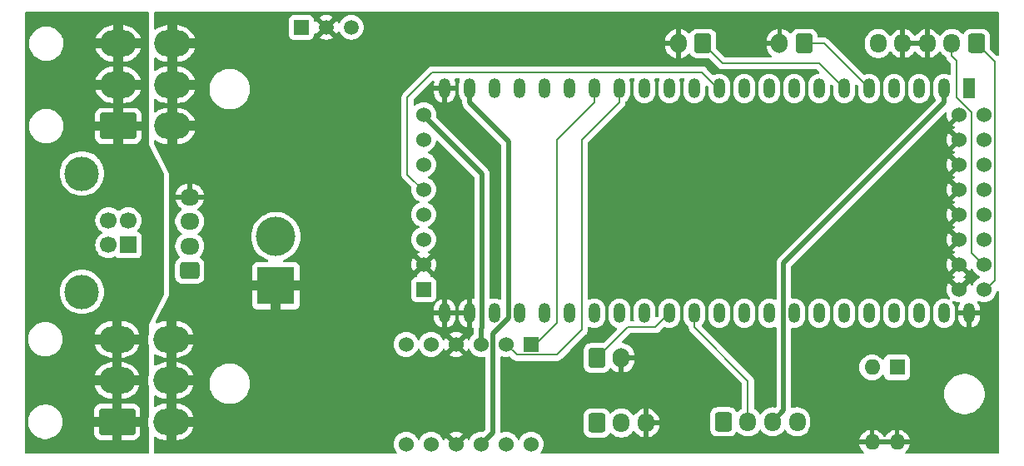
<source format=gbr>
%TF.GenerationSoftware,KiCad,Pcbnew,8.0.4*%
%TF.CreationDate,2024-12-04T14:23:44+01:00*%
%TF.ProjectId,ActivePedal,41637469-7665-4506-9564-616c2e6b6963,rev?*%
%TF.SameCoordinates,Original*%
%TF.FileFunction,Copper,L2,Bot*%
%TF.FilePolarity,Positive*%
%FSLAX46Y46*%
G04 Gerber Fmt 4.6, Leading zero omitted, Abs format (unit mm)*
G04 Created by KiCad (PCBNEW 8.0.4) date 2024-12-04 14:23:44*
%MOMM*%
%LPD*%
G01*
G04 APERTURE LIST*
G04 Aperture macros list*
%AMRoundRect*
0 Rectangle with rounded corners*
0 $1 Rounding radius*
0 $2 $3 $4 $5 $6 $7 $8 $9 X,Y pos of 4 corners*
0 Add a 4 corners polygon primitive as box body*
4,1,4,$2,$3,$4,$5,$6,$7,$8,$9,$2,$3,0*
0 Add four circle primitives for the rounded corners*
1,1,$1+$1,$2,$3*
1,1,$1+$1,$4,$5*
1,1,$1+$1,$6,$7*
1,1,$1+$1,$8,$9*
0 Add four rect primitives between the rounded corners*
20,1,$1+$1,$2,$3,$4,$5,0*
20,1,$1+$1,$4,$5,$6,$7,0*
20,1,$1+$1,$6,$7,$8,$9,0*
20,1,$1+$1,$8,$9,$2,$3,0*%
G04 Aperture macros list end*
%TA.AperFunction,ComponentPad*%
%ADD10RoundRect,0.250000X-0.600000X-0.725000X0.600000X-0.725000X0.600000X0.725000X-0.600000X0.725000X0*%
%TD*%
%TA.AperFunction,ComponentPad*%
%ADD11O,1.700000X1.950000*%
%TD*%
%TA.AperFunction,ComponentPad*%
%ADD12RoundRect,0.250000X-0.600000X-0.750000X0.600000X-0.750000X0.600000X0.750000X-0.600000X0.750000X0*%
%TD*%
%TA.AperFunction,ComponentPad*%
%ADD13O,1.700000X2.000000*%
%TD*%
%TA.AperFunction,ComponentPad*%
%ADD14R,1.200000X2.000000*%
%TD*%
%TA.AperFunction,ComponentPad*%
%ADD15O,1.200000X2.000000*%
%TD*%
%TA.AperFunction,ComponentPad*%
%ADD16R,3.800000X3.800000*%
%TD*%
%TA.AperFunction,ComponentPad*%
%ADD17C,4.000000*%
%TD*%
%TA.AperFunction,ComponentPad*%
%ADD18RoundRect,0.250000X0.600000X0.725000X-0.600000X0.725000X-0.600000X-0.725000X0.600000X-0.725000X0*%
%TD*%
%TA.AperFunction,ComponentPad*%
%ADD19RoundRect,0.250001X1.599999X-1.099999X1.599999X1.099999X-1.599999X1.099999X-1.599999X-1.099999X0*%
%TD*%
%TA.AperFunction,ComponentPad*%
%ADD20O,3.700000X2.700000*%
%TD*%
%TA.AperFunction,ComponentPad*%
%ADD21R,1.524000X1.524000*%
%TD*%
%TA.AperFunction,ComponentPad*%
%ADD22C,1.524000*%
%TD*%
%TA.AperFunction,ComponentPad*%
%ADD23R,1.600000X1.600000*%
%TD*%
%TA.AperFunction,ComponentPad*%
%ADD24O,1.600000X1.600000*%
%TD*%
%TA.AperFunction,ComponentPad*%
%ADD25RoundRect,0.250000X0.600000X0.750000X-0.600000X0.750000X-0.600000X-0.750000X0.600000X-0.750000X0*%
%TD*%
%TA.AperFunction,ComponentPad*%
%ADD26RoundRect,0.250000X0.725000X-0.600000X0.725000X0.600000X-0.725000X0.600000X-0.725000X-0.600000X0*%
%TD*%
%TA.AperFunction,ComponentPad*%
%ADD27O,1.950000X1.700000*%
%TD*%
%TA.AperFunction,ComponentPad*%
%ADD28R,1.700000X1.700000*%
%TD*%
%TA.AperFunction,ComponentPad*%
%ADD29C,1.700000*%
%TD*%
%TA.AperFunction,ComponentPad*%
%ADD30C,3.500000*%
%TD*%
%TA.AperFunction,ComponentPad*%
%ADD31R,1.500000X1.500000*%
%TD*%
%TA.AperFunction,ComponentPad*%
%ADD32C,1.500000*%
%TD*%
%TA.AperFunction,Conductor*%
%ADD33C,0.200000*%
%TD*%
%TA.AperFunction,Conductor*%
%ADD34C,1.000000*%
%TD*%
%TA.AperFunction,Conductor*%
%ADD35C,0.500000*%
%TD*%
G04 APERTURE END LIST*
D10*
%TO.P,J2,1,Pin_1*%
%TO.N,Net-(J2-Pin_1)*%
X98378000Y-72009000D03*
D11*
%TO.P,J2,2,Pin_2*%
%TO.N,Net-(J2-Pin_2)*%
X100878000Y-72009000D03*
%TO.P,J2,3,Pin_3*%
%TO.N,GND*%
X103378000Y-72009000D03*
%TD*%
D12*
%TO.P,J9,1,Pin_1*%
%TO.N,/PAIR*%
X98378000Y-65388000D03*
D13*
%TO.P,J9,2,Pin_2*%
%TO.N,GND*%
X100878000Y-65388000D03*
%TD*%
D14*
%TO.P,U1,1,3V3*%
%TO.N,+3V3*%
X136245300Y-37976680D03*
D15*
%TO.P,U1,2,3V3*%
X133705300Y-37976680D03*
%TO.P,U1,3,CHIP_PU*%
%TO.N,Net-(U1-CHIP_PU)*%
X131165300Y-37976680D03*
%TO.P,U1,4,GPIO4/ADC1_CH3*%
%TO.N,unconnected-(U1-GPIO4{slash}ADC1_CH3-Pad4)*%
X128625300Y-37976680D03*
%TO.P,U1,5,GPIO5/ADC1_CH4*%
%TO.N,/EMERGENCY*%
X126085300Y-37976680D03*
%TO.P,U1,6,GPIO6/ADC1_CH5*%
%TO.N,/BUZZER*%
X123545300Y-37976680D03*
%TO.P,U1,7,GPIO7/ADC1_CH6*%
%TO.N,/ADC_CS*%
X121005300Y-37976680D03*
%TO.P,U1,8,GPIO15/ADC2_CH4/32K_P*%
%TO.N,/ADC_DRDY*%
X118465300Y-37976680D03*
%TO.P,U1,9,GPIO16/ADC2_CH5/32K_N*%
%TO.N,/ADC_SCK*%
X115925300Y-37976680D03*
%TO.P,U1,10,GPIO17/ADC2_CH6*%
%TO.N,/ADC_MOSI*%
X113385300Y-37976680D03*
%TO.P,U1,11,GPIO18/ADC2_CH7*%
%TO.N,/ADC_MISO*%
X110845300Y-37976680D03*
%TO.P,U1,12,GPIO8/ADC1_CH7*%
%TO.N,unconnected-(U1-GPIO8{slash}ADC1_CH7-Pad12)*%
X108305300Y-37976680D03*
%TO.P,U1,13,GPIO3/ADC1_CH2*%
%TO.N,unconnected-(U1-GPIO3{slash}ADC1_CH2-Pad13)*%
X105765300Y-37976680D03*
%TO.P,U1,14,GPIO46*%
%TO.N,unconnected-(U1-GPIO46-Pad14)*%
X103225300Y-37976680D03*
%TO.P,U1,15,GPIO9/ADC1_CH8*%
%TO.N,/SERVO_RX*%
X100685300Y-37976680D03*
%TO.P,U1,16,GPIO10/ADC1_CH9*%
%TO.N,/SERVO_TX*%
X98145300Y-37976680D03*
%TO.P,U1,17,GPIO11/ADC2_CH0*%
%TO.N,unconnected-(U1-GPIO11{slash}ADC2_CH0-Pad17)*%
X95605300Y-37976680D03*
%TO.P,U1,18,GPIO12/ADC2_CH1*%
%TO.N,unconnected-(U1-GPIO12{slash}ADC2_CH1-Pad18)*%
X93065300Y-37976680D03*
%TO.P,U1,19,GPIO13/ADC2_CH2*%
%TO.N,unconnected-(U1-GPIO13{slash}ADC2_CH2-Pad19)*%
X90525300Y-37976680D03*
%TO.P,U1,20,GPIO14/ADC2_CH3*%
%TO.N,unconnected-(U1-GPIO14{slash}ADC2_CH3-Pad20)*%
X87988020Y-37973000D03*
%TO.P,U1,21,5V*%
%TO.N,+5V*%
X85448020Y-37973000D03*
%TO.P,U1,22,GND*%
%TO.N,GND*%
X82908020Y-37973000D03*
%TO.P,U1,23,GND*%
X82905300Y-60836680D03*
%TO.P,U1,24,GND*%
X85445300Y-60836680D03*
%TO.P,U1,25,GPIO19/USB_D-*%
%TO.N,unconnected-(U1-GPIO19{slash}USB_D--Pad25)*%
X87985300Y-60836680D03*
%TO.P,U1,26,GPIO20/USB_D+*%
%TO.N,unconnected-(U1-GPIO20{slash}USB_D+-Pad26)*%
X90525300Y-60836680D03*
%TO.P,U1,27,GPIO21*%
%TO.N,unconnected-(U1-GPIO21-Pad27)*%
X93065300Y-60836680D03*
%TO.P,U1,28,GPIO47*%
%TO.N,unconnected-(U1-GPIO47-Pad28)*%
X95605300Y-60836680D03*
%TO.P,U1,29,GPIO48*%
%TO.N,unconnected-(U1-GPIO48-Pad29)*%
X98145300Y-60836680D03*
%TO.P,U1,30,GPIO45*%
%TO.N,unconnected-(U1-GPIO45-Pad30)*%
X100685300Y-60836680D03*
%TO.P,U1,31,GPIO0*%
%TO.N,unconnected-(U1-GPIO0-Pad31)*%
X103225300Y-60836680D03*
%TO.P,U1,32,GPIO35*%
%TO.N,/PAIR*%
X105765300Y-60836680D03*
%TO.P,U1,33,GPIO36*%
%TO.N,/SERVO_STEP*%
X108305300Y-60836680D03*
%TO.P,U1,34,GPIO37*%
%TO.N,/SERVO_DIR*%
X110845300Y-60836680D03*
%TO.P,U1,35,GPIO38*%
%TO.N,unconnected-(U1-GPIO38-Pad35)*%
X113385300Y-60836680D03*
%TO.P,U1,36,GPIO39/MTCK*%
%TO.N,unconnected-(U1-GPIO39{slash}MTCK-Pad36)*%
X115925300Y-60836680D03*
%TO.P,U1,37,GPIO40/MTDO*%
%TO.N,unconnected-(U1-GPIO40{slash}MTDO-Pad37)*%
X118465300Y-60836680D03*
%TO.P,U1,38,GPIO41/MTDI*%
%TO.N,unconnected-(U1-GPIO41{slash}MTDI-Pad38)*%
X121005300Y-60836680D03*
%TO.P,U1,39,GPIO42/MTMS*%
%TO.N,unconnected-(U1-GPIO42{slash}MTMS-Pad39)*%
X123545300Y-60836680D03*
%TO.P,U1,40,GPIO2/ADC1_CH1*%
%TO.N,/CFG1*%
X126085300Y-60836680D03*
%TO.P,U1,41,GPIO1/ADC1_CH0*%
%TO.N,/CFG2*%
X128625300Y-60836680D03*
%TO.P,U1,42,GPIO44/U0RXD*%
%TO.N,unconnected-(U1-GPIO44{slash}U0RXD-Pad42)*%
X131165300Y-60836680D03*
%TO.P,U1,43,GPIO43/U0TXD*%
%TO.N,unconnected-(U1-GPIO43{slash}U0TXD-Pad43)*%
X133705300Y-60836680D03*
%TO.P,U1,44,GND*%
%TO.N,GND*%
X136245300Y-60836680D03*
%TD*%
D16*
%TO.P,J10,1,Pin_1*%
%TO.N,GND*%
X65735000Y-58039000D03*
D17*
%TO.P,J10,2,Pin_2*%
%TO.N,Net-(D1-K)*%
X65735000Y-53039000D03*
%TD*%
D18*
%TO.P,J3,1,Pin_1*%
%TO.N,Net-(J3-Pin_1)*%
X136993000Y-33401000D03*
D11*
%TO.P,J3,2,Pin_2*%
%TO.N,Net-(J3-Pin_2)*%
X134493000Y-33401000D03*
%TO.P,J3,3,Pin_3*%
%TO.N,GND*%
X131993000Y-33401000D03*
%TO.P,J3,4,Pin_4*%
X129493000Y-33401000D03*
%TO.P,J3,5,Pin_5*%
%TO.N,+5V*%
X126993000Y-33401000D03*
%TD*%
D19*
%TO.P,J7,1,Pin_1*%
%TO.N,+36V*%
X49579000Y-71882000D03*
D20*
%TO.P,J7,2,Pin_2*%
X49579000Y-67682000D03*
%TO.P,J7,3,Pin_3*%
X49579000Y-63482000D03*
%TO.P,J7,4,Pin_4*%
%TO.N,GND*%
X55079000Y-71882000D03*
%TO.P,J7,5,Pin_5*%
X55079000Y-67682000D03*
%TO.P,J7,6,Pin_6*%
X55079000Y-63482000D03*
%TD*%
D21*
%TO.P,U3,1,LV1*%
%TO.N,/SERVO_TX*%
X91694000Y-64008000D03*
D22*
%TO.P,U3,2,LV2*%
%TO.N,/SERVO_RX*%
X89154000Y-64008000D03*
%TO.P,U3,3,LV*%
%TO.N,+3V3*%
X86614000Y-64008000D03*
%TO.P,U3,4,GND*%
%TO.N,GND*%
X84074000Y-64008000D03*
%TO.P,U3,5,LV3*%
%TO.N,unconnected-(U3-LV3-Pad5)*%
X81534000Y-64008000D03*
%TO.P,U3,6,LV4*%
%TO.N,unconnected-(U3-LV4-Pad6)*%
X78994000Y-64008000D03*
%TO.P,U3,7,HV4*%
%TO.N,unconnected-(U3-HV4-Pad7)*%
X78994000Y-74168000D03*
%TO.P,U3,8,HV3*%
%TO.N,unconnected-(U3-HV3-Pad8)*%
X81534000Y-74168000D03*
%TO.P,U3,9,GND*%
%TO.N,GND*%
X84074000Y-74168000D03*
%TO.P,U3,10,HV*%
%TO.N,+5V*%
X86614000Y-74168000D03*
%TO.P,U3,11,HV2*%
%TO.N,Net-(J2-Pin_2)*%
X89154000Y-74168000D03*
%TO.P,U3,12,HV1*%
%TO.N,Net-(J2-Pin_1)*%
X91694000Y-74168000D03*
%TD*%
D23*
%TO.P,SW1,1*%
%TO.N,/CFG2*%
X128910000Y-66336500D03*
D24*
%TO.P,SW1,2*%
%TO.N,/CFG1*%
X126370000Y-66336500D03*
%TO.P,SW1,3*%
%TO.N,GND*%
X126370000Y-73956500D03*
%TO.P,SW1,4*%
X128910000Y-73956500D03*
%TD*%
D10*
%TO.P,J1,1,Pin_1*%
%TO.N,+3V3*%
X111252000Y-71882000D03*
D11*
%TO.P,J1,2,Pin_2*%
%TO.N,/SERVO_STEP*%
X113752000Y-71882000D03*
%TO.P,J1,3,Pin_3*%
%TO.N,+3V3*%
X116252000Y-71882000D03*
%TO.P,J1,4,Pin_4*%
%TO.N,/SERVO_DIR*%
X118752000Y-71882000D03*
%TD*%
D25*
%TO.P,J4,1,Pin_1*%
%TO.N,/EMERGENCY*%
X119467000Y-33401000D03*
D13*
%TO.P,J4,2,Pin_2*%
%TO.N,GND*%
X116967000Y-33401000D03*
%TD*%
D26*
%TO.P,J5,1,Pin_1*%
%TO.N,VBUS*%
X56972000Y-56499000D03*
D27*
%TO.P,J5,2,Pin_2*%
%TO.N,Net-(J5-Pin_2)*%
X56972000Y-53999000D03*
%TO.P,J5,3,Pin_3*%
%TO.N,Net-(J5-Pin_3)*%
X56972000Y-51499000D03*
%TO.P,J5,4,Pin_4*%
%TO.N,GND*%
X56972000Y-48999000D03*
%TD*%
D19*
%TO.P,J8,1,Pin_1*%
%TO.N,+36V*%
X49706000Y-41792000D03*
D20*
%TO.P,J8,2,Pin_2*%
X49706000Y-37592000D03*
%TO.P,J8,3,Pin_3*%
X49706000Y-33392000D03*
%TO.P,J8,4,Pin_4*%
%TO.N,GND*%
X55206000Y-41792000D03*
%TO.P,J8,5,Pin_5*%
X55206000Y-37592000D03*
%TO.P,J8,6,Pin_6*%
X55206000Y-33392000D03*
%TD*%
D28*
%TO.P,J6,1,VBUS*%
%TO.N,VBUS*%
X50722500Y-53892000D03*
D29*
%TO.P,J6,2,D-*%
%TO.N,Net-(J5-Pin_3)*%
X50722500Y-51392000D03*
%TO.P,J6,3,D+*%
%TO.N,Net-(J5-Pin_2)*%
X48722500Y-51392000D03*
%TO.P,J6,4,GND*%
%TO.N,GND*%
X48722500Y-53892000D03*
D30*
%TO.P,J6,5,Shield*%
X46012500Y-58662000D03*
X46012500Y-46622000D03*
%TD*%
D25*
%TO.P,J11,1,Pin_1*%
%TO.N,/BUZZER*%
X109180000Y-33401000D03*
D13*
%TO.P,J11,2,Pin_2*%
%TO.N,GND*%
X106680000Y-33401000D03*
%TD*%
D31*
%TO.P,PS1,1,+VIN*%
%TO.N,+36V*%
X68326000Y-31750000D03*
D32*
%TO.P,PS1,2,GND*%
%TO.N,GND*%
X70866000Y-31750000D03*
%TO.P,PS1,3,+VOUT*%
%TO.N,+5V*%
X73406000Y-31750000D03*
%TD*%
D21*
%TO.P,U2,1,VDD*%
%TO.N,+5V*%
X80772000Y-58420000D03*
D22*
%TO.P,U2,2,GND*%
%TO.N,GND*%
X80772000Y-55880000D03*
%TO.P,U2,3,SCLK*%
%TO.N,/ADC_SCK*%
X80772000Y-53340000D03*
%TO.P,U2,4,DIN*%
%TO.N,/ADC_MOSI*%
X80772000Y-50800000D03*
%TO.P,U2,5,DOUT*%
%TO.N,/ADC_MISO*%
X80772000Y-48260000D03*
%TO.P,U2,6,~{DRDY}*%
%TO.N,/ADC_DRDY*%
X80772000Y-45720000D03*
%TO.P,U2,7,~{CS}*%
%TO.N,/ADC_CS*%
X80772000Y-43180000D03*
%TO.P,U2,8,~{PDWN}*%
%TO.N,+3V3*%
X80772000Y-40640000D03*
%TO.P,U2,9,GND*%
%TO.N,GND*%
X135232000Y-58420000D03*
%TO.P,U2,10,GND*%
X135232000Y-55880000D03*
%TO.P,U2,11,GND*%
X135232000Y-53340000D03*
%TO.P,U2,12,GND*%
X135232000Y-50800000D03*
%TO.P,U2,13,GND*%
X135232000Y-48260000D03*
%TO.P,U2,14,GND*%
X135232000Y-45720000D03*
%TO.P,U2,15,GND*%
X135232000Y-43180000D03*
%TO.P,U2,16,GND*%
X135232000Y-40640000D03*
%TO.P,U2,17,Ain0/D0*%
%TO.N,Net-(J3-Pin_1)*%
X137772000Y-58420000D03*
%TO.P,U2,18,Ain1/D1*%
%TO.N,Net-(J3-Pin_2)*%
X137772000Y-55880000D03*
%TO.P,U2,19,Ain2/D2*%
%TO.N,unconnected-(U2-Ain2{slash}D2-Pad19)*%
X137772000Y-53340000D03*
%TO.P,U2,20,Ain3/D3*%
%TO.N,unconnected-(U2-Ain3{slash}D3-Pad20)*%
X137772000Y-50800000D03*
%TO.P,U2,21,Ain4/D4*%
%TO.N,unconnected-(U2-Ain4{slash}D4-Pad21)*%
X137772000Y-48260000D03*
%TO.P,U2,22,Ain5/D5*%
%TO.N,unconnected-(U2-Ain5{slash}D5-Pad22)*%
X137772000Y-45720000D03*
%TO.P,U2,23,Ain6/D6*%
%TO.N,unconnected-(U2-Ain6{slash}D6-Pad23)*%
X137772000Y-43180000D03*
%TO.P,U2,24,Ain7/D7*%
%TO.N,unconnected-(U2-Ain7{slash}D7-Pad24)*%
X137772000Y-40640000D03*
%TD*%
D33*
%TO.N,/EMERGENCY*%
X121509620Y-33401000D02*
X119467000Y-33401000D01*
X126085300Y-37976680D02*
X121509620Y-33401000D01*
D34*
%TO.N,GND*%
X55206000Y-37592000D02*
X58013600Y-37592000D01*
X57776000Y-67682000D02*
X57861200Y-67767200D01*
X55206000Y-33392000D02*
X55206000Y-41792000D01*
X55079000Y-63482000D02*
X58057000Y-63482000D01*
X55079000Y-71882000D02*
X58039000Y-71882000D01*
X55079000Y-71882000D02*
X55079000Y-63482000D01*
X55079000Y-71882000D02*
X55079000Y-74052800D01*
X55079000Y-61100600D02*
X55245000Y-60934600D01*
X69138800Y-58039000D02*
X69164200Y-58064400D01*
X55206000Y-31052400D02*
X55206000Y-33392000D01*
X55206000Y-44235000D02*
X55194200Y-44246800D01*
X55079000Y-63482000D02*
X55079000Y-61100600D01*
X55079000Y-67682000D02*
X57776000Y-67682000D01*
X65735000Y-58039000D02*
X62357000Y-58039000D01*
X55206000Y-33392000D02*
X58309400Y-33392000D01*
X58309400Y-33392000D02*
X58394600Y-33477200D01*
X55206000Y-31052400D02*
X55245000Y-31013400D01*
X55079000Y-74052800D02*
X55168800Y-74142600D01*
X65735000Y-61163000D02*
X65760600Y-61188600D01*
X55206000Y-41792000D02*
X55206000Y-44235000D01*
X57979200Y-41792000D02*
X57988200Y-41783000D01*
X55206000Y-41792000D02*
X57979200Y-41792000D01*
X65735000Y-58039000D02*
X69138800Y-58039000D01*
X65735000Y-58039000D02*
X65735000Y-61163000D01*
D33*
%TO.N,/PAIR*%
X101504300Y-62261700D02*
X98378000Y-65388000D01*
X105765300Y-60836680D02*
X104340280Y-62261700D01*
X104340280Y-62261700D02*
X101504300Y-62261700D01*
%TO.N,/BUZZER*%
X111212000Y-35433000D02*
X109180000Y-33401000D01*
X121001620Y-35433000D02*
X111212000Y-35433000D01*
X123545300Y-37976680D02*
X121001620Y-35433000D01*
%TO.N,/SERVO_TX*%
X98145300Y-38100000D02*
X98145300Y-39401700D01*
X94335300Y-43211700D02*
X94335300Y-61827000D01*
X92154300Y-64008000D02*
X91694000Y-64008000D01*
X94335300Y-61827000D02*
X92154300Y-64008000D01*
X98145300Y-39401700D02*
X94335300Y-43211700D01*
D35*
%TO.N,+5V*%
X87826000Y-62880904D02*
X89379100Y-61327804D01*
X89379100Y-61327804D02*
X89379100Y-43329100D01*
X87826000Y-72956000D02*
X87826000Y-62880904D01*
X86614000Y-74168000D02*
X87826000Y-72956000D01*
X89379100Y-43329100D02*
X85448000Y-39398000D01*
X85448000Y-39398000D02*
X85448000Y-38096300D01*
D33*
%TO.N,/SERVO_RX*%
X96875300Y-62509700D02*
X96875300Y-43211700D01*
X96875300Y-43211700D02*
X100685300Y-39401700D01*
X94315000Y-65070000D02*
X90216000Y-65070000D01*
X100685300Y-39401700D02*
X100685300Y-38100000D01*
X90216000Y-65070000D02*
X89154000Y-64008000D01*
X94315000Y-65070000D02*
X96875300Y-62509700D01*
D35*
%TO.N,+3V3*%
X133705300Y-38100000D02*
X133705300Y-39401700D01*
X133705300Y-39401700D02*
X117388000Y-55719000D01*
X86715300Y-46687300D02*
X86715300Y-62331300D01*
X117388000Y-55719000D02*
X117388000Y-70746000D01*
X117388000Y-70746000D02*
X116252000Y-71882000D01*
X80795000Y-40767000D02*
X86715300Y-46687300D01*
X86715300Y-62331300D02*
X86614000Y-62432600D01*
X86614000Y-62432600D02*
X86614000Y-64008000D01*
D33*
%TO.N,/ADC_MISO*%
X110845300Y-38100000D02*
X109067300Y-36322000D01*
X109067300Y-36322000D02*
X81661000Y-36322000D01*
X79121000Y-46713000D02*
X80795000Y-48387000D01*
X79121000Y-38862000D02*
X79121000Y-46713000D01*
X81661000Y-36322000D02*
X79121000Y-38862000D01*
%TO.N,/SERVO_STEP*%
X108305300Y-62261700D02*
X113752000Y-67708400D01*
X108305300Y-60960000D02*
X108305300Y-62261700D01*
X113752000Y-67708400D02*
X113752000Y-71882000D01*
%TO.N,Net-(J3-Pin_2)*%
X136525000Y-54737000D02*
X136525000Y-40386000D01*
X136525000Y-40386000D02*
X134970200Y-38831200D01*
X134970200Y-38831200D02*
X134970200Y-35154900D01*
X134493000Y-33401000D02*
X134493000Y-34677700D01*
X134970200Y-35154900D02*
X134493000Y-34677700D01*
X137795000Y-56007000D02*
X136525000Y-54737000D01*
%TO.N,Net-(J3-Pin_1)*%
X137795000Y-58547000D02*
X138858700Y-57483300D01*
X138858700Y-35266700D02*
X136993000Y-33401000D01*
X138858700Y-57483300D02*
X138858700Y-35266700D01*
%TD*%
%TA.AperFunction,Conductor*%
%TO.N,GND*%
G36*
X139202539Y-30170185D02*
G01*
X139248294Y-30222989D01*
X139259500Y-30274500D01*
X139259500Y-34518903D01*
X139239815Y-34585942D01*
X139187011Y-34631697D01*
X139117853Y-34641641D01*
X139054297Y-34612616D01*
X139047819Y-34606584D01*
X138379818Y-33938583D01*
X138346333Y-33877260D01*
X138343499Y-33850902D01*
X138343499Y-32625998D01*
X138343498Y-32625981D01*
X138332999Y-32523203D01*
X138332998Y-32523200D01*
X138322659Y-32492000D01*
X138277814Y-32356666D01*
X138185712Y-32207344D01*
X138061656Y-32083288D01*
X137926467Y-31999903D01*
X137912336Y-31991187D01*
X137912331Y-31991185D01*
X137885623Y-31982335D01*
X137745797Y-31936001D01*
X137745795Y-31936000D01*
X137643010Y-31925500D01*
X136342998Y-31925500D01*
X136342981Y-31925501D01*
X136240203Y-31936000D01*
X136240200Y-31936001D01*
X136073668Y-31991185D01*
X136073663Y-31991187D01*
X135924342Y-32083289D01*
X135800289Y-32207342D01*
X135704821Y-32362121D01*
X135652873Y-32408845D01*
X135583910Y-32420068D01*
X135519828Y-32392224D01*
X135511601Y-32384705D01*
X135372786Y-32245890D01*
X135200820Y-32120951D01*
X135011414Y-32024444D01*
X135011413Y-32024443D01*
X135011412Y-32024443D01*
X134809243Y-31958754D01*
X134809241Y-31958753D01*
X134809240Y-31958753D01*
X134647957Y-31933208D01*
X134599287Y-31925500D01*
X134386713Y-31925500D01*
X134338042Y-31933208D01*
X134176760Y-31958753D01*
X133974585Y-32024444D01*
X133785179Y-32120951D01*
X133613213Y-32245890D01*
X133462894Y-32396209D01*
X133462890Y-32396214D01*
X133343008Y-32561218D01*
X133287678Y-32603884D01*
X133218065Y-32609863D01*
X133156270Y-32577257D01*
X133142372Y-32561218D01*
X133022727Y-32396540D01*
X133022723Y-32396535D01*
X132872464Y-32246276D01*
X132872459Y-32246272D01*
X132700557Y-32121379D01*
X132511215Y-32024903D01*
X132309124Y-31959241D01*
X132243000Y-31948768D01*
X132243000Y-32996854D01*
X132176343Y-32958370D01*
X132055535Y-32926000D01*
X131930465Y-32926000D01*
X131809657Y-32958370D01*
X131743000Y-32996854D01*
X131743000Y-31948768D01*
X131742999Y-31948768D01*
X131676875Y-31959241D01*
X131474784Y-32024903D01*
X131285442Y-32121379D01*
X131113540Y-32246272D01*
X131113535Y-32246276D01*
X130963276Y-32396535D01*
X130963272Y-32396540D01*
X130843318Y-32561644D01*
X130787988Y-32604310D01*
X130718375Y-32610289D01*
X130656580Y-32577684D01*
X130642682Y-32561644D01*
X130522727Y-32396540D01*
X130522723Y-32396535D01*
X130372464Y-32246276D01*
X130372459Y-32246272D01*
X130200557Y-32121379D01*
X130011215Y-32024903D01*
X129809124Y-31959241D01*
X129743000Y-31948768D01*
X129743000Y-32996854D01*
X129676343Y-32958370D01*
X129555535Y-32926000D01*
X129430465Y-32926000D01*
X129309657Y-32958370D01*
X129243000Y-32996854D01*
X129243000Y-31948768D01*
X129242999Y-31948768D01*
X129176875Y-31959241D01*
X128974784Y-32024903D01*
X128785442Y-32121379D01*
X128613540Y-32246272D01*
X128613535Y-32246276D01*
X128463276Y-32396535D01*
X128463272Y-32396540D01*
X128343627Y-32561218D01*
X128288297Y-32603884D01*
X128218684Y-32609863D01*
X128156889Y-32577257D01*
X128142991Y-32561218D01*
X128023109Y-32396214D01*
X128023105Y-32396209D01*
X127872786Y-32245890D01*
X127700820Y-32120951D01*
X127511414Y-32024444D01*
X127511413Y-32024443D01*
X127511412Y-32024443D01*
X127309243Y-31958754D01*
X127309241Y-31958753D01*
X127309240Y-31958753D01*
X127147957Y-31933208D01*
X127099287Y-31925500D01*
X126886713Y-31925500D01*
X126838042Y-31933208D01*
X126676760Y-31958753D01*
X126474585Y-32024444D01*
X126285179Y-32120951D01*
X126113213Y-32245890D01*
X125962890Y-32396213D01*
X125837951Y-32568179D01*
X125741444Y-32757585D01*
X125675753Y-32959760D01*
X125654493Y-33093993D01*
X125642500Y-33169713D01*
X125642500Y-33632287D01*
X125645464Y-33651000D01*
X125667962Y-33793051D01*
X125675754Y-33842243D01*
X125715873Y-33965717D01*
X125741444Y-34044414D01*
X125837951Y-34233820D01*
X125962890Y-34405786D01*
X126113213Y-34556109D01*
X126285179Y-34681048D01*
X126285181Y-34681049D01*
X126285184Y-34681051D01*
X126474588Y-34777557D01*
X126676757Y-34843246D01*
X126886713Y-34876500D01*
X126886714Y-34876500D01*
X127099286Y-34876500D01*
X127099287Y-34876500D01*
X127309243Y-34843246D01*
X127511412Y-34777557D01*
X127700816Y-34681051D01*
X127755060Y-34641641D01*
X127872786Y-34556109D01*
X127872788Y-34556106D01*
X127872792Y-34556104D01*
X128023104Y-34405792D01*
X128142991Y-34240779D01*
X128198320Y-34198115D01*
X128267933Y-34192136D01*
X128329729Y-34224741D01*
X128343627Y-34240781D01*
X128463272Y-34405459D01*
X128463276Y-34405464D01*
X128613535Y-34555723D01*
X128613540Y-34555727D01*
X128785442Y-34680620D01*
X128974782Y-34777095D01*
X129176871Y-34842757D01*
X129243000Y-34853231D01*
X129243000Y-33805145D01*
X129309657Y-33843630D01*
X129430465Y-33876000D01*
X129555535Y-33876000D01*
X129676343Y-33843630D01*
X129743000Y-33805145D01*
X129743000Y-34853230D01*
X129809126Y-34842757D01*
X129809129Y-34842757D01*
X130011217Y-34777095D01*
X130200557Y-34680620D01*
X130372459Y-34555727D01*
X130372464Y-34555723D01*
X130522727Y-34405460D01*
X130642682Y-34240355D01*
X130698011Y-34197689D01*
X130767625Y-34191710D01*
X130829420Y-34224315D01*
X130843318Y-34240355D01*
X130963272Y-34405460D01*
X131113535Y-34555723D01*
X131113540Y-34555727D01*
X131285442Y-34680620D01*
X131474782Y-34777095D01*
X131676871Y-34842757D01*
X131743000Y-34853231D01*
X131743000Y-33805145D01*
X131809657Y-33843630D01*
X131930465Y-33876000D01*
X132055535Y-33876000D01*
X132176343Y-33843630D01*
X132243000Y-33805145D01*
X132243000Y-34853230D01*
X132309126Y-34842757D01*
X132309129Y-34842757D01*
X132511217Y-34777095D01*
X132700557Y-34680620D01*
X132872459Y-34555727D01*
X132872464Y-34555723D01*
X133022721Y-34405466D01*
X133142371Y-34240781D01*
X133197701Y-34198115D01*
X133267314Y-34192136D01*
X133329110Y-34224741D01*
X133343008Y-34240781D01*
X133462890Y-34405785D01*
X133462894Y-34405790D01*
X133462896Y-34405792D01*
X133613208Y-34556104D01*
X133785184Y-34681051D01*
X133833404Y-34705620D01*
X133836782Y-34707341D01*
X133887579Y-34755315D01*
X133900262Y-34785731D01*
X133904755Y-34802496D01*
X133933424Y-34909489D01*
X133933425Y-34909490D01*
X133958246Y-34952480D01*
X133958248Y-34952482D01*
X134012479Y-35046414D01*
X134012481Y-35046417D01*
X134124285Y-35158221D01*
X134333381Y-35367316D01*
X134366866Y-35428639D01*
X134369700Y-35454997D01*
X134369700Y-36477739D01*
X134350015Y-36544778D01*
X134297211Y-36590533D01*
X134228053Y-36600477D01*
X134189405Y-36588224D01*
X134127747Y-36556808D01*
X134127746Y-36556807D01*
X134127745Y-36556807D01*
X133963001Y-36503278D01*
X133962999Y-36503277D01*
X133962998Y-36503277D01*
X133831571Y-36482461D01*
X133791911Y-36476180D01*
X133618689Y-36476180D01*
X133579028Y-36482461D01*
X133447602Y-36503277D01*
X133282852Y-36556808D01*
X133128511Y-36635448D01*
X133050675Y-36692000D01*
X132988372Y-36737266D01*
X132988370Y-36737268D01*
X132988369Y-36737268D01*
X132865888Y-36859749D01*
X132865888Y-36859750D01*
X132865886Y-36859752D01*
X132859025Y-36869196D01*
X132764068Y-36999891D01*
X132685428Y-37154232D01*
X132631897Y-37318982D01*
X132604800Y-37490069D01*
X132604800Y-38463290D01*
X132631314Y-38630697D01*
X132631898Y-38634381D01*
X132684231Y-38795445D01*
X132685428Y-38799127D01*
X132764068Y-38953468D01*
X132839883Y-39057818D01*
X132863363Y-39123625D01*
X132847538Y-39191679D01*
X132827246Y-39218385D01*
X116805052Y-55240578D01*
X116805046Y-55240585D01*
X116761146Y-55306287D01*
X116761147Y-55306288D01*
X116722913Y-55363508D01*
X116666343Y-55500082D01*
X116666340Y-55500092D01*
X116637500Y-55645079D01*
X116637500Y-59362094D01*
X116617815Y-59429133D01*
X116565011Y-59474888D01*
X116495853Y-59484832D01*
X116457206Y-59472579D01*
X116347750Y-59416809D01*
X116347747Y-59416808D01*
X116347745Y-59416807D01*
X116183001Y-59363278D01*
X116182999Y-59363277D01*
X116182998Y-59363277D01*
X116038157Y-59340337D01*
X116011911Y-59336180D01*
X115838689Y-59336180D01*
X115812443Y-59340337D01*
X115667602Y-59363277D01*
X115667599Y-59363278D01*
X115515357Y-59412745D01*
X115502852Y-59416808D01*
X115348511Y-59495448D01*
X115287815Y-59539547D01*
X115208372Y-59597266D01*
X115208370Y-59597268D01*
X115208369Y-59597268D01*
X115085888Y-59719749D01*
X115085888Y-59719750D01*
X115085886Y-59719752D01*
X115052060Y-59766310D01*
X114984068Y-59859891D01*
X114905428Y-60014232D01*
X114851897Y-60178982D01*
X114824800Y-60350069D01*
X114824800Y-61323290D01*
X114851897Y-61494377D01*
X114851897Y-61494379D01*
X114851898Y-61494381D01*
X114905427Y-61659125D01*
X114984068Y-61813468D01*
X115085886Y-61953608D01*
X115208372Y-62076094D01*
X115348512Y-62177912D01*
X115502855Y-62256553D01*
X115667599Y-62310082D01*
X115838689Y-62337180D01*
X115838690Y-62337180D01*
X116011910Y-62337180D01*
X116011911Y-62337180D01*
X116183001Y-62310082D01*
X116347745Y-62256553D01*
X116457207Y-62200779D01*
X116525874Y-62187884D01*
X116590614Y-62214160D01*
X116630872Y-62271266D01*
X116637500Y-62311265D01*
X116637500Y-70305538D01*
X116617815Y-70372577D01*
X116565011Y-70418332D01*
X116495853Y-70428276D01*
X116494102Y-70428011D01*
X116424581Y-70417000D01*
X116358287Y-70406500D01*
X116145713Y-70406500D01*
X116097042Y-70414208D01*
X115935760Y-70439753D01*
X115733585Y-70505444D01*
X115544179Y-70601951D01*
X115372213Y-70726890D01*
X115221894Y-70877209D01*
X115221890Y-70877214D01*
X115102318Y-71041793D01*
X115046989Y-71084459D01*
X114977375Y-71090438D01*
X114915580Y-71057833D01*
X114901682Y-71041793D01*
X114782109Y-70877214D01*
X114782105Y-70877209D01*
X114631786Y-70726890D01*
X114459815Y-70601948D01*
X114459814Y-70601947D01*
X114420205Y-70581765D01*
X114369409Y-70533791D01*
X114352500Y-70471281D01*
X114352500Y-67797459D01*
X114352501Y-67797446D01*
X114352501Y-67629345D01*
X114352501Y-67629343D01*
X114311577Y-67476615D01*
X114278335Y-67419038D01*
X114232520Y-67339684D01*
X114120716Y-67227880D01*
X114120715Y-67227879D01*
X114116385Y-67223549D01*
X114116374Y-67223539D01*
X109083259Y-62190424D01*
X109049774Y-62129101D01*
X109054758Y-62059409D01*
X109083255Y-62015066D01*
X109144714Y-61953608D01*
X109246532Y-61813468D01*
X109325173Y-61659125D01*
X109378702Y-61494381D01*
X109405800Y-61323291D01*
X109405800Y-60350069D01*
X109744800Y-60350069D01*
X109744800Y-61323290D01*
X109771897Y-61494377D01*
X109771897Y-61494379D01*
X109771898Y-61494381D01*
X109825427Y-61659125D01*
X109904068Y-61813468D01*
X110005886Y-61953608D01*
X110128372Y-62076094D01*
X110268512Y-62177912D01*
X110422855Y-62256553D01*
X110587599Y-62310082D01*
X110758689Y-62337180D01*
X110758690Y-62337180D01*
X110931910Y-62337180D01*
X110931911Y-62337180D01*
X111103001Y-62310082D01*
X111267745Y-62256553D01*
X111422088Y-62177912D01*
X111562228Y-62076094D01*
X111684714Y-61953608D01*
X111786532Y-61813468D01*
X111865173Y-61659125D01*
X111918702Y-61494381D01*
X111945800Y-61323291D01*
X111945800Y-60350069D01*
X112284800Y-60350069D01*
X112284800Y-61323290D01*
X112311897Y-61494377D01*
X112311897Y-61494379D01*
X112311898Y-61494381D01*
X112365427Y-61659125D01*
X112444068Y-61813468D01*
X112545886Y-61953608D01*
X112668372Y-62076094D01*
X112808512Y-62177912D01*
X112962855Y-62256553D01*
X113127599Y-62310082D01*
X113298689Y-62337180D01*
X113298690Y-62337180D01*
X113471910Y-62337180D01*
X113471911Y-62337180D01*
X113643001Y-62310082D01*
X113807745Y-62256553D01*
X113962088Y-62177912D01*
X114102228Y-62076094D01*
X114224714Y-61953608D01*
X114326532Y-61813468D01*
X114405173Y-61659125D01*
X114458702Y-61494381D01*
X114485800Y-61323291D01*
X114485800Y-60350069D01*
X114458702Y-60178979D01*
X114405173Y-60014235D01*
X114326532Y-59859892D01*
X114224714Y-59719752D01*
X114102228Y-59597266D01*
X113962088Y-59495448D01*
X113898552Y-59463075D01*
X113807747Y-59416808D01*
X113807746Y-59416807D01*
X113807745Y-59416807D01*
X113643001Y-59363278D01*
X113642999Y-59363277D01*
X113642998Y-59363277D01*
X113498157Y-59340337D01*
X113471911Y-59336180D01*
X113298689Y-59336180D01*
X113272443Y-59340337D01*
X113127602Y-59363277D01*
X113127599Y-59363278D01*
X112975357Y-59412745D01*
X112962852Y-59416808D01*
X112808511Y-59495448D01*
X112747815Y-59539547D01*
X112668372Y-59597266D01*
X112668370Y-59597268D01*
X112668369Y-59597268D01*
X112545888Y-59719749D01*
X112545888Y-59719750D01*
X112545886Y-59719752D01*
X112512060Y-59766310D01*
X112444068Y-59859891D01*
X112365428Y-60014232D01*
X112311897Y-60178982D01*
X112284800Y-60350069D01*
X111945800Y-60350069D01*
X111918702Y-60178979D01*
X111865173Y-60014235D01*
X111786532Y-59859892D01*
X111684714Y-59719752D01*
X111562228Y-59597266D01*
X111422088Y-59495448D01*
X111358552Y-59463075D01*
X111267747Y-59416808D01*
X111267746Y-59416807D01*
X111267745Y-59416807D01*
X111103001Y-59363278D01*
X111102999Y-59363277D01*
X111102998Y-59363277D01*
X110958157Y-59340337D01*
X110931911Y-59336180D01*
X110758689Y-59336180D01*
X110732443Y-59340337D01*
X110587602Y-59363277D01*
X110587599Y-59363278D01*
X110435357Y-59412745D01*
X110422852Y-59416808D01*
X110268511Y-59495448D01*
X110207815Y-59539547D01*
X110128372Y-59597266D01*
X110128370Y-59597268D01*
X110128369Y-59597268D01*
X110005888Y-59719749D01*
X110005888Y-59719750D01*
X110005886Y-59719752D01*
X109972060Y-59766310D01*
X109904068Y-59859891D01*
X109825428Y-60014232D01*
X109771897Y-60178982D01*
X109744800Y-60350069D01*
X109405800Y-60350069D01*
X109378702Y-60178979D01*
X109325173Y-60014235D01*
X109246532Y-59859892D01*
X109144714Y-59719752D01*
X109022228Y-59597266D01*
X108882088Y-59495448D01*
X108818552Y-59463075D01*
X108727747Y-59416808D01*
X108727746Y-59416807D01*
X108727745Y-59416807D01*
X108563001Y-59363278D01*
X108562999Y-59363277D01*
X108562998Y-59363277D01*
X108418157Y-59340337D01*
X108391911Y-59336180D01*
X108218689Y-59336180D01*
X108192443Y-59340337D01*
X108047602Y-59363277D01*
X108047599Y-59363278D01*
X107895357Y-59412745D01*
X107882852Y-59416808D01*
X107728511Y-59495448D01*
X107667815Y-59539547D01*
X107588372Y-59597266D01*
X107588370Y-59597268D01*
X107588369Y-59597268D01*
X107465888Y-59719749D01*
X107465888Y-59719750D01*
X107465886Y-59719752D01*
X107432060Y-59766310D01*
X107364068Y-59859891D01*
X107285428Y-60014232D01*
X107231897Y-60178982D01*
X107204800Y-60350069D01*
X107204800Y-61323290D01*
X107231897Y-61494377D01*
X107231897Y-61494379D01*
X107231898Y-61494381D01*
X107285427Y-61659125D01*
X107364068Y-61813468D01*
X107465886Y-61953608D01*
X107588372Y-62076094D01*
X107624144Y-62102084D01*
X107653684Y-62123546D01*
X107696350Y-62178876D01*
X107704799Y-62223864D01*
X107704799Y-62340754D01*
X107704798Y-62340754D01*
X107745723Y-62493485D01*
X107764153Y-62525405D01*
X107764154Y-62525409D01*
X107824775Y-62630409D01*
X107824781Y-62630417D01*
X107943649Y-62749285D01*
X107943655Y-62749290D01*
X113115181Y-67920816D01*
X113148666Y-67982139D01*
X113151500Y-68008497D01*
X113151500Y-70471281D01*
X113131815Y-70538320D01*
X113083795Y-70581765D01*
X113044185Y-70601947D01*
X113044184Y-70601948D01*
X112872215Y-70726889D01*
X112733398Y-70865706D01*
X112672075Y-70899190D01*
X112602383Y-70894206D01*
X112546450Y-70852334D01*
X112540178Y-70843120D01*
X112444712Y-70688344D01*
X112320657Y-70564289D01*
X112320656Y-70564288D01*
X112197151Y-70488110D01*
X112171336Y-70472187D01*
X112171331Y-70472185D01*
X112168603Y-70471281D01*
X112004797Y-70417001D01*
X112004795Y-70417000D01*
X111902010Y-70406500D01*
X110601998Y-70406500D01*
X110601981Y-70406501D01*
X110499203Y-70417000D01*
X110499200Y-70417001D01*
X110332668Y-70472185D01*
X110332663Y-70472187D01*
X110183342Y-70564289D01*
X110059289Y-70688342D01*
X109967187Y-70837663D01*
X109967185Y-70837668D01*
X109954083Y-70877208D01*
X109912001Y-71004203D01*
X109912001Y-71004204D01*
X109912000Y-71004204D01*
X109901500Y-71106983D01*
X109901500Y-72657001D01*
X109901501Y-72657018D01*
X109912000Y-72759796D01*
X109912001Y-72759799D01*
X109967185Y-72926331D01*
X109967187Y-72926336D01*
X109998794Y-72977579D01*
X110059288Y-73075656D01*
X110183344Y-73199712D01*
X110332666Y-73291814D01*
X110499203Y-73346999D01*
X110601991Y-73357500D01*
X111902008Y-73357499D01*
X112004797Y-73346999D01*
X112171334Y-73291814D01*
X112320656Y-73199712D01*
X112444712Y-73075656D01*
X112536814Y-72926334D01*
X112536814Y-72926331D01*
X112540178Y-72920879D01*
X112592126Y-72874154D01*
X112661088Y-72862931D01*
X112725170Y-72890774D01*
X112733398Y-72898294D01*
X112872213Y-73037109D01*
X113044179Y-73162048D01*
X113044181Y-73162049D01*
X113044184Y-73162051D01*
X113233588Y-73258557D01*
X113435757Y-73324246D01*
X113645713Y-73357500D01*
X113645714Y-73357500D01*
X113858286Y-73357500D01*
X113858287Y-73357500D01*
X114068243Y-73324246D01*
X114270412Y-73258557D01*
X114459816Y-73162051D01*
X114539150Y-73104412D01*
X114631786Y-73037109D01*
X114631788Y-73037106D01*
X114631792Y-73037104D01*
X114782104Y-72886792D01*
X114901683Y-72722204D01*
X114957011Y-72679540D01*
X115026624Y-72673561D01*
X115088420Y-72706166D01*
X115102313Y-72722199D01*
X115173401Y-72820044D01*
X115221896Y-72886792D01*
X115372213Y-73037109D01*
X115544179Y-73162048D01*
X115544181Y-73162049D01*
X115544184Y-73162051D01*
X115733588Y-73258557D01*
X115935757Y-73324246D01*
X116145713Y-73357500D01*
X116145714Y-73357500D01*
X116358286Y-73357500D01*
X116358287Y-73357500D01*
X116568243Y-73324246D01*
X116770412Y-73258557D01*
X116959816Y-73162051D01*
X117039150Y-73104412D01*
X117131786Y-73037109D01*
X117131788Y-73037106D01*
X117131792Y-73037104D01*
X117282104Y-72886792D01*
X117401683Y-72722204D01*
X117457011Y-72679540D01*
X117526624Y-72673561D01*
X117588420Y-72706166D01*
X117602313Y-72722199D01*
X117673401Y-72820044D01*
X117721896Y-72886792D01*
X117872213Y-73037109D01*
X118044179Y-73162048D01*
X118044181Y-73162049D01*
X118044184Y-73162051D01*
X118233588Y-73258557D01*
X118435757Y-73324246D01*
X118645713Y-73357500D01*
X118645714Y-73357500D01*
X118858286Y-73357500D01*
X118858287Y-73357500D01*
X119068243Y-73324246D01*
X119270412Y-73258557D01*
X119459816Y-73162051D01*
X119539150Y-73104412D01*
X119631786Y-73037109D01*
X119631788Y-73037106D01*
X119631792Y-73037104D01*
X119782104Y-72886792D01*
X119782106Y-72886788D01*
X119782109Y-72886786D01*
X119907048Y-72714820D01*
X119907047Y-72714820D01*
X119907051Y-72714816D01*
X120003557Y-72525412D01*
X120069246Y-72323243D01*
X120102500Y-72113287D01*
X120102500Y-71650713D01*
X120069246Y-71440757D01*
X120003557Y-71238588D01*
X119907051Y-71049184D01*
X119907049Y-71049181D01*
X119907048Y-71049179D01*
X119782109Y-70877213D01*
X119631786Y-70726890D01*
X119459820Y-70601951D01*
X119270414Y-70505444D01*
X119270413Y-70505443D01*
X119270412Y-70505443D01*
X119068243Y-70439754D01*
X119068241Y-70439753D01*
X119068240Y-70439753D01*
X118906957Y-70414208D01*
X118858287Y-70406500D01*
X118645713Y-70406500D01*
X118606202Y-70412757D01*
X118435759Y-70439753D01*
X118300818Y-70483598D01*
X118230976Y-70485593D01*
X118171144Y-70449512D01*
X118140316Y-70386811D01*
X118138500Y-70365667D01*
X118138500Y-69046000D01*
X133707709Y-69046000D01*
X133726851Y-69325862D01*
X133726852Y-69325864D01*
X133783921Y-69600499D01*
X133783926Y-69600516D01*
X133850597Y-69788109D01*
X133877864Y-69864830D01*
X134006919Y-70113896D01*
X134168688Y-70343069D01*
X134168692Y-70343073D01*
X134168692Y-70343074D01*
X134359396Y-70547268D01*
X134360155Y-70548081D01*
X134577754Y-70725111D01*
X134577756Y-70725112D01*
X134577757Y-70725113D01*
X134817433Y-70870863D01*
X134985700Y-70943951D01*
X135074725Y-70982620D01*
X135344839Y-71058303D01*
X135578638Y-71090438D01*
X135622741Y-71096500D01*
X135622742Y-71096500D01*
X135903259Y-71096500D01*
X135947362Y-71090438D01*
X136181161Y-71058303D01*
X136451275Y-70982620D01*
X136708568Y-70870862D01*
X136948246Y-70725111D01*
X137165845Y-70548081D01*
X137357312Y-70343069D01*
X137519081Y-70113896D01*
X137648136Y-69864830D01*
X137742075Y-69600511D01*
X137742076Y-69600504D01*
X137742078Y-69600499D01*
X137775933Y-69437578D01*
X137799148Y-69325862D01*
X137818291Y-69046000D01*
X137799148Y-68766138D01*
X137773845Y-68644374D01*
X137742078Y-68491500D01*
X137742073Y-68491483D01*
X137682770Y-68324622D01*
X137648136Y-68227170D01*
X137519081Y-67978104D01*
X137357312Y-67748931D01*
X137357307Y-67748925D01*
X137165845Y-67543919D01*
X137012347Y-67419039D01*
X136948246Y-67366889D01*
X136948244Y-67366888D01*
X136948242Y-67366886D01*
X136708566Y-67221136D01*
X136451276Y-67109380D01*
X136181166Y-67033698D01*
X136181162Y-67033697D01*
X136181161Y-67033697D01*
X136042209Y-67014598D01*
X135903259Y-66995500D01*
X135903258Y-66995500D01*
X135622742Y-66995500D01*
X135622741Y-66995500D01*
X135344839Y-67033697D01*
X135344833Y-67033698D01*
X135074723Y-67109380D01*
X134817433Y-67221136D01*
X134577757Y-67366886D01*
X134360154Y-67543919D01*
X134168692Y-67748925D01*
X134168692Y-67748926D01*
X134006919Y-67978103D01*
X133877863Y-68227171D01*
X133783926Y-68491483D01*
X133783921Y-68491500D01*
X133726852Y-68766135D01*
X133726851Y-68766137D01*
X133707709Y-69046000D01*
X118138500Y-69046000D01*
X118138500Y-66336498D01*
X125064532Y-66336498D01*
X125064532Y-66336501D01*
X125084364Y-66563186D01*
X125084366Y-66563197D01*
X125143258Y-66782988D01*
X125143261Y-66782997D01*
X125239431Y-66989232D01*
X125239432Y-66989234D01*
X125369954Y-67175641D01*
X125530858Y-67336545D01*
X125530861Y-67336547D01*
X125717266Y-67467068D01*
X125923504Y-67563239D01*
X126143308Y-67622135D01*
X126305230Y-67636301D01*
X126369998Y-67641968D01*
X126370000Y-67641968D01*
X126370002Y-67641968D01*
X126426807Y-67636998D01*
X126596692Y-67622135D01*
X126816496Y-67563239D01*
X127022734Y-67467068D01*
X127209139Y-67336547D01*
X127370047Y-67175639D01*
X127387272Y-67151039D01*
X127441848Y-67107413D01*
X127511346Y-67100218D01*
X127573701Y-67131739D01*
X127609116Y-67191968D01*
X127612138Y-67208906D01*
X127615908Y-67243983D01*
X127666202Y-67378828D01*
X127666206Y-67378835D01*
X127752452Y-67494044D01*
X127752455Y-67494047D01*
X127867664Y-67580293D01*
X127867671Y-67580297D01*
X128002517Y-67630591D01*
X128002516Y-67630591D01*
X128009444Y-67631335D01*
X128062127Y-67637000D01*
X129757872Y-67636999D01*
X129817483Y-67630591D01*
X129952331Y-67580296D01*
X130067546Y-67494046D01*
X130153796Y-67378831D01*
X130204091Y-67243983D01*
X130210500Y-67184373D01*
X130210499Y-65488628D01*
X130204091Y-65429017D01*
X130169567Y-65336454D01*
X130153797Y-65294171D01*
X130153793Y-65294164D01*
X130067547Y-65178955D01*
X130067544Y-65178952D01*
X129952335Y-65092706D01*
X129952328Y-65092702D01*
X129817482Y-65042408D01*
X129817483Y-65042408D01*
X129757883Y-65036001D01*
X129757881Y-65036000D01*
X129757873Y-65036000D01*
X129757864Y-65036000D01*
X128062129Y-65036000D01*
X128062123Y-65036001D01*
X128002516Y-65042408D01*
X127867671Y-65092702D01*
X127867664Y-65092706D01*
X127752455Y-65178952D01*
X127752452Y-65178955D01*
X127666206Y-65294164D01*
X127666202Y-65294171D01*
X127615908Y-65429016D01*
X127612137Y-65464096D01*
X127585398Y-65528646D01*
X127528006Y-65568494D01*
X127458180Y-65570987D01*
X127398092Y-65535334D01*
X127387273Y-65521962D01*
X127370045Y-65497358D01*
X127209141Y-65336454D01*
X127022734Y-65205932D01*
X127022732Y-65205931D01*
X126816497Y-65109761D01*
X126816488Y-65109758D01*
X126596697Y-65050866D01*
X126596693Y-65050865D01*
X126596692Y-65050865D01*
X126596691Y-65050864D01*
X126596686Y-65050864D01*
X126370002Y-65031032D01*
X126369998Y-65031032D01*
X126143313Y-65050864D01*
X126143302Y-65050866D01*
X125923511Y-65109758D01*
X125923502Y-65109761D01*
X125717267Y-65205931D01*
X125717265Y-65205932D01*
X125530858Y-65336454D01*
X125369954Y-65497358D01*
X125239432Y-65683765D01*
X125239431Y-65683767D01*
X125143261Y-65890002D01*
X125143258Y-65890011D01*
X125084366Y-66109802D01*
X125084364Y-66109813D01*
X125064532Y-66336498D01*
X118138500Y-66336498D01*
X118138500Y-62444322D01*
X118158185Y-62377283D01*
X118210989Y-62331528D01*
X118280147Y-62321584D01*
X118281763Y-62321828D01*
X118378689Y-62337180D01*
X118378691Y-62337180D01*
X118551910Y-62337180D01*
X118551911Y-62337180D01*
X118723001Y-62310082D01*
X118887745Y-62256553D01*
X119042088Y-62177912D01*
X119182228Y-62076094D01*
X119304714Y-61953608D01*
X119406532Y-61813468D01*
X119485173Y-61659125D01*
X119538702Y-61494381D01*
X119565800Y-61323291D01*
X119565800Y-60350069D01*
X119904800Y-60350069D01*
X119904800Y-61323290D01*
X119931897Y-61494377D01*
X119931897Y-61494379D01*
X119931898Y-61494381D01*
X119985427Y-61659125D01*
X120064068Y-61813468D01*
X120165886Y-61953608D01*
X120288372Y-62076094D01*
X120428512Y-62177912D01*
X120582855Y-62256553D01*
X120747599Y-62310082D01*
X120918689Y-62337180D01*
X120918690Y-62337180D01*
X121091910Y-62337180D01*
X121091911Y-62337180D01*
X121263001Y-62310082D01*
X121427745Y-62256553D01*
X121582088Y-62177912D01*
X121722228Y-62076094D01*
X121844714Y-61953608D01*
X121946532Y-61813468D01*
X122025173Y-61659125D01*
X122078702Y-61494381D01*
X122105800Y-61323291D01*
X122105800Y-60350069D01*
X122444800Y-60350069D01*
X122444800Y-61323290D01*
X122471897Y-61494377D01*
X122471897Y-61494379D01*
X122471898Y-61494381D01*
X122525427Y-61659125D01*
X122604068Y-61813468D01*
X122705886Y-61953608D01*
X122828372Y-62076094D01*
X122968512Y-62177912D01*
X123122855Y-62256553D01*
X123287599Y-62310082D01*
X123458689Y-62337180D01*
X123458690Y-62337180D01*
X123631910Y-62337180D01*
X123631911Y-62337180D01*
X123803001Y-62310082D01*
X123967745Y-62256553D01*
X124122088Y-62177912D01*
X124262228Y-62076094D01*
X124384714Y-61953608D01*
X124486532Y-61813468D01*
X124565173Y-61659125D01*
X124618702Y-61494381D01*
X124645800Y-61323291D01*
X124645800Y-60350069D01*
X124984800Y-60350069D01*
X124984800Y-61323290D01*
X125011897Y-61494377D01*
X125011897Y-61494379D01*
X125011898Y-61494381D01*
X125065427Y-61659125D01*
X125144068Y-61813468D01*
X125245886Y-61953608D01*
X125368372Y-62076094D01*
X125508512Y-62177912D01*
X125662855Y-62256553D01*
X125827599Y-62310082D01*
X125998689Y-62337180D01*
X125998690Y-62337180D01*
X126171910Y-62337180D01*
X126171911Y-62337180D01*
X126343001Y-62310082D01*
X126507745Y-62256553D01*
X126662088Y-62177912D01*
X126802228Y-62076094D01*
X126924714Y-61953608D01*
X127026532Y-61813468D01*
X127105173Y-61659125D01*
X127158702Y-61494381D01*
X127185800Y-61323291D01*
X127185800Y-60350069D01*
X127524800Y-60350069D01*
X127524800Y-61323290D01*
X127551897Y-61494377D01*
X127551897Y-61494379D01*
X127551898Y-61494381D01*
X127605427Y-61659125D01*
X127684068Y-61813468D01*
X127785886Y-61953608D01*
X127908372Y-62076094D01*
X128048512Y-62177912D01*
X128202855Y-62256553D01*
X128367599Y-62310082D01*
X128538689Y-62337180D01*
X128538690Y-62337180D01*
X128711910Y-62337180D01*
X128711911Y-62337180D01*
X128883001Y-62310082D01*
X129047745Y-62256553D01*
X129202088Y-62177912D01*
X129342228Y-62076094D01*
X129464714Y-61953608D01*
X129566532Y-61813468D01*
X129645173Y-61659125D01*
X129698702Y-61494381D01*
X129725800Y-61323291D01*
X129725800Y-60350069D01*
X130064800Y-60350069D01*
X130064800Y-61323290D01*
X130091897Y-61494377D01*
X130091897Y-61494379D01*
X130091898Y-61494381D01*
X130145427Y-61659125D01*
X130224068Y-61813468D01*
X130325886Y-61953608D01*
X130448372Y-62076094D01*
X130588512Y-62177912D01*
X130742855Y-62256553D01*
X130907599Y-62310082D01*
X131078689Y-62337180D01*
X131078690Y-62337180D01*
X131251910Y-62337180D01*
X131251911Y-62337180D01*
X131423001Y-62310082D01*
X131587745Y-62256553D01*
X131742088Y-62177912D01*
X131882228Y-62076094D01*
X132004714Y-61953608D01*
X132106532Y-61813468D01*
X132185173Y-61659125D01*
X132238702Y-61494381D01*
X132265800Y-61323291D01*
X132265800Y-60350069D01*
X132238702Y-60178979D01*
X132185173Y-60014235D01*
X132106532Y-59859892D01*
X132004714Y-59719752D01*
X131882228Y-59597266D01*
X131742088Y-59495448D01*
X131678552Y-59463075D01*
X131587747Y-59416808D01*
X131587746Y-59416807D01*
X131587745Y-59416807D01*
X131423001Y-59363278D01*
X131422999Y-59363277D01*
X131422998Y-59363277D01*
X131278157Y-59340337D01*
X131251911Y-59336180D01*
X131078689Y-59336180D01*
X131052443Y-59340337D01*
X130907602Y-59363277D01*
X130907599Y-59363278D01*
X130755357Y-59412745D01*
X130742852Y-59416808D01*
X130588511Y-59495448D01*
X130527815Y-59539547D01*
X130448372Y-59597266D01*
X130448370Y-59597268D01*
X130448369Y-59597268D01*
X130325888Y-59719749D01*
X130325888Y-59719750D01*
X130325886Y-59719752D01*
X130292060Y-59766310D01*
X130224068Y-59859891D01*
X130145428Y-60014232D01*
X130091897Y-60178982D01*
X130064800Y-60350069D01*
X129725800Y-60350069D01*
X129698702Y-60178979D01*
X129645173Y-60014235D01*
X129566532Y-59859892D01*
X129464714Y-59719752D01*
X129342228Y-59597266D01*
X129202088Y-59495448D01*
X129138552Y-59463075D01*
X129047747Y-59416808D01*
X129047746Y-59416807D01*
X129047745Y-59416807D01*
X128883001Y-59363278D01*
X128882999Y-59363277D01*
X128882998Y-59363277D01*
X128738157Y-59340337D01*
X128711911Y-59336180D01*
X128538689Y-59336180D01*
X128512443Y-59340337D01*
X128367602Y-59363277D01*
X128367599Y-59363278D01*
X128215357Y-59412745D01*
X128202852Y-59416808D01*
X128048511Y-59495448D01*
X127987815Y-59539547D01*
X127908372Y-59597266D01*
X127908370Y-59597268D01*
X127908369Y-59597268D01*
X127785888Y-59719749D01*
X127785888Y-59719750D01*
X127785886Y-59719752D01*
X127752060Y-59766310D01*
X127684068Y-59859891D01*
X127605428Y-60014232D01*
X127551897Y-60178982D01*
X127524800Y-60350069D01*
X127185800Y-60350069D01*
X127158702Y-60178979D01*
X127105173Y-60014235D01*
X127026532Y-59859892D01*
X126924714Y-59719752D01*
X126802228Y-59597266D01*
X126662088Y-59495448D01*
X126598552Y-59463075D01*
X126507747Y-59416808D01*
X126507746Y-59416807D01*
X126507745Y-59416807D01*
X126343001Y-59363278D01*
X126342999Y-59363277D01*
X126342998Y-59363277D01*
X126198157Y-59340337D01*
X126171911Y-59336180D01*
X125998689Y-59336180D01*
X125972443Y-59340337D01*
X125827602Y-59363277D01*
X125827599Y-59363278D01*
X125675357Y-59412745D01*
X125662852Y-59416808D01*
X125508511Y-59495448D01*
X125447815Y-59539547D01*
X125368372Y-59597266D01*
X125368370Y-59597268D01*
X125368369Y-59597268D01*
X125245888Y-59719749D01*
X125245888Y-59719750D01*
X125245886Y-59719752D01*
X125212060Y-59766310D01*
X125144068Y-59859891D01*
X125065428Y-60014232D01*
X125011897Y-60178982D01*
X124984800Y-60350069D01*
X124645800Y-60350069D01*
X124618702Y-60178979D01*
X124565173Y-60014235D01*
X124486532Y-59859892D01*
X124384714Y-59719752D01*
X124262228Y-59597266D01*
X124122088Y-59495448D01*
X124058552Y-59463075D01*
X123967747Y-59416808D01*
X123967746Y-59416807D01*
X123967745Y-59416807D01*
X123803001Y-59363278D01*
X123802999Y-59363277D01*
X123802998Y-59363277D01*
X123658157Y-59340337D01*
X123631911Y-59336180D01*
X123458689Y-59336180D01*
X123432443Y-59340337D01*
X123287602Y-59363277D01*
X123287599Y-59363278D01*
X123135357Y-59412745D01*
X123122852Y-59416808D01*
X122968511Y-59495448D01*
X122907815Y-59539547D01*
X122828372Y-59597266D01*
X122828370Y-59597268D01*
X122828369Y-59597268D01*
X122705888Y-59719749D01*
X122705888Y-59719750D01*
X122705886Y-59719752D01*
X122672060Y-59766310D01*
X122604068Y-59859891D01*
X122525428Y-60014232D01*
X122471897Y-60178982D01*
X122444800Y-60350069D01*
X122105800Y-60350069D01*
X122078702Y-60178979D01*
X122025173Y-60014235D01*
X121946532Y-59859892D01*
X121844714Y-59719752D01*
X121722228Y-59597266D01*
X121582088Y-59495448D01*
X121518552Y-59463075D01*
X121427747Y-59416808D01*
X121427746Y-59416807D01*
X121427745Y-59416807D01*
X121263001Y-59363278D01*
X121262999Y-59363277D01*
X121262998Y-59363277D01*
X121118157Y-59340337D01*
X121091911Y-59336180D01*
X120918689Y-59336180D01*
X120892443Y-59340337D01*
X120747602Y-59363277D01*
X120747599Y-59363278D01*
X120595357Y-59412745D01*
X120582852Y-59416808D01*
X120428511Y-59495448D01*
X120367815Y-59539547D01*
X120288372Y-59597266D01*
X120288370Y-59597268D01*
X120288369Y-59597268D01*
X120165888Y-59719749D01*
X120165888Y-59719750D01*
X120165886Y-59719752D01*
X120132060Y-59766310D01*
X120064068Y-59859891D01*
X119985428Y-60014232D01*
X119931897Y-60178982D01*
X119904800Y-60350069D01*
X119565800Y-60350069D01*
X119538702Y-60178979D01*
X119485173Y-60014235D01*
X119406532Y-59859892D01*
X119304714Y-59719752D01*
X119182228Y-59597266D01*
X119042088Y-59495448D01*
X118978552Y-59463075D01*
X118887747Y-59416808D01*
X118887746Y-59416807D01*
X118887745Y-59416807D01*
X118723001Y-59363278D01*
X118722999Y-59363277D01*
X118722998Y-59363277D01*
X118578157Y-59340337D01*
X118551911Y-59336180D01*
X118378689Y-59336180D01*
X118281897Y-59351510D01*
X118212604Y-59342555D01*
X118159152Y-59297559D01*
X118138513Y-59230807D01*
X118138500Y-59229037D01*
X118138500Y-56081229D01*
X118158185Y-56014190D01*
X118174814Y-55993553D01*
X133766161Y-40402206D01*
X133827480Y-40368724D01*
X133897172Y-40373708D01*
X133953105Y-40415580D01*
X133977522Y-40481044D01*
X133977366Y-40500697D01*
X133965179Y-40639997D01*
X133965179Y-40640000D01*
X133984424Y-40859976D01*
X133984426Y-40859986D01*
X134041575Y-41073270D01*
X134041580Y-41073284D01*
X134134898Y-41273405D01*
X134134901Y-41273411D01*
X134180258Y-41338187D01*
X134180258Y-41338188D01*
X134851000Y-40667446D01*
X134851000Y-40690160D01*
X134876964Y-40787061D01*
X134927124Y-40873940D01*
X134998060Y-40944876D01*
X135084939Y-40995036D01*
X135181840Y-41021000D01*
X135204551Y-41021000D01*
X134533810Y-41691740D01*
X134598589Y-41737098D01*
X134728373Y-41797618D01*
X134780812Y-41843790D01*
X134799964Y-41910984D01*
X134779748Y-41977865D01*
X134728373Y-42022382D01*
X134598590Y-42082901D01*
X134533811Y-42128258D01*
X135204553Y-42799000D01*
X135181840Y-42799000D01*
X135084939Y-42824964D01*
X134998060Y-42875124D01*
X134927124Y-42946060D01*
X134876964Y-43032939D01*
X134851000Y-43129840D01*
X134851000Y-43152553D01*
X134180258Y-42481811D01*
X134134901Y-42546590D01*
X134041579Y-42746720D01*
X134041575Y-42746729D01*
X133984426Y-42960013D01*
X133984424Y-42960023D01*
X133965179Y-43179999D01*
X133965179Y-43180000D01*
X133984424Y-43399976D01*
X133984426Y-43399986D01*
X134041575Y-43613270D01*
X134041580Y-43613284D01*
X134134898Y-43813405D01*
X134134901Y-43813411D01*
X134180258Y-43878187D01*
X134180259Y-43878188D01*
X134851000Y-43207447D01*
X134851000Y-43230160D01*
X134876964Y-43327061D01*
X134927124Y-43413940D01*
X134998060Y-43484876D01*
X135084939Y-43535036D01*
X135181840Y-43561000D01*
X135204551Y-43561000D01*
X134533810Y-44231740D01*
X134598589Y-44277098D01*
X134728373Y-44337618D01*
X134780812Y-44383790D01*
X134799964Y-44450984D01*
X134779748Y-44517865D01*
X134728373Y-44562382D01*
X134598590Y-44622901D01*
X134533811Y-44668258D01*
X135204553Y-45339000D01*
X135181840Y-45339000D01*
X135084939Y-45364964D01*
X134998060Y-45415124D01*
X134927124Y-45486060D01*
X134876964Y-45572939D01*
X134851000Y-45669840D01*
X134851000Y-45692553D01*
X134180258Y-45021811D01*
X134134901Y-45086590D01*
X134041579Y-45286720D01*
X134041575Y-45286729D01*
X133984426Y-45500013D01*
X133984424Y-45500023D01*
X133965179Y-45719999D01*
X133965179Y-45720000D01*
X133984424Y-45939976D01*
X133984426Y-45939986D01*
X134041575Y-46153270D01*
X134041580Y-46153284D01*
X134134898Y-46353405D01*
X134134901Y-46353411D01*
X134180258Y-46418187D01*
X134180259Y-46418188D01*
X134851000Y-45747447D01*
X134851000Y-45770160D01*
X134876964Y-45867061D01*
X134927124Y-45953940D01*
X134998060Y-46024876D01*
X135084939Y-46075036D01*
X135181840Y-46101000D01*
X135204551Y-46101000D01*
X134533810Y-46771740D01*
X134598589Y-46817098D01*
X134728373Y-46877618D01*
X134780812Y-46923790D01*
X134799964Y-46990984D01*
X134779748Y-47057865D01*
X134728373Y-47102382D01*
X134598590Y-47162901D01*
X134533811Y-47208258D01*
X135204553Y-47879000D01*
X135181840Y-47879000D01*
X135084939Y-47904964D01*
X134998060Y-47955124D01*
X134927124Y-48026060D01*
X134876964Y-48112939D01*
X134851000Y-48209840D01*
X134851000Y-48232553D01*
X134180258Y-47561811D01*
X134134901Y-47626590D01*
X134041579Y-47826720D01*
X134041575Y-47826729D01*
X133984426Y-48040013D01*
X133984424Y-48040023D01*
X133965179Y-48259999D01*
X133965179Y-48260000D01*
X133984424Y-48479976D01*
X133984426Y-48479986D01*
X134041575Y-48693270D01*
X134041580Y-48693284D01*
X134134898Y-48893405D01*
X134134901Y-48893411D01*
X134180258Y-48958187D01*
X134180259Y-48958188D01*
X134851000Y-48287447D01*
X134851000Y-48310160D01*
X134876964Y-48407061D01*
X134927124Y-48493940D01*
X134998060Y-48564876D01*
X135084939Y-48615036D01*
X135181840Y-48641000D01*
X135204551Y-48641000D01*
X134533810Y-49311740D01*
X134598589Y-49357098D01*
X134728373Y-49417618D01*
X134780812Y-49463790D01*
X134799964Y-49530984D01*
X134779748Y-49597865D01*
X134728373Y-49642382D01*
X134598590Y-49702901D01*
X134533811Y-49748258D01*
X135204553Y-50419000D01*
X135181840Y-50419000D01*
X135084939Y-50444964D01*
X134998060Y-50495124D01*
X134927124Y-50566060D01*
X134876964Y-50652939D01*
X134851000Y-50749840D01*
X134851000Y-50772553D01*
X134180258Y-50101811D01*
X134134901Y-50166590D01*
X134041579Y-50366720D01*
X134041575Y-50366729D01*
X133984426Y-50580013D01*
X133984424Y-50580023D01*
X133965179Y-50799999D01*
X133965179Y-50800000D01*
X133984424Y-51019976D01*
X133984426Y-51019986D01*
X134041575Y-51233270D01*
X134041580Y-51233284D01*
X134134898Y-51433405D01*
X134134901Y-51433411D01*
X134180258Y-51498187D01*
X134180259Y-51498188D01*
X134851000Y-50827447D01*
X134851000Y-50850160D01*
X134876964Y-50947061D01*
X134927124Y-51033940D01*
X134998060Y-51104876D01*
X135084939Y-51155036D01*
X135181840Y-51181000D01*
X135204551Y-51181000D01*
X134533810Y-51851740D01*
X134598589Y-51897098D01*
X134728373Y-51957618D01*
X134780812Y-52003790D01*
X134799964Y-52070984D01*
X134779748Y-52137865D01*
X134728373Y-52182382D01*
X134598590Y-52242901D01*
X134533811Y-52288258D01*
X135204553Y-52959000D01*
X135181840Y-52959000D01*
X135084939Y-52984964D01*
X134998060Y-53035124D01*
X134927124Y-53106060D01*
X134876964Y-53192939D01*
X134851000Y-53289840D01*
X134851000Y-53312553D01*
X134180258Y-52641811D01*
X134134901Y-52706590D01*
X134041579Y-52906720D01*
X134041575Y-52906729D01*
X133984426Y-53120013D01*
X133984424Y-53120023D01*
X133965179Y-53339999D01*
X133965179Y-53340000D01*
X133984424Y-53559976D01*
X133984426Y-53559986D01*
X134041575Y-53773270D01*
X134041580Y-53773284D01*
X134134898Y-53973405D01*
X134134901Y-53973411D01*
X134180258Y-54038187D01*
X134180259Y-54038188D01*
X134851000Y-53367447D01*
X134851000Y-53390160D01*
X134876964Y-53487061D01*
X134927124Y-53573940D01*
X134998060Y-53644876D01*
X135084939Y-53695036D01*
X135181840Y-53721000D01*
X135204551Y-53721000D01*
X134533810Y-54391740D01*
X134598589Y-54437098D01*
X134728373Y-54497618D01*
X134780812Y-54543790D01*
X134799964Y-54610984D01*
X134779748Y-54677865D01*
X134728373Y-54722382D01*
X134598590Y-54782901D01*
X134533811Y-54828258D01*
X135204553Y-55499000D01*
X135181840Y-55499000D01*
X135084939Y-55524964D01*
X134998060Y-55575124D01*
X134927124Y-55646060D01*
X134876964Y-55732939D01*
X134851000Y-55829840D01*
X134851000Y-55852553D01*
X134180258Y-55181811D01*
X134134901Y-55246590D01*
X134041579Y-55446720D01*
X134041575Y-55446729D01*
X133984426Y-55660013D01*
X133984424Y-55660023D01*
X133965179Y-55879999D01*
X133965179Y-55880000D01*
X133984424Y-56099976D01*
X133984426Y-56099986D01*
X134041575Y-56313270D01*
X134041580Y-56313284D01*
X134134898Y-56513405D01*
X134134901Y-56513411D01*
X134180258Y-56578187D01*
X134180259Y-56578188D01*
X134851000Y-55907447D01*
X134851000Y-55930160D01*
X134876964Y-56027061D01*
X134927124Y-56113940D01*
X134998060Y-56184876D01*
X135084939Y-56235036D01*
X135181840Y-56261000D01*
X135204553Y-56261000D01*
X134533810Y-56931740D01*
X134598589Y-56977098D01*
X134728373Y-57037618D01*
X134780812Y-57083790D01*
X134799964Y-57150984D01*
X134779748Y-57217865D01*
X134728373Y-57262382D01*
X134598590Y-57322901D01*
X134533811Y-57368258D01*
X135204553Y-58039000D01*
X135181840Y-58039000D01*
X135084939Y-58064964D01*
X134998060Y-58115124D01*
X134927124Y-58186060D01*
X134876964Y-58272939D01*
X134851000Y-58369840D01*
X134851000Y-58392553D01*
X134180258Y-57721811D01*
X134134901Y-57786590D01*
X134041579Y-57986720D01*
X134041575Y-57986729D01*
X133984426Y-58200013D01*
X133984424Y-58200023D01*
X133965179Y-58419999D01*
X133965179Y-58420000D01*
X133984424Y-58639976D01*
X133984426Y-58639986D01*
X134041575Y-58853270D01*
X134041580Y-58853284D01*
X134134899Y-59053407D01*
X134134900Y-59053409D01*
X134253837Y-59223268D01*
X134276164Y-59289474D01*
X134259154Y-59357242D01*
X134208206Y-59405055D01*
X134139496Y-59417733D01*
X134113946Y-59412323D01*
X133963001Y-59363278D01*
X133962999Y-59363277D01*
X133962998Y-59363277D01*
X133818157Y-59340337D01*
X133791911Y-59336180D01*
X133618689Y-59336180D01*
X133592443Y-59340337D01*
X133447602Y-59363277D01*
X133447599Y-59363278D01*
X133295357Y-59412745D01*
X133282852Y-59416808D01*
X133128511Y-59495448D01*
X133067815Y-59539547D01*
X132988372Y-59597266D01*
X132988370Y-59597268D01*
X132988369Y-59597268D01*
X132865888Y-59719749D01*
X132865888Y-59719750D01*
X132865886Y-59719752D01*
X132832060Y-59766310D01*
X132764068Y-59859891D01*
X132685428Y-60014232D01*
X132631897Y-60178982D01*
X132604800Y-60350069D01*
X132604800Y-61323290D01*
X132631897Y-61494377D01*
X132631897Y-61494379D01*
X132631898Y-61494381D01*
X132685427Y-61659125D01*
X132764068Y-61813468D01*
X132865886Y-61953608D01*
X132988372Y-62076094D01*
X133128512Y-62177912D01*
X133282855Y-62256553D01*
X133447599Y-62310082D01*
X133618689Y-62337180D01*
X133618690Y-62337180D01*
X133791910Y-62337180D01*
X133791911Y-62337180D01*
X133963001Y-62310082D01*
X134127745Y-62256553D01*
X134282088Y-62177912D01*
X134422228Y-62076094D01*
X134544714Y-61953608D01*
X134646532Y-61813468D01*
X134725173Y-61659125D01*
X134778702Y-61494381D01*
X134805800Y-61323291D01*
X134805800Y-60350069D01*
X134778702Y-60178979D01*
X134725173Y-60014235D01*
X134646532Y-59859892D01*
X134576257Y-59763167D01*
X134552778Y-59697362D01*
X134568603Y-59629309D01*
X134618709Y-59580614D01*
X134687187Y-59566738D01*
X134728981Y-59577901D01*
X134798720Y-59610420D01*
X134798729Y-59610424D01*
X135012013Y-59667573D01*
X135012024Y-59667575D01*
X135202812Y-59684267D01*
X135267881Y-59709719D01*
X135308860Y-59766310D01*
X135312738Y-59836072D01*
X135302490Y-59864090D01*
X135225892Y-60014422D01*
X135172385Y-60179095D01*
X135145300Y-60350108D01*
X135145300Y-60586680D01*
X135929614Y-60586680D01*
X135925220Y-60591074D01*
X135872559Y-60682286D01*
X135845300Y-60784019D01*
X135845300Y-60889341D01*
X135872559Y-60991074D01*
X135925220Y-61082286D01*
X135929614Y-61086680D01*
X135145300Y-61086680D01*
X135145300Y-61323251D01*
X135172385Y-61494264D01*
X135225891Y-61658937D01*
X135304495Y-61813204D01*
X135406267Y-61953282D01*
X135528697Y-62075712D01*
X135668775Y-62177484D01*
X135823044Y-62256088D01*
X135987715Y-62309594D01*
X135987714Y-62309594D01*
X135995299Y-62310795D01*
X135995300Y-62310794D01*
X135995300Y-61152366D01*
X135999694Y-61156760D01*
X136090906Y-61209421D01*
X136192639Y-61236680D01*
X136297961Y-61236680D01*
X136399694Y-61209421D01*
X136490906Y-61156760D01*
X136495300Y-61152366D01*
X136495300Y-62310795D01*
X136502884Y-62309594D01*
X136667555Y-62256088D01*
X136821824Y-62177484D01*
X136961902Y-62075712D01*
X137084332Y-61953282D01*
X137186104Y-61813204D01*
X137264708Y-61658937D01*
X137318214Y-61494264D01*
X137345300Y-61323251D01*
X137345300Y-61086680D01*
X136560986Y-61086680D01*
X136565380Y-61082286D01*
X136618041Y-60991074D01*
X136645300Y-60889341D01*
X136645300Y-60784019D01*
X136618041Y-60682286D01*
X136565380Y-60591074D01*
X136560986Y-60586680D01*
X137345300Y-60586680D01*
X137345300Y-60350108D01*
X137318214Y-60179095D01*
X137264708Y-60014422D01*
X137186101Y-59860151D01*
X137115930Y-59763567D01*
X137092450Y-59697761D01*
X137108276Y-59629707D01*
X137158382Y-59581012D01*
X137226860Y-59567137D01*
X137268649Y-59578299D01*
X137338550Y-59610894D01*
X137551932Y-59668070D01*
X137709123Y-59681822D01*
X137771998Y-59687323D01*
X137772000Y-59687323D01*
X137772002Y-59687323D01*
X137827151Y-59682498D01*
X137992068Y-59668070D01*
X138205450Y-59610894D01*
X138405662Y-59517534D01*
X138586620Y-59390826D01*
X138742826Y-59234620D01*
X138869534Y-59053662D01*
X138962894Y-58853450D01*
X139015725Y-58656282D01*
X139052090Y-58596622D01*
X139114937Y-58566093D01*
X139184313Y-58574388D01*
X139238190Y-58618873D01*
X139259465Y-58685425D01*
X139259500Y-58688376D01*
X139259500Y-75025500D01*
X139239815Y-75092539D01*
X139187011Y-75138294D01*
X139135500Y-75149500D01*
X129854840Y-75149500D01*
X129787801Y-75129815D01*
X129742046Y-75077011D01*
X129732102Y-75007853D01*
X129761127Y-74944297D01*
X129767159Y-74937819D01*
X129909657Y-74795320D01*
X130040134Y-74608982D01*
X130136265Y-74402826D01*
X130136269Y-74402817D01*
X130188872Y-74206500D01*
X129225686Y-74206500D01*
X129230080Y-74202106D01*
X129282741Y-74110894D01*
X129310000Y-74009161D01*
X129310000Y-73903839D01*
X129282741Y-73802106D01*
X129230080Y-73710894D01*
X129225686Y-73706500D01*
X130188872Y-73706500D01*
X130188872Y-73706499D01*
X130136269Y-73510182D01*
X130136265Y-73510173D01*
X130040134Y-73304017D01*
X129909657Y-73117679D01*
X129748820Y-72956842D01*
X129562482Y-72826365D01*
X129356328Y-72730234D01*
X129160000Y-72677627D01*
X129160000Y-73640814D01*
X129155606Y-73636420D01*
X129064394Y-73583759D01*
X128962661Y-73556500D01*
X128857339Y-73556500D01*
X128755606Y-73583759D01*
X128664394Y-73636420D01*
X128660000Y-73640814D01*
X128660000Y-72677627D01*
X128463671Y-72730234D01*
X128257517Y-72826365D01*
X128071179Y-72956842D01*
X127910342Y-73117679D01*
X127779865Y-73304017D01*
X127752382Y-73362957D01*
X127706210Y-73415396D01*
X127639016Y-73434548D01*
X127572135Y-73414332D01*
X127527618Y-73362957D01*
X127500134Y-73304017D01*
X127369657Y-73117679D01*
X127208820Y-72956842D01*
X127022482Y-72826365D01*
X126816328Y-72730234D01*
X126620000Y-72677627D01*
X126620000Y-73640814D01*
X126615606Y-73636420D01*
X126524394Y-73583759D01*
X126422661Y-73556500D01*
X126317339Y-73556500D01*
X126215606Y-73583759D01*
X126124394Y-73636420D01*
X126120000Y-73640814D01*
X126120000Y-72677627D01*
X125923671Y-72730234D01*
X125717517Y-72826365D01*
X125531179Y-72956842D01*
X125370342Y-73117679D01*
X125239865Y-73304017D01*
X125143734Y-73510173D01*
X125143730Y-73510182D01*
X125091127Y-73706499D01*
X125091128Y-73706500D01*
X126054314Y-73706500D01*
X126049920Y-73710894D01*
X125997259Y-73802106D01*
X125970000Y-73903839D01*
X125970000Y-74009161D01*
X125997259Y-74110894D01*
X126049920Y-74202106D01*
X126054314Y-74206500D01*
X125091128Y-74206500D01*
X125143730Y-74402817D01*
X125143734Y-74402826D01*
X125239865Y-74608982D01*
X125370342Y-74795320D01*
X125512841Y-74937819D01*
X125546326Y-74999142D01*
X125541342Y-75068834D01*
X125499470Y-75124767D01*
X125434006Y-75149184D01*
X125425160Y-75149500D01*
X92786177Y-75149500D01*
X92719138Y-75129815D01*
X92673383Y-75077011D01*
X92663439Y-75007853D01*
X92684601Y-74954378D01*
X92791534Y-74801662D01*
X92884894Y-74601450D01*
X92942070Y-74388068D01*
X92961323Y-74168000D01*
X92942070Y-73947932D01*
X92884894Y-73734550D01*
X92791534Y-73534339D01*
X92707489Y-73414309D01*
X92664827Y-73353381D01*
X92587329Y-73275883D01*
X92508620Y-73197174D01*
X92508616Y-73197171D01*
X92508615Y-73197170D01*
X92327666Y-73070468D01*
X92327662Y-73070466D01*
X92256127Y-73037109D01*
X92127450Y-72977106D01*
X92127447Y-72977105D01*
X92127445Y-72977104D01*
X91914070Y-72919930D01*
X91914062Y-72919929D01*
X91694002Y-72900677D01*
X91693998Y-72900677D01*
X91473937Y-72919929D01*
X91473929Y-72919930D01*
X91260554Y-72977104D01*
X91260548Y-72977107D01*
X91060340Y-73070465D01*
X91060338Y-73070466D01*
X90879377Y-73197175D01*
X90723175Y-73353377D01*
X90596466Y-73534338D01*
X90596465Y-73534340D01*
X90536382Y-73663189D01*
X90490209Y-73715628D01*
X90423016Y-73734780D01*
X90356135Y-73714564D01*
X90311618Y-73663189D01*
X90251651Y-73534590D01*
X90251534Y-73534339D01*
X90167489Y-73414309D01*
X90124827Y-73353381D01*
X90047329Y-73275883D01*
X89968620Y-73197174D01*
X89968616Y-73197171D01*
X89968615Y-73197170D01*
X89787666Y-73070468D01*
X89787662Y-73070466D01*
X89716127Y-73037109D01*
X89587450Y-72977106D01*
X89587447Y-72977105D01*
X89587445Y-72977104D01*
X89374070Y-72919930D01*
X89374062Y-72919929D01*
X89154002Y-72900677D01*
X89153998Y-72900677D01*
X88933937Y-72919929D01*
X88933926Y-72919931D01*
X88732593Y-72973878D01*
X88662743Y-72972215D01*
X88604881Y-72933052D01*
X88577377Y-72868824D01*
X88576500Y-72854103D01*
X88576500Y-71233983D01*
X97027500Y-71233983D01*
X97027500Y-72784001D01*
X97027501Y-72784018D01*
X97038000Y-72886796D01*
X97038001Y-72886799D01*
X97093185Y-73053331D01*
X97093187Y-73053336D01*
X97106954Y-73075656D01*
X97185288Y-73202656D01*
X97309344Y-73326712D01*
X97458666Y-73418814D01*
X97625203Y-73473999D01*
X97727991Y-73484500D01*
X99028008Y-73484499D01*
X99130797Y-73473999D01*
X99297334Y-73418814D01*
X99446656Y-73326712D01*
X99570712Y-73202656D01*
X99662814Y-73053334D01*
X99662814Y-73053331D01*
X99666178Y-73047879D01*
X99718126Y-73001154D01*
X99787088Y-72989931D01*
X99851170Y-73017774D01*
X99859398Y-73025294D01*
X99998213Y-73164109D01*
X100170179Y-73289048D01*
X100170181Y-73289049D01*
X100170184Y-73289051D01*
X100359588Y-73385557D01*
X100561757Y-73451246D01*
X100771713Y-73484500D01*
X100771714Y-73484500D01*
X100984286Y-73484500D01*
X100984287Y-73484500D01*
X101194243Y-73451246D01*
X101396412Y-73385557D01*
X101585816Y-73289051D01*
X101627788Y-73258557D01*
X101757786Y-73164109D01*
X101757788Y-73164106D01*
X101757792Y-73164104D01*
X101908104Y-73013792D01*
X102027991Y-72848779D01*
X102083320Y-72806115D01*
X102152933Y-72800136D01*
X102214729Y-72832741D01*
X102228627Y-72848781D01*
X102348272Y-73013459D01*
X102348276Y-73013464D01*
X102498535Y-73163723D01*
X102498540Y-73163727D01*
X102670442Y-73288620D01*
X102859782Y-73385095D01*
X103061871Y-73450757D01*
X103128000Y-73461231D01*
X103128000Y-72413145D01*
X103194657Y-72451630D01*
X103315465Y-72484000D01*
X103440535Y-72484000D01*
X103561343Y-72451630D01*
X103628000Y-72413145D01*
X103628000Y-73461230D01*
X103694126Y-73450757D01*
X103694129Y-73450757D01*
X103896217Y-73385095D01*
X104085557Y-73288620D01*
X104257459Y-73163727D01*
X104257464Y-73163723D01*
X104407723Y-73013464D01*
X104407727Y-73013459D01*
X104532620Y-72841557D01*
X104629095Y-72652217D01*
X104694757Y-72450130D01*
X104694757Y-72450127D01*
X104725030Y-72259000D01*
X103782146Y-72259000D01*
X103820630Y-72192343D01*
X103853000Y-72071535D01*
X103853000Y-71946465D01*
X103820630Y-71825657D01*
X103782146Y-71759000D01*
X104725030Y-71759000D01*
X104694757Y-71567872D01*
X104694757Y-71567869D01*
X104629095Y-71365782D01*
X104532620Y-71176442D01*
X104407727Y-71004540D01*
X104407723Y-71004535D01*
X104257464Y-70854276D01*
X104257459Y-70854272D01*
X104085557Y-70729379D01*
X103896215Y-70632903D01*
X103694124Y-70567241D01*
X103628000Y-70556768D01*
X103628000Y-71604854D01*
X103561343Y-71566370D01*
X103440535Y-71534000D01*
X103315465Y-71534000D01*
X103194657Y-71566370D01*
X103128000Y-71604854D01*
X103128000Y-70556768D01*
X103127999Y-70556768D01*
X103061875Y-70567241D01*
X102859784Y-70632903D01*
X102670442Y-70729379D01*
X102498540Y-70854272D01*
X102498535Y-70854276D01*
X102348276Y-71004535D01*
X102348272Y-71004540D01*
X102228627Y-71169218D01*
X102173297Y-71211884D01*
X102103684Y-71217863D01*
X102041889Y-71185257D01*
X102027991Y-71169218D01*
X101908109Y-71004214D01*
X101908105Y-71004209D01*
X101757786Y-70853890D01*
X101585820Y-70728951D01*
X101396414Y-70632444D01*
X101396413Y-70632443D01*
X101396412Y-70632443D01*
X101194243Y-70566754D01*
X101194241Y-70566753D01*
X101194240Y-70566753D01*
X101014719Y-70538320D01*
X100984287Y-70533500D01*
X100771713Y-70533500D01*
X100741281Y-70538320D01*
X100561760Y-70566753D01*
X100359585Y-70632444D01*
X100170179Y-70728951D01*
X99998215Y-70853889D01*
X99859398Y-70992706D01*
X99798075Y-71026190D01*
X99728383Y-71021206D01*
X99672450Y-70979334D01*
X99666178Y-70970120D01*
X99570712Y-70815344D01*
X99446657Y-70691289D01*
X99446656Y-70691288D01*
X99301812Y-70601948D01*
X99297336Y-70599187D01*
X99297331Y-70599185D01*
X99295862Y-70598698D01*
X99130797Y-70544001D01*
X99130795Y-70544000D01*
X99028010Y-70533500D01*
X97727998Y-70533500D01*
X97727981Y-70533501D01*
X97625203Y-70544000D01*
X97625200Y-70544001D01*
X97458668Y-70599185D01*
X97458663Y-70599187D01*
X97309342Y-70691289D01*
X97185289Y-70815342D01*
X97093187Y-70964663D01*
X97093185Y-70964668D01*
X97083894Y-70992706D01*
X97038001Y-71131203D01*
X97038001Y-71131204D01*
X97038000Y-71131204D01*
X97027500Y-71233983D01*
X88576500Y-71233983D01*
X88576500Y-65321895D01*
X88596185Y-65254856D01*
X88648989Y-65209101D01*
X88718147Y-65199157D01*
X88732574Y-65202116D01*
X88933932Y-65256070D01*
X89080743Y-65268914D01*
X89153998Y-65275323D01*
X89154000Y-65275323D01*
X89154002Y-65275323D01*
X89184502Y-65272654D01*
X89374068Y-65256070D01*
X89375916Y-65255575D01*
X89384253Y-65253340D01*
X89445903Y-65236821D01*
X89515752Y-65238482D01*
X89565678Y-65268913D01*
X89847284Y-65550520D01*
X89900065Y-65580993D01*
X89984211Y-65629575D01*
X89984212Y-65629575D01*
X89984215Y-65629577D01*
X90136943Y-65670501D01*
X90136946Y-65670501D01*
X90302654Y-65670501D01*
X90302670Y-65670500D01*
X94228331Y-65670500D01*
X94228347Y-65670501D01*
X94235943Y-65670501D01*
X94394054Y-65670501D01*
X94394057Y-65670501D01*
X94546785Y-65629577D01*
X94596904Y-65600639D01*
X94683716Y-65550520D01*
X94795520Y-65438716D01*
X94795520Y-65438714D01*
X94805728Y-65428507D01*
X94805730Y-65428504D01*
X95646251Y-64587983D01*
X97027500Y-64587983D01*
X97027500Y-66188001D01*
X97027501Y-66188018D01*
X97038000Y-66290796D01*
X97038001Y-66290799D01*
X97093185Y-66457331D01*
X97093187Y-66457336D01*
X97094580Y-66459594D01*
X97185288Y-66606656D01*
X97309344Y-66730712D01*
X97458666Y-66822814D01*
X97625203Y-66877999D01*
X97727991Y-66888500D01*
X99028008Y-66888499D01*
X99130797Y-66877999D01*
X99297334Y-66822814D01*
X99446656Y-66730712D01*
X99570712Y-66606656D01*
X99662814Y-66457334D01*
X99662814Y-66457331D01*
X99666448Y-66451441D01*
X99718395Y-66404716D01*
X99787358Y-66393493D01*
X99851440Y-66421336D01*
X99859668Y-66428856D01*
X99998535Y-66567723D01*
X99998540Y-66567727D01*
X100170442Y-66692620D01*
X100359782Y-66789095D01*
X100561871Y-66854757D01*
X100628000Y-66865231D01*
X100628000Y-65821012D01*
X100685007Y-65853925D01*
X100812174Y-65888000D01*
X100943826Y-65888000D01*
X101070993Y-65853925D01*
X101128000Y-65821012D01*
X101128000Y-66865230D01*
X101194126Y-66854757D01*
X101194129Y-66854757D01*
X101396217Y-66789095D01*
X101585557Y-66692620D01*
X101757459Y-66567727D01*
X101757464Y-66567723D01*
X101907723Y-66417464D01*
X101907727Y-66417459D01*
X102032620Y-66245557D01*
X102129095Y-66056217D01*
X102194757Y-65854130D01*
X102194757Y-65854127D01*
X102228000Y-65644246D01*
X102228000Y-65638000D01*
X101311012Y-65638000D01*
X101343925Y-65580993D01*
X101378000Y-65453826D01*
X101378000Y-65322174D01*
X101343925Y-65195007D01*
X101311012Y-65138000D01*
X102228000Y-65138000D01*
X102228000Y-65131753D01*
X102194757Y-64921872D01*
X102194757Y-64921869D01*
X102129095Y-64719782D01*
X102032620Y-64530442D01*
X101907727Y-64358540D01*
X101907723Y-64358535D01*
X101757464Y-64208276D01*
X101757459Y-64208272D01*
X101585557Y-64083379D01*
X101396217Y-63986904D01*
X101194128Y-63921242D01*
X101002741Y-63890929D01*
X100939606Y-63861000D01*
X100902675Y-63801688D01*
X100903673Y-63731826D01*
X100934455Y-63680779D01*
X101716716Y-62898519D01*
X101778039Y-62865034D01*
X101804397Y-62862200D01*
X104253611Y-62862200D01*
X104253627Y-62862201D01*
X104261223Y-62862201D01*
X104419334Y-62862201D01*
X104419337Y-62862201D01*
X104572065Y-62821277D01*
X104629539Y-62788094D01*
X104708996Y-62742220D01*
X104820800Y-62630416D01*
X104820800Y-62630414D01*
X104831004Y-62620211D01*
X104831007Y-62620206D01*
X105180979Y-62270234D01*
X105242301Y-62236751D01*
X105311993Y-62241735D01*
X105324953Y-62247431D01*
X105342855Y-62256553D01*
X105507599Y-62310082D01*
X105678689Y-62337180D01*
X105678690Y-62337180D01*
X105851910Y-62337180D01*
X105851911Y-62337180D01*
X106023001Y-62310082D01*
X106187745Y-62256553D01*
X106342088Y-62177912D01*
X106482228Y-62076094D01*
X106604714Y-61953608D01*
X106706532Y-61813468D01*
X106785173Y-61659125D01*
X106838702Y-61494381D01*
X106865800Y-61323291D01*
X106865800Y-60350069D01*
X106838702Y-60178979D01*
X106785173Y-60014235D01*
X106706532Y-59859892D01*
X106604714Y-59719752D01*
X106482228Y-59597266D01*
X106342088Y-59495448D01*
X106278552Y-59463075D01*
X106187747Y-59416808D01*
X106187746Y-59416807D01*
X106187745Y-59416807D01*
X106023001Y-59363278D01*
X106022999Y-59363277D01*
X106022998Y-59363277D01*
X105878157Y-59340337D01*
X105851911Y-59336180D01*
X105678689Y-59336180D01*
X105652443Y-59340337D01*
X105507602Y-59363277D01*
X105507599Y-59363278D01*
X105355357Y-59412745D01*
X105342852Y-59416808D01*
X105188511Y-59495448D01*
X105127815Y-59539547D01*
X105048372Y-59597266D01*
X105048370Y-59597268D01*
X105048369Y-59597268D01*
X104925888Y-59719749D01*
X104925888Y-59719750D01*
X104925886Y-59719752D01*
X104892060Y-59766310D01*
X104824068Y-59859891D01*
X104745428Y-60014232D01*
X104691897Y-60178982D01*
X104664800Y-60350069D01*
X104664800Y-61036582D01*
X104645115Y-61103621D01*
X104628481Y-61124263D01*
X104537481Y-61215263D01*
X104476158Y-61248748D01*
X104406466Y-61243764D01*
X104350533Y-61201892D01*
X104326116Y-61136428D01*
X104325800Y-61127582D01*
X104325800Y-60350069D01*
X104314326Y-60277626D01*
X104298702Y-60178979D01*
X104245173Y-60014235D01*
X104166532Y-59859892D01*
X104064714Y-59719752D01*
X103942228Y-59597266D01*
X103802088Y-59495448D01*
X103738552Y-59463075D01*
X103647747Y-59416808D01*
X103647746Y-59416807D01*
X103647745Y-59416807D01*
X103483001Y-59363278D01*
X103482999Y-59363277D01*
X103482998Y-59363277D01*
X103338157Y-59340337D01*
X103311911Y-59336180D01*
X103138689Y-59336180D01*
X103112443Y-59340337D01*
X102967602Y-59363277D01*
X102967599Y-59363278D01*
X102815357Y-59412745D01*
X102802852Y-59416808D01*
X102648511Y-59495448D01*
X102587815Y-59539547D01*
X102508372Y-59597266D01*
X102508370Y-59597268D01*
X102508369Y-59597268D01*
X102385888Y-59719749D01*
X102385888Y-59719750D01*
X102385886Y-59719752D01*
X102352060Y-59766310D01*
X102284068Y-59859891D01*
X102205428Y-60014232D01*
X102151897Y-60178982D01*
X102124800Y-60350069D01*
X102124800Y-61323290D01*
X102151897Y-61494378D01*
X102151898Y-61494381D01*
X102153360Y-61498880D01*
X102155357Y-61568721D01*
X102119277Y-61628554D01*
X102056577Y-61659383D01*
X102035430Y-61661200D01*
X101875170Y-61661200D01*
X101808131Y-61641515D01*
X101762376Y-61588711D01*
X101752432Y-61519553D01*
X101757240Y-61498880D01*
X101758702Y-61494381D01*
X101785800Y-61323291D01*
X101785800Y-60350069D01*
X101758702Y-60178979D01*
X101705173Y-60014235D01*
X101626532Y-59859892D01*
X101524714Y-59719752D01*
X101402228Y-59597266D01*
X101262088Y-59495448D01*
X101198552Y-59463075D01*
X101107747Y-59416808D01*
X101107746Y-59416807D01*
X101107745Y-59416807D01*
X100943001Y-59363278D01*
X100942999Y-59363277D01*
X100942998Y-59363277D01*
X100798157Y-59340337D01*
X100771911Y-59336180D01*
X100598689Y-59336180D01*
X100572443Y-59340337D01*
X100427602Y-59363277D01*
X100427599Y-59363278D01*
X100275357Y-59412745D01*
X100262852Y-59416808D01*
X100108511Y-59495448D01*
X100047815Y-59539547D01*
X99968372Y-59597266D01*
X99968370Y-59597268D01*
X99968369Y-59597268D01*
X99845888Y-59719749D01*
X99845888Y-59719750D01*
X99845886Y-59719752D01*
X99812060Y-59766310D01*
X99744068Y-59859891D01*
X99665428Y-60014232D01*
X99611897Y-60178982D01*
X99584800Y-60350069D01*
X99584800Y-61323290D01*
X99611897Y-61494377D01*
X99611897Y-61494379D01*
X99611898Y-61494381D01*
X99665427Y-61659125D01*
X99744068Y-61813468D01*
X99845886Y-61953608D01*
X99968372Y-62076094D01*
X100108512Y-62177912D01*
X100262855Y-62256553D01*
X100370320Y-62291470D01*
X100427994Y-62330908D01*
X100455192Y-62395267D01*
X100443277Y-62464113D01*
X100419681Y-62497082D01*
X99065582Y-63851181D01*
X99004259Y-63884666D01*
X98977901Y-63887500D01*
X97727998Y-63887500D01*
X97727981Y-63887501D01*
X97625203Y-63898000D01*
X97625200Y-63898001D01*
X97458668Y-63953185D01*
X97458663Y-63953187D01*
X97309342Y-64045289D01*
X97185289Y-64169342D01*
X97093187Y-64318663D01*
X97093185Y-64318668D01*
X97078483Y-64363036D01*
X97038001Y-64485203D01*
X97038001Y-64485204D01*
X97038000Y-64485204D01*
X97027500Y-64587983D01*
X95646251Y-64587983D01*
X97233806Y-63000428D01*
X97233811Y-63000424D01*
X97244014Y-62990220D01*
X97244016Y-62990220D01*
X97355820Y-62878416D01*
X97407967Y-62788094D01*
X97407969Y-62788092D01*
X97434874Y-62741490D01*
X97434876Y-62741487D01*
X97434959Y-62741179D01*
X97475801Y-62588757D01*
X97475801Y-62430643D01*
X97475801Y-62423048D01*
X97475800Y-62423030D01*
X97475800Y-62333022D01*
X97495485Y-62265983D01*
X97548289Y-62220228D01*
X97617447Y-62210284D01*
X97656093Y-62222536D01*
X97722855Y-62256553D01*
X97887599Y-62310082D01*
X98058689Y-62337180D01*
X98058690Y-62337180D01*
X98231910Y-62337180D01*
X98231911Y-62337180D01*
X98403001Y-62310082D01*
X98567745Y-62256553D01*
X98722088Y-62177912D01*
X98862228Y-62076094D01*
X98984714Y-61953608D01*
X99086532Y-61813468D01*
X99165173Y-61659125D01*
X99218702Y-61494381D01*
X99245800Y-61323291D01*
X99245800Y-60350069D01*
X99218702Y-60178979D01*
X99165173Y-60014235D01*
X99086532Y-59859892D01*
X98984714Y-59719752D01*
X98862228Y-59597266D01*
X98722088Y-59495448D01*
X98658552Y-59463075D01*
X98567747Y-59416808D01*
X98567746Y-59416807D01*
X98567745Y-59416807D01*
X98403001Y-59363278D01*
X98402999Y-59363277D01*
X98402998Y-59363277D01*
X98258157Y-59340337D01*
X98231911Y-59336180D01*
X98058689Y-59336180D01*
X98032443Y-59340337D01*
X97887602Y-59363277D01*
X97887599Y-59363278D01*
X97735357Y-59412745D01*
X97722849Y-59416809D01*
X97656094Y-59450822D01*
X97587425Y-59463718D01*
X97522684Y-59437441D01*
X97482428Y-59380334D01*
X97475800Y-59340337D01*
X97475800Y-43511797D01*
X97495485Y-43444758D01*
X97512119Y-43424116D01*
X99261927Y-41674308D01*
X101165820Y-39770416D01*
X101244877Y-39633484D01*
X101285801Y-39480757D01*
X101285801Y-39363864D01*
X101305486Y-39296825D01*
X101336916Y-39263546D01*
X101346297Y-39256730D01*
X101402228Y-39216094D01*
X101524714Y-39093608D01*
X101626532Y-38953468D01*
X101705173Y-38799125D01*
X101758702Y-38634381D01*
X101785800Y-38463291D01*
X101785800Y-37490069D01*
X101758702Y-37318979D01*
X101705173Y-37154235D01*
X101678962Y-37102794D01*
X101666067Y-37034126D01*
X101692343Y-36969385D01*
X101749450Y-36929128D01*
X101789448Y-36922500D01*
X102121152Y-36922500D01*
X102188191Y-36942185D01*
X102233946Y-36994989D01*
X102243890Y-37064147D01*
X102231637Y-37102795D01*
X102205428Y-37154232D01*
X102151897Y-37318982D01*
X102124800Y-37490069D01*
X102124800Y-38463290D01*
X102151314Y-38630697D01*
X102151898Y-38634381D01*
X102205427Y-38799125D01*
X102284068Y-38953468D01*
X102385886Y-39093608D01*
X102508372Y-39216094D01*
X102648512Y-39317912D01*
X102802855Y-39396553D01*
X102967599Y-39450082D01*
X103138689Y-39477180D01*
X103138690Y-39477180D01*
X103311910Y-39477180D01*
X103311911Y-39477180D01*
X103483001Y-39450082D01*
X103647745Y-39396553D01*
X103802088Y-39317912D01*
X103942228Y-39216094D01*
X104064714Y-39093608D01*
X104166532Y-38953468D01*
X104245173Y-38799125D01*
X104298702Y-38634381D01*
X104325800Y-38463291D01*
X104325800Y-37490069D01*
X104298702Y-37318979D01*
X104245173Y-37154235D01*
X104218962Y-37102794D01*
X104206067Y-37034126D01*
X104232343Y-36969385D01*
X104289450Y-36929128D01*
X104329448Y-36922500D01*
X104661152Y-36922500D01*
X104728191Y-36942185D01*
X104773946Y-36994989D01*
X104783890Y-37064147D01*
X104771637Y-37102795D01*
X104745428Y-37154232D01*
X104691897Y-37318982D01*
X104664800Y-37490069D01*
X104664800Y-38463290D01*
X104691314Y-38630697D01*
X104691898Y-38634381D01*
X104745427Y-38799125D01*
X104824068Y-38953468D01*
X104925886Y-39093608D01*
X105048372Y-39216094D01*
X105188512Y-39317912D01*
X105342855Y-39396553D01*
X105507599Y-39450082D01*
X105678689Y-39477180D01*
X105678690Y-39477180D01*
X105851910Y-39477180D01*
X105851911Y-39477180D01*
X106023001Y-39450082D01*
X106187745Y-39396553D01*
X106342088Y-39317912D01*
X106482228Y-39216094D01*
X106604714Y-39093608D01*
X106706532Y-38953468D01*
X106785173Y-38799125D01*
X106838702Y-38634381D01*
X106865800Y-38463291D01*
X106865800Y-37490069D01*
X106838702Y-37318979D01*
X106785173Y-37154235D01*
X106758962Y-37102794D01*
X106746067Y-37034126D01*
X106772343Y-36969385D01*
X106829450Y-36929128D01*
X106869448Y-36922500D01*
X107201152Y-36922500D01*
X107268191Y-36942185D01*
X107313946Y-36994989D01*
X107323890Y-37064147D01*
X107311637Y-37102795D01*
X107285428Y-37154232D01*
X107231897Y-37318982D01*
X107204800Y-37490069D01*
X107204800Y-38463290D01*
X107231314Y-38630697D01*
X107231898Y-38634381D01*
X107285427Y-38799125D01*
X107364068Y-38953468D01*
X107465886Y-39093608D01*
X107588372Y-39216094D01*
X107728512Y-39317912D01*
X107882855Y-39396553D01*
X108047599Y-39450082D01*
X108218689Y-39477180D01*
X108218690Y-39477180D01*
X108391910Y-39477180D01*
X108391911Y-39477180D01*
X108563001Y-39450082D01*
X108727745Y-39396553D01*
X108882088Y-39317912D01*
X109022228Y-39216094D01*
X109144714Y-39093608D01*
X109246532Y-38953468D01*
X109325173Y-38799125D01*
X109378702Y-38634381D01*
X109405800Y-38463291D01*
X109405800Y-37809097D01*
X109425485Y-37742058D01*
X109478289Y-37696303D01*
X109547447Y-37686359D01*
X109611003Y-37715384D01*
X109617481Y-37721416D01*
X109708481Y-37812416D01*
X109741966Y-37873739D01*
X109744800Y-37900097D01*
X109744800Y-38463290D01*
X109771314Y-38630697D01*
X109771898Y-38634381D01*
X109825427Y-38799125D01*
X109904068Y-38953468D01*
X110005886Y-39093608D01*
X110128372Y-39216094D01*
X110268512Y-39317912D01*
X110422855Y-39396553D01*
X110587599Y-39450082D01*
X110758689Y-39477180D01*
X110758690Y-39477180D01*
X110931910Y-39477180D01*
X110931911Y-39477180D01*
X111103001Y-39450082D01*
X111267745Y-39396553D01*
X111422088Y-39317912D01*
X111562228Y-39216094D01*
X111684714Y-39093608D01*
X111786532Y-38953468D01*
X111865173Y-38799125D01*
X111918702Y-38634381D01*
X111945800Y-38463291D01*
X111945800Y-37490069D01*
X112284800Y-37490069D01*
X112284800Y-38463290D01*
X112311314Y-38630697D01*
X112311898Y-38634381D01*
X112365427Y-38799125D01*
X112444068Y-38953468D01*
X112545886Y-39093608D01*
X112668372Y-39216094D01*
X112808512Y-39317912D01*
X112962855Y-39396553D01*
X113127599Y-39450082D01*
X113298689Y-39477180D01*
X113298690Y-39477180D01*
X113471910Y-39477180D01*
X113471911Y-39477180D01*
X113643001Y-39450082D01*
X113807745Y-39396553D01*
X113962088Y-39317912D01*
X114102228Y-39216094D01*
X114224714Y-39093608D01*
X114326532Y-38953468D01*
X114405173Y-38799125D01*
X114458702Y-38634381D01*
X114485800Y-38463291D01*
X114485800Y-37490069D01*
X114824800Y-37490069D01*
X114824800Y-38463290D01*
X114851314Y-38630697D01*
X114851898Y-38634381D01*
X114905427Y-38799125D01*
X114984068Y-38953468D01*
X115085886Y-39093608D01*
X115208372Y-39216094D01*
X115348512Y-39317912D01*
X115502855Y-39396553D01*
X115667599Y-39450082D01*
X115838689Y-39477180D01*
X115838690Y-39477180D01*
X116011910Y-39477180D01*
X116011911Y-39477180D01*
X116183001Y-39450082D01*
X116347745Y-39396553D01*
X116502088Y-39317912D01*
X116642228Y-39216094D01*
X116764714Y-39093608D01*
X116866532Y-38953468D01*
X116945173Y-38799125D01*
X116998702Y-38634381D01*
X117025800Y-38463291D01*
X117025800Y-37490069D01*
X117364800Y-37490069D01*
X117364800Y-38463290D01*
X117391314Y-38630697D01*
X117391898Y-38634381D01*
X117445427Y-38799125D01*
X117524068Y-38953468D01*
X117625886Y-39093608D01*
X117748372Y-39216094D01*
X117888512Y-39317912D01*
X118042855Y-39396553D01*
X118207599Y-39450082D01*
X118378689Y-39477180D01*
X118378690Y-39477180D01*
X118551910Y-39477180D01*
X118551911Y-39477180D01*
X118723001Y-39450082D01*
X118887745Y-39396553D01*
X119042088Y-39317912D01*
X119182228Y-39216094D01*
X119304714Y-39093608D01*
X119406532Y-38953468D01*
X119485173Y-38799125D01*
X119538702Y-38634381D01*
X119565800Y-38463291D01*
X119565800Y-37490069D01*
X119538702Y-37318979D01*
X119485173Y-37154235D01*
X119406532Y-36999892D01*
X119304714Y-36859752D01*
X119182228Y-36737266D01*
X119042088Y-36635448D01*
X118887745Y-36556807D01*
X118723001Y-36503278D01*
X118722999Y-36503277D01*
X118722998Y-36503277D01*
X118591571Y-36482461D01*
X118551911Y-36476180D01*
X118378689Y-36476180D01*
X118339028Y-36482461D01*
X118207602Y-36503277D01*
X118042852Y-36556808D01*
X117888511Y-36635448D01*
X117810675Y-36692000D01*
X117748372Y-36737266D01*
X117748370Y-36737268D01*
X117748369Y-36737268D01*
X117625888Y-36859749D01*
X117625888Y-36859750D01*
X117625886Y-36859752D01*
X117619025Y-36869196D01*
X117524068Y-36999891D01*
X117445428Y-37154232D01*
X117391897Y-37318982D01*
X117364800Y-37490069D01*
X117025800Y-37490069D01*
X116998702Y-37318979D01*
X116945173Y-37154235D01*
X116866532Y-36999892D01*
X116764714Y-36859752D01*
X116642228Y-36737266D01*
X116502088Y-36635448D01*
X116347745Y-36556807D01*
X116183001Y-36503278D01*
X116182999Y-36503277D01*
X116182998Y-36503277D01*
X116051571Y-36482461D01*
X116011911Y-36476180D01*
X115838689Y-36476180D01*
X115799028Y-36482461D01*
X115667602Y-36503277D01*
X115502852Y-36556808D01*
X115348511Y-36635448D01*
X115270675Y-36692000D01*
X115208372Y-36737266D01*
X115208370Y-36737268D01*
X115208369Y-36737268D01*
X115085888Y-36859749D01*
X115085888Y-36859750D01*
X115085886Y-36859752D01*
X115079025Y-36869196D01*
X114984068Y-36999891D01*
X114905428Y-37154232D01*
X114851897Y-37318982D01*
X114824800Y-37490069D01*
X114485800Y-37490069D01*
X114458702Y-37318979D01*
X114405173Y-37154235D01*
X114326532Y-36999892D01*
X114224714Y-36859752D01*
X114102228Y-36737266D01*
X113962088Y-36635448D01*
X113807745Y-36556807D01*
X113643001Y-36503278D01*
X113642999Y-36503277D01*
X113642998Y-36503277D01*
X113511571Y-36482461D01*
X113471911Y-36476180D01*
X113298689Y-36476180D01*
X113259028Y-36482461D01*
X113127602Y-36503277D01*
X112962852Y-36556808D01*
X112808511Y-36635448D01*
X112730675Y-36692000D01*
X112668372Y-36737266D01*
X112668370Y-36737268D01*
X112668369Y-36737268D01*
X112545888Y-36859749D01*
X112545888Y-36859750D01*
X112545886Y-36859752D01*
X112539025Y-36869196D01*
X112444068Y-36999891D01*
X112365428Y-37154232D01*
X112311897Y-37318982D01*
X112284800Y-37490069D01*
X111945800Y-37490069D01*
X111918702Y-37318979D01*
X111865173Y-37154235D01*
X111786532Y-36999892D01*
X111684714Y-36859752D01*
X111562228Y-36737266D01*
X111422088Y-36635448D01*
X111267745Y-36556807D01*
X111103001Y-36503278D01*
X111102999Y-36503277D01*
X111102998Y-36503277D01*
X110971571Y-36482461D01*
X110931911Y-36476180D01*
X110758689Y-36476180D01*
X110719028Y-36482461D01*
X110587602Y-36503277D01*
X110422852Y-36556808D01*
X110368015Y-36584749D01*
X110323259Y-36607553D01*
X110254591Y-36620449D01*
X110189850Y-36594173D01*
X110179284Y-36584749D01*
X109554890Y-35960355D01*
X109554888Y-35960352D01*
X109436017Y-35841481D01*
X109436009Y-35841475D01*
X109317686Y-35773162D01*
X109317686Y-35773161D01*
X109317681Y-35773160D01*
X109311192Y-35769413D01*
X109299086Y-35762423D01*
X109260903Y-35752192D01*
X109146357Y-35721499D01*
X108988243Y-35721499D01*
X108980647Y-35721499D01*
X108980631Y-35721500D01*
X81581940Y-35721500D01*
X81541019Y-35732464D01*
X81541019Y-35732465D01*
X81505431Y-35742001D01*
X81429214Y-35762423D01*
X81429209Y-35762426D01*
X81292290Y-35841475D01*
X81292282Y-35841481D01*
X78640481Y-38493282D01*
X78640479Y-38493285D01*
X78590361Y-38580094D01*
X78590359Y-38580096D01*
X78561425Y-38630209D01*
X78561424Y-38630210D01*
X78545544Y-38689472D01*
X78520499Y-38782943D01*
X78520499Y-38782945D01*
X78520499Y-38951046D01*
X78520500Y-38951059D01*
X78520500Y-46626330D01*
X78520499Y-46626348D01*
X78520499Y-46792054D01*
X78520498Y-46792054D01*
X78561423Y-46944786D01*
X78574865Y-46968066D01*
X78574866Y-46968071D01*
X78574868Y-46968071D01*
X78621897Y-47049529D01*
X78640479Y-47081714D01*
X78640481Y-47081717D01*
X78759349Y-47200585D01*
X78759355Y-47200590D01*
X79489493Y-47930728D01*
X79522978Y-47992051D01*
X79523821Y-48034488D01*
X79524402Y-48034539D01*
X79504677Y-48259997D01*
X79504677Y-48260002D01*
X79523929Y-48480062D01*
X79523930Y-48480070D01*
X79581104Y-48693445D01*
X79581105Y-48693447D01*
X79581106Y-48693450D01*
X79638092Y-48815657D01*
X79674466Y-48893662D01*
X79674468Y-48893666D01*
X79801170Y-49074615D01*
X79801175Y-49074621D01*
X79957378Y-49230824D01*
X79957384Y-49230829D01*
X80138333Y-49357531D01*
X80138335Y-49357532D01*
X80138338Y-49357534D01*
X80257748Y-49413215D01*
X80267189Y-49417618D01*
X80319628Y-49463790D01*
X80338780Y-49530984D01*
X80318564Y-49597865D01*
X80267189Y-49642382D01*
X80138340Y-49702465D01*
X80138338Y-49702466D01*
X79957377Y-49829175D01*
X79801175Y-49985377D01*
X79674466Y-50166338D01*
X79674465Y-50166340D01*
X79581107Y-50366548D01*
X79581104Y-50366554D01*
X79523930Y-50579929D01*
X79523929Y-50579937D01*
X79504677Y-50799997D01*
X79504677Y-50800002D01*
X79523929Y-51020062D01*
X79523930Y-51020070D01*
X79581104Y-51233445D01*
X79581105Y-51233447D01*
X79581106Y-51233450D01*
X79623286Y-51323906D01*
X79674466Y-51433662D01*
X79674468Y-51433666D01*
X79801170Y-51614615D01*
X79801175Y-51614621D01*
X79957378Y-51770824D01*
X79957384Y-51770829D01*
X80138333Y-51897531D01*
X80138335Y-51897532D01*
X80138338Y-51897534D01*
X80257748Y-51953215D01*
X80267189Y-51957618D01*
X80319628Y-52003790D01*
X80338780Y-52070984D01*
X80318564Y-52137865D01*
X80267189Y-52182382D01*
X80138340Y-52242465D01*
X80138338Y-52242466D01*
X79957377Y-52369175D01*
X79801175Y-52525377D01*
X79674466Y-52706338D01*
X79674465Y-52706340D01*
X79581107Y-52906548D01*
X79581104Y-52906554D01*
X79523930Y-53119929D01*
X79523929Y-53119937D01*
X79504677Y-53339997D01*
X79504677Y-53340002D01*
X79523929Y-53560062D01*
X79523930Y-53560070D01*
X79581104Y-53773445D01*
X79581105Y-53773447D01*
X79581106Y-53773450D01*
X79636386Y-53891999D01*
X79674466Y-53973662D01*
X79674468Y-53973666D01*
X79801170Y-54154615D01*
X79801175Y-54154621D01*
X79957378Y-54310824D01*
X79957384Y-54310829D01*
X80138333Y-54437531D01*
X80138335Y-54437532D01*
X80138338Y-54437534D01*
X80267189Y-54497618D01*
X80267781Y-54497894D01*
X80320220Y-54544066D01*
X80339372Y-54611260D01*
X80319156Y-54678141D01*
X80267781Y-54722658D01*
X80138590Y-54782901D01*
X80073811Y-54828258D01*
X80744553Y-55499000D01*
X80721840Y-55499000D01*
X80624939Y-55524964D01*
X80538060Y-55575124D01*
X80467124Y-55646060D01*
X80416964Y-55732939D01*
X80391000Y-55829840D01*
X80391000Y-55852552D01*
X79720258Y-55181811D01*
X79674901Y-55246590D01*
X79581579Y-55446720D01*
X79581575Y-55446729D01*
X79524426Y-55660013D01*
X79524424Y-55660023D01*
X79505179Y-55879999D01*
X79505179Y-55880000D01*
X79524424Y-56099976D01*
X79524426Y-56099986D01*
X79581575Y-56313270D01*
X79581580Y-56313284D01*
X79674898Y-56513405D01*
X79674901Y-56513411D01*
X79720258Y-56578187D01*
X79720259Y-56578188D01*
X80391000Y-55907447D01*
X80391000Y-55930160D01*
X80416964Y-56027061D01*
X80467124Y-56113940D01*
X80538060Y-56184876D01*
X80624939Y-56235036D01*
X80721840Y-56261000D01*
X80744553Y-56261000D01*
X80073811Y-56931739D01*
X80074074Y-56931924D01*
X80117700Y-56986501D01*
X80124894Y-57055999D01*
X80093372Y-57118354D01*
X80033143Y-57153769D01*
X80002955Y-57157500D01*
X79962131Y-57157500D01*
X79962123Y-57157501D01*
X79902516Y-57163908D01*
X79767671Y-57214202D01*
X79767664Y-57214206D01*
X79652455Y-57300452D01*
X79652452Y-57300455D01*
X79566206Y-57415664D01*
X79566202Y-57415671D01*
X79515908Y-57550517D01*
X79510010Y-57605380D01*
X79509501Y-57610123D01*
X79509500Y-57610135D01*
X79509500Y-59229870D01*
X79509501Y-59229876D01*
X79515908Y-59289483D01*
X79566202Y-59424328D01*
X79566206Y-59424335D01*
X79652452Y-59539544D01*
X79652455Y-59539547D01*
X79767664Y-59625793D01*
X79767671Y-59625797D01*
X79902517Y-59676091D01*
X79902516Y-59676091D01*
X79909444Y-59676835D01*
X79962127Y-59682500D01*
X81581872Y-59682499D01*
X81641483Y-59676091D01*
X81776331Y-59625796D01*
X81891546Y-59539546D01*
X81977796Y-59424331D01*
X82028091Y-59289483D01*
X82034500Y-59229873D01*
X82034499Y-57610128D01*
X82028091Y-57550517D01*
X81977796Y-57415669D01*
X81977795Y-57415668D01*
X81977793Y-57415664D01*
X81891547Y-57300455D01*
X81891544Y-57300452D01*
X81776335Y-57214206D01*
X81776328Y-57214202D01*
X81641482Y-57163908D01*
X81641483Y-57163908D01*
X81581883Y-57157501D01*
X81581881Y-57157500D01*
X81581873Y-57157500D01*
X81581865Y-57157500D01*
X81541048Y-57157500D01*
X81474009Y-57137815D01*
X81428254Y-57085011D01*
X81418310Y-57015853D01*
X81447335Y-56952297D01*
X81469925Y-56931925D01*
X81470187Y-56931740D01*
X80799448Y-56261000D01*
X80822160Y-56261000D01*
X80919061Y-56235036D01*
X81005940Y-56184876D01*
X81076876Y-56113940D01*
X81127036Y-56027061D01*
X81153000Y-55930160D01*
X81153000Y-55907447D01*
X81823741Y-56578188D01*
X81869094Y-56513417D01*
X81869100Y-56513407D01*
X81962419Y-56313284D01*
X81962424Y-56313270D01*
X82019573Y-56099986D01*
X82019575Y-56099976D01*
X82038821Y-55880000D01*
X82038821Y-55879999D01*
X82019575Y-55660023D01*
X82019573Y-55660013D01*
X81962424Y-55446729D01*
X81962420Y-55446720D01*
X81869096Y-55246586D01*
X81823741Y-55181811D01*
X81823740Y-55181810D01*
X81153000Y-55852551D01*
X81153000Y-55829840D01*
X81127036Y-55732939D01*
X81076876Y-55646060D01*
X81005940Y-55575124D01*
X80919061Y-55524964D01*
X80822160Y-55499000D01*
X80799448Y-55499000D01*
X81470188Y-54828259D01*
X81470187Y-54828258D01*
X81405411Y-54782901D01*
X81405405Y-54782898D01*
X81276219Y-54722658D01*
X81223779Y-54676486D01*
X81204627Y-54609293D01*
X81224843Y-54542411D01*
X81276219Y-54497894D01*
X81276811Y-54497618D01*
X81405662Y-54437534D01*
X81586620Y-54310826D01*
X81742826Y-54154620D01*
X81869534Y-53973662D01*
X81962894Y-53773450D01*
X82020070Y-53560068D01*
X82039323Y-53340000D01*
X82020070Y-53119932D01*
X81962894Y-52906550D01*
X81869534Y-52706339D01*
X81758601Y-52547909D01*
X81742827Y-52525381D01*
X81742823Y-52525377D01*
X81586620Y-52369174D01*
X81586616Y-52369171D01*
X81586615Y-52369170D01*
X81405666Y-52242468D01*
X81405658Y-52242464D01*
X81276811Y-52182382D01*
X81224371Y-52136210D01*
X81205219Y-52069017D01*
X81225435Y-52002135D01*
X81276811Y-51957618D01*
X81282802Y-51954824D01*
X81405662Y-51897534D01*
X81586620Y-51770826D01*
X81742826Y-51614620D01*
X81869534Y-51433662D01*
X81962894Y-51233450D01*
X82020070Y-51020068D01*
X82039323Y-50800000D01*
X82038551Y-50791179D01*
X82031652Y-50712318D01*
X82020070Y-50579932D01*
X81962894Y-50366550D01*
X81869534Y-50166339D01*
X81773175Y-50028723D01*
X81742827Y-49985381D01*
X81742823Y-49985377D01*
X81586620Y-49829174D01*
X81586616Y-49829171D01*
X81586615Y-49829170D01*
X81405666Y-49702468D01*
X81405658Y-49702464D01*
X81276811Y-49642382D01*
X81224371Y-49596210D01*
X81205219Y-49529017D01*
X81225435Y-49462135D01*
X81276811Y-49417618D01*
X81282802Y-49414824D01*
X81405662Y-49357534D01*
X81586620Y-49230826D01*
X81742826Y-49074620D01*
X81869534Y-48893662D01*
X81962894Y-48693450D01*
X82020070Y-48480068D01*
X82039323Y-48260000D01*
X82020070Y-48039932D01*
X81962894Y-47826550D01*
X81869534Y-47626339D01*
X81742826Y-47445380D01*
X81586620Y-47289174D01*
X81586616Y-47289171D01*
X81586615Y-47289170D01*
X81405666Y-47162468D01*
X81405658Y-47162464D01*
X81276811Y-47102382D01*
X81224371Y-47056210D01*
X81205219Y-46989017D01*
X81225435Y-46922135D01*
X81276811Y-46877618D01*
X81282802Y-46874824D01*
X81405662Y-46817534D01*
X81586620Y-46690826D01*
X81742826Y-46534620D01*
X81869534Y-46353662D01*
X81962894Y-46153450D01*
X82020070Y-45940068D01*
X82039323Y-45720000D01*
X82020070Y-45499932D01*
X81962894Y-45286550D01*
X81869534Y-45086339D01*
X81742826Y-44905380D01*
X81586620Y-44749174D01*
X81586616Y-44749171D01*
X81586615Y-44749170D01*
X81405666Y-44622468D01*
X81405658Y-44622464D01*
X81276811Y-44562382D01*
X81224371Y-44516210D01*
X81205219Y-44449017D01*
X81225435Y-44382135D01*
X81276811Y-44337618D01*
X81282802Y-44334824D01*
X81405662Y-44277534D01*
X81586620Y-44150826D01*
X81742826Y-43994620D01*
X81869534Y-43813662D01*
X81962894Y-43613450D01*
X82020070Y-43400068D01*
X82024780Y-43346228D01*
X82050230Y-43281163D01*
X82106820Y-43240183D01*
X82176582Y-43236304D01*
X82235988Y-43269356D01*
X85928481Y-46961848D01*
X85961966Y-47023171D01*
X85964800Y-47049529D01*
X85964800Y-59278195D01*
X85945115Y-59345234D01*
X85892311Y-59390989D01*
X85823153Y-59400933D01*
X85802483Y-59396126D01*
X85702898Y-59363769D01*
X85702881Y-59363765D01*
X85695300Y-59362564D01*
X85695300Y-60520994D01*
X85690906Y-60516600D01*
X85599694Y-60463939D01*
X85497961Y-60436680D01*
X85392639Y-60436680D01*
X85290906Y-60463939D01*
X85199694Y-60516600D01*
X85195300Y-60520994D01*
X85195300Y-59362564D01*
X85195299Y-59362564D01*
X85187718Y-59363765D01*
X85187710Y-59363767D01*
X85023042Y-59417271D01*
X84868775Y-59495875D01*
X84728697Y-59597647D01*
X84606267Y-59720077D01*
X84504495Y-59860155D01*
X84425891Y-60014422D01*
X84372385Y-60179095D01*
X84345300Y-60350108D01*
X84345300Y-60586680D01*
X85129614Y-60586680D01*
X85125220Y-60591074D01*
X85072559Y-60682286D01*
X85045300Y-60784019D01*
X85045300Y-60889341D01*
X85072559Y-60991074D01*
X85125220Y-61082286D01*
X85129614Y-61086680D01*
X84345300Y-61086680D01*
X84345300Y-61323251D01*
X84372385Y-61494264D01*
X84425891Y-61658937D01*
X84504495Y-61813204D01*
X84606267Y-61953282D01*
X84728697Y-62075712D01*
X84868775Y-62177484D01*
X85023044Y-62256088D01*
X85187715Y-62309594D01*
X85187714Y-62309594D01*
X85195299Y-62310795D01*
X85195300Y-62310794D01*
X85195300Y-61152366D01*
X85199694Y-61156760D01*
X85290906Y-61209421D01*
X85392639Y-61236680D01*
X85497961Y-61236680D01*
X85599694Y-61209421D01*
X85690906Y-61156760D01*
X85695300Y-61152366D01*
X85695300Y-62310795D01*
X85702885Y-62309594D01*
X85707621Y-62308457D01*
X85707980Y-62309955D01*
X85771011Y-62308149D01*
X85830847Y-62344223D01*
X85861682Y-62406921D01*
X85863500Y-62428078D01*
X85863500Y-62927726D01*
X85843815Y-62994765D01*
X85810625Y-63029299D01*
X85799389Y-63037166D01*
X85799382Y-63037172D01*
X85643172Y-63193381D01*
X85516467Y-63374337D01*
X85456105Y-63503782D01*
X85409932Y-63556221D01*
X85342738Y-63575372D01*
X85275857Y-63555156D01*
X85231341Y-63503780D01*
X85171098Y-63374589D01*
X85171097Y-63374587D01*
X85125741Y-63309811D01*
X85125740Y-63309810D01*
X84455000Y-63980551D01*
X84455000Y-63957840D01*
X84429036Y-63860939D01*
X84378876Y-63774060D01*
X84307940Y-63703124D01*
X84221061Y-63652964D01*
X84124160Y-63627000D01*
X84101448Y-63627000D01*
X84772188Y-62956259D01*
X84772187Y-62956258D01*
X84707411Y-62910901D01*
X84707405Y-62910898D01*
X84507284Y-62817580D01*
X84507270Y-62817575D01*
X84293986Y-62760426D01*
X84293976Y-62760424D01*
X84074001Y-62741179D01*
X84073999Y-62741179D01*
X83854023Y-62760424D01*
X83854013Y-62760426D01*
X83640729Y-62817575D01*
X83640720Y-62817579D01*
X83440590Y-62910901D01*
X83375811Y-62956258D01*
X84046553Y-63627000D01*
X84023840Y-63627000D01*
X83926939Y-63652964D01*
X83840060Y-63703124D01*
X83769124Y-63774060D01*
X83718964Y-63860939D01*
X83693000Y-63957840D01*
X83693000Y-63980553D01*
X83022258Y-63309811D01*
X82976901Y-63374590D01*
X82916658Y-63503781D01*
X82870485Y-63556220D01*
X82803292Y-63575372D01*
X82736411Y-63555156D01*
X82691894Y-63503781D01*
X82663618Y-63443143D01*
X82631534Y-63374339D01*
X82536483Y-63238591D01*
X82504827Y-63193381D01*
X82431758Y-63120312D01*
X82348620Y-63037174D01*
X82348616Y-63037171D01*
X82348615Y-63037170D01*
X82167666Y-62910468D01*
X82167662Y-62910466D01*
X82167660Y-62910465D01*
X81967450Y-62817106D01*
X81967447Y-62817105D01*
X81967445Y-62817104D01*
X81754070Y-62759930D01*
X81754062Y-62759929D01*
X81534002Y-62740677D01*
X81533998Y-62740677D01*
X81313937Y-62759929D01*
X81313929Y-62759930D01*
X81100554Y-62817104D01*
X81100550Y-62817106D01*
X81091605Y-62821277D01*
X80900340Y-62910465D01*
X80900338Y-62910466D01*
X80719377Y-63037175D01*
X80563175Y-63193377D01*
X80436466Y-63374338D01*
X80436465Y-63374340D01*
X80376382Y-63503189D01*
X80330209Y-63555628D01*
X80263016Y-63574780D01*
X80196135Y-63554564D01*
X80151618Y-63503189D01*
X80123618Y-63443143D01*
X80091534Y-63374339D01*
X79996483Y-63238591D01*
X79964827Y-63193381D01*
X79891758Y-63120312D01*
X79808620Y-63037174D01*
X79808616Y-63037171D01*
X79808615Y-63037170D01*
X79627666Y-62910468D01*
X79627662Y-62910466D01*
X79627660Y-62910465D01*
X79427450Y-62817106D01*
X79427447Y-62817105D01*
X79427445Y-62817104D01*
X79214070Y-62759930D01*
X79214062Y-62759929D01*
X78994002Y-62740677D01*
X78993998Y-62740677D01*
X78773937Y-62759929D01*
X78773929Y-62759930D01*
X78560554Y-62817104D01*
X78560550Y-62817106D01*
X78551605Y-62821277D01*
X78360340Y-62910465D01*
X78360338Y-62910466D01*
X78179377Y-63037175D01*
X78023175Y-63193377D01*
X77896466Y-63374338D01*
X77896465Y-63374340D01*
X77803107Y-63574548D01*
X77803104Y-63574554D01*
X77745930Y-63787929D01*
X77745929Y-63787937D01*
X77726677Y-64007997D01*
X77726677Y-64008002D01*
X77745929Y-64228062D01*
X77745930Y-64228070D01*
X77803104Y-64441445D01*
X77803105Y-64441447D01*
X77803106Y-64441450D01*
X77871435Y-64587983D01*
X77896466Y-64641662D01*
X77896468Y-64641666D01*
X78023170Y-64822615D01*
X78023175Y-64822621D01*
X78179378Y-64978824D01*
X78179384Y-64978829D01*
X78360333Y-65105531D01*
X78360335Y-65105532D01*
X78360338Y-65105534D01*
X78560550Y-65198894D01*
X78773932Y-65256070D01*
X78920743Y-65268914D01*
X78993998Y-65275323D01*
X78994000Y-65275323D01*
X78994002Y-65275323D01*
X79049017Y-65270509D01*
X79214068Y-65256070D01*
X79427450Y-65198894D01*
X79627662Y-65105534D01*
X79808620Y-64978826D01*
X79964826Y-64822620D01*
X80091534Y-64641662D01*
X80151618Y-64512811D01*
X80197790Y-64460371D01*
X80264983Y-64441219D01*
X80331865Y-64461435D01*
X80376382Y-64512811D01*
X80436464Y-64641658D01*
X80436468Y-64641666D01*
X80563170Y-64822615D01*
X80563175Y-64822621D01*
X80719378Y-64978824D01*
X80719384Y-64978829D01*
X80900333Y-65105531D01*
X80900335Y-65105532D01*
X80900338Y-65105534D01*
X81100550Y-65198894D01*
X81313932Y-65256070D01*
X81460743Y-65268914D01*
X81533998Y-65275323D01*
X81534000Y-65275323D01*
X81534002Y-65275323D01*
X81589017Y-65270509D01*
X81754068Y-65256070D01*
X81967450Y-65198894D01*
X82167662Y-65105534D01*
X82348620Y-64978826D01*
X82504826Y-64822620D01*
X82631534Y-64641662D01*
X82691894Y-64512218D01*
X82738066Y-64459779D01*
X82805259Y-64440627D01*
X82872141Y-64460843D01*
X82916658Y-64512219D01*
X82976898Y-64641405D01*
X82976901Y-64641411D01*
X83022258Y-64706187D01*
X83022259Y-64706188D01*
X83693000Y-64035447D01*
X83693000Y-64058160D01*
X83718964Y-64155061D01*
X83769124Y-64241940D01*
X83840060Y-64312876D01*
X83926939Y-64363036D01*
X84023840Y-64389000D01*
X84046553Y-64389000D01*
X83375810Y-65059740D01*
X83440590Y-65105099D01*
X83440592Y-65105100D01*
X83640715Y-65198419D01*
X83640729Y-65198424D01*
X83854013Y-65255573D01*
X83854023Y-65255575D01*
X84073999Y-65274821D01*
X84074001Y-65274821D01*
X84293976Y-65255575D01*
X84293986Y-65255573D01*
X84507270Y-65198424D01*
X84507284Y-65198419D01*
X84707407Y-65105100D01*
X84707417Y-65105094D01*
X84772188Y-65059741D01*
X84101448Y-64389000D01*
X84124160Y-64389000D01*
X84221061Y-64363036D01*
X84307940Y-64312876D01*
X84378876Y-64241940D01*
X84429036Y-64155061D01*
X84455000Y-64058160D01*
X84455000Y-64035447D01*
X85125741Y-64706188D01*
X85171094Y-64641417D01*
X85171095Y-64641416D01*
X85231340Y-64512219D01*
X85277512Y-64459780D01*
X85344706Y-64440627D01*
X85411587Y-64460842D01*
X85456105Y-64512218D01*
X85516466Y-64641662D01*
X85516468Y-64641666D01*
X85643170Y-64822615D01*
X85643175Y-64822621D01*
X85799378Y-64978824D01*
X85799384Y-64978829D01*
X85980333Y-65105531D01*
X85980335Y-65105532D01*
X85980338Y-65105534D01*
X86180550Y-65198894D01*
X86393932Y-65256070D01*
X86540743Y-65268914D01*
X86613998Y-65275323D01*
X86614000Y-65275323D01*
X86614002Y-65275323D01*
X86669017Y-65270509D01*
X86834068Y-65256070D01*
X86919407Y-65233203D01*
X86989255Y-65234864D01*
X87047118Y-65274026D01*
X87074623Y-65338254D01*
X87075500Y-65352977D01*
X87075500Y-72593769D01*
X87055815Y-72660808D01*
X87039181Y-72681450D01*
X86844272Y-72876358D01*
X86782949Y-72909843D01*
X86745785Y-72912205D01*
X86614003Y-72900677D01*
X86613998Y-72900677D01*
X86393937Y-72919929D01*
X86393929Y-72919930D01*
X86180554Y-72977104D01*
X86180548Y-72977107D01*
X85980340Y-73070465D01*
X85980338Y-73070466D01*
X85799377Y-73197175D01*
X85643175Y-73353377D01*
X85516467Y-73534337D01*
X85456105Y-73663782D01*
X85409932Y-73716221D01*
X85342738Y-73735372D01*
X85275857Y-73715156D01*
X85231341Y-73663780D01*
X85171098Y-73534589D01*
X85171097Y-73534587D01*
X85125741Y-73469811D01*
X85125740Y-73469810D01*
X84455000Y-74140550D01*
X84455000Y-74117840D01*
X84429036Y-74020939D01*
X84378876Y-73934060D01*
X84307940Y-73863124D01*
X84221061Y-73812964D01*
X84124160Y-73787000D01*
X84101448Y-73787000D01*
X84772188Y-73116259D01*
X84772187Y-73116258D01*
X84707411Y-73070901D01*
X84707405Y-73070898D01*
X84507284Y-72977580D01*
X84507270Y-72977575D01*
X84293986Y-72920426D01*
X84293976Y-72920424D01*
X84074001Y-72901179D01*
X84073999Y-72901179D01*
X83854023Y-72920424D01*
X83854013Y-72920426D01*
X83640729Y-72977575D01*
X83640720Y-72977579D01*
X83440590Y-73070901D01*
X83375811Y-73116258D01*
X84046553Y-73787000D01*
X84023840Y-73787000D01*
X83926939Y-73812964D01*
X83840060Y-73863124D01*
X83769124Y-73934060D01*
X83718964Y-74020939D01*
X83693000Y-74117840D01*
X83693000Y-74140553D01*
X83022258Y-73469811D01*
X82976901Y-73534590D01*
X82916658Y-73663781D01*
X82870485Y-73716220D01*
X82803292Y-73735372D01*
X82736411Y-73715156D01*
X82691894Y-73663781D01*
X82654579Y-73583759D01*
X82631534Y-73534339D01*
X82547489Y-73414309D01*
X82504827Y-73353381D01*
X82427329Y-73275883D01*
X82348620Y-73197174D01*
X82348616Y-73197171D01*
X82348615Y-73197170D01*
X82167666Y-73070468D01*
X82167662Y-73070466D01*
X82096127Y-73037109D01*
X81967450Y-72977106D01*
X81967447Y-72977105D01*
X81967445Y-72977104D01*
X81754070Y-72919930D01*
X81754062Y-72919929D01*
X81534002Y-72900677D01*
X81533998Y-72900677D01*
X81313937Y-72919929D01*
X81313929Y-72919930D01*
X81100554Y-72977104D01*
X81100548Y-72977107D01*
X80900340Y-73070465D01*
X80900338Y-73070466D01*
X80719377Y-73197175D01*
X80563175Y-73353377D01*
X80436466Y-73534338D01*
X80436465Y-73534340D01*
X80376382Y-73663189D01*
X80330209Y-73715628D01*
X80263016Y-73734780D01*
X80196135Y-73714564D01*
X80151618Y-73663189D01*
X80091651Y-73534590D01*
X80091534Y-73534339D01*
X80007489Y-73414309D01*
X79964827Y-73353381D01*
X79887329Y-73275883D01*
X79808620Y-73197174D01*
X79808616Y-73197171D01*
X79808615Y-73197170D01*
X79627666Y-73070468D01*
X79627662Y-73070466D01*
X79556127Y-73037109D01*
X79427450Y-72977106D01*
X79427447Y-72977105D01*
X79427445Y-72977104D01*
X79214070Y-72919930D01*
X79214062Y-72919929D01*
X78994002Y-72900677D01*
X78993998Y-72900677D01*
X78773937Y-72919929D01*
X78773929Y-72919930D01*
X78560554Y-72977104D01*
X78560548Y-72977107D01*
X78360340Y-73070465D01*
X78360338Y-73070466D01*
X78179377Y-73197175D01*
X78023175Y-73353377D01*
X77896466Y-73534338D01*
X77896465Y-73534340D01*
X77803107Y-73734548D01*
X77803104Y-73734554D01*
X77745930Y-73947929D01*
X77745929Y-73947937D01*
X77726677Y-74167997D01*
X77726677Y-74168002D01*
X77745929Y-74388062D01*
X77745930Y-74388070D01*
X77803104Y-74601445D01*
X77803105Y-74601447D01*
X77803106Y-74601450D01*
X77896466Y-74801662D01*
X78003398Y-74954377D01*
X78025725Y-75020583D01*
X78008715Y-75088350D01*
X77957767Y-75136163D01*
X77901823Y-75149500D01*
X53461500Y-75149500D01*
X53394461Y-75129815D01*
X53348706Y-75077011D01*
X53337500Y-75025500D01*
X53337500Y-73512684D01*
X53357185Y-73445645D01*
X53409989Y-73399890D01*
X53479147Y-73389946D01*
X53536987Y-73414309D01*
X53548989Y-73423519D01*
X53759006Y-73544772D01*
X53759021Y-73544779D01*
X53983060Y-73637578D01*
X54217312Y-73700346D01*
X54457735Y-73731998D01*
X54457752Y-73732000D01*
X54829000Y-73732000D01*
X54829000Y-72749904D01*
X54990358Y-72782000D01*
X55167642Y-72782000D01*
X55329000Y-72749904D01*
X55329000Y-73732000D01*
X55700248Y-73732000D01*
X55700264Y-73731998D01*
X55940687Y-73700346D01*
X56174939Y-73637578D01*
X56398978Y-73544779D01*
X56398993Y-73544772D01*
X56609009Y-73423519D01*
X56801405Y-73275889D01*
X56801412Y-73275883D01*
X56972883Y-73104412D01*
X56972889Y-73104405D01*
X57120519Y-72912009D01*
X57241772Y-72701993D01*
X57241779Y-72701978D01*
X57334578Y-72477939D01*
X57397346Y-72243687D01*
X57412050Y-72132000D01*
X55946904Y-72132000D01*
X55979000Y-71970642D01*
X55979000Y-71793358D01*
X55946904Y-71632000D01*
X57412049Y-71632000D01*
X57397346Y-71520312D01*
X57334578Y-71286060D01*
X57241779Y-71062021D01*
X57241772Y-71062006D01*
X57120519Y-70851990D01*
X56972889Y-70659594D01*
X56972883Y-70659587D01*
X56801412Y-70488116D01*
X56801405Y-70488110D01*
X56609009Y-70340480D01*
X56398993Y-70219227D01*
X56398978Y-70219220D01*
X56174939Y-70126421D01*
X55940687Y-70063653D01*
X55700264Y-70032001D01*
X55700248Y-70032000D01*
X55329000Y-70032000D01*
X55329000Y-71014095D01*
X55167642Y-70982000D01*
X54990358Y-70982000D01*
X54829000Y-71014095D01*
X54829000Y-70032000D01*
X54457752Y-70032000D01*
X54457735Y-70032001D01*
X54217312Y-70063653D01*
X53983060Y-70126421D01*
X53759021Y-70219220D01*
X53759006Y-70219227D01*
X53548988Y-70340481D01*
X53536983Y-70349693D01*
X53471813Y-70374885D01*
X53403369Y-70360845D01*
X53353381Y-70312029D01*
X53337500Y-70251315D01*
X53337500Y-69312684D01*
X53357185Y-69245645D01*
X53409989Y-69199890D01*
X53479147Y-69189946D01*
X53536987Y-69214309D01*
X53548989Y-69223519D01*
X53759006Y-69344772D01*
X53759021Y-69344779D01*
X53983060Y-69437578D01*
X54217312Y-69500346D01*
X54457735Y-69531998D01*
X54457752Y-69532000D01*
X54829000Y-69532000D01*
X54829000Y-68549904D01*
X54990358Y-68582000D01*
X55167642Y-68582000D01*
X55329000Y-68549904D01*
X55329000Y-69532000D01*
X55700248Y-69532000D01*
X55700264Y-69531998D01*
X55940687Y-69500346D01*
X56174939Y-69437578D01*
X56398978Y-69344779D01*
X56398993Y-69344772D01*
X56609009Y-69223519D01*
X56801405Y-69075889D01*
X56801412Y-69075883D01*
X56972883Y-68904412D01*
X56972889Y-68904405D01*
X57120519Y-68712009D01*
X57241772Y-68501993D01*
X57241779Y-68501978D01*
X57334578Y-68277939D01*
X57397346Y-68043687D01*
X57401913Y-68009000D01*
X58980709Y-68009000D01*
X58999851Y-68288862D01*
X58999852Y-68288864D01*
X59056921Y-68563499D01*
X59056926Y-68563516D01*
X59150863Y-68827828D01*
X59150864Y-68827830D01*
X59279919Y-69076896D01*
X59441688Y-69306069D01*
X59441692Y-69306073D01*
X59441692Y-69306074D01*
X59477840Y-69344779D01*
X59633155Y-69511081D01*
X59850754Y-69688111D01*
X59850756Y-69688112D01*
X59850757Y-69688113D01*
X60090433Y-69833863D01*
X60285581Y-69918627D01*
X60347725Y-69945620D01*
X60617839Y-70021303D01*
X60862159Y-70054884D01*
X60895741Y-70059500D01*
X60895742Y-70059500D01*
X61176259Y-70059500D01*
X61206219Y-70055381D01*
X61454161Y-70021303D01*
X61724275Y-69945620D01*
X61981568Y-69833862D01*
X62221246Y-69688111D01*
X62438845Y-69511081D01*
X62630312Y-69306069D01*
X62792081Y-69076896D01*
X62921136Y-68827830D01*
X63015075Y-68563511D01*
X63015076Y-68563504D01*
X63015078Y-68563499D01*
X63046845Y-68410626D01*
X63072148Y-68288862D01*
X63091291Y-68009000D01*
X63072148Y-67729138D01*
X63046845Y-67607374D01*
X63015078Y-67454500D01*
X63015073Y-67454483D01*
X62964731Y-67312834D01*
X62921136Y-67190170D01*
X62792081Y-66941104D01*
X62630312Y-66711931D01*
X62630307Y-66711925D01*
X62438845Y-66506919D01*
X62229372Y-66336500D01*
X62221246Y-66329889D01*
X62221244Y-66329888D01*
X62221242Y-66329886D01*
X61981566Y-66184136D01*
X61724276Y-66072380D01*
X61454166Y-65996698D01*
X61454162Y-65996697D01*
X61454161Y-65996697D01*
X61315209Y-65977598D01*
X61176259Y-65958500D01*
X61176258Y-65958500D01*
X60895742Y-65958500D01*
X60895741Y-65958500D01*
X60617839Y-65996697D01*
X60617833Y-65996698D01*
X60347723Y-66072380D01*
X60090433Y-66184136D01*
X59850757Y-66329886D01*
X59633154Y-66506919D01*
X59441692Y-66711925D01*
X59441692Y-66711926D01*
X59441689Y-66711928D01*
X59441688Y-66711931D01*
X59392228Y-66782000D01*
X59279919Y-66941103D01*
X59150863Y-67190171D01*
X59056926Y-67454483D01*
X59056921Y-67454500D01*
X58999852Y-67729135D01*
X58999851Y-67729137D01*
X58980709Y-68009000D01*
X57401913Y-68009000D01*
X57412050Y-67932000D01*
X55946904Y-67932000D01*
X55979000Y-67770642D01*
X55979000Y-67593358D01*
X55946904Y-67432000D01*
X57412049Y-67432000D01*
X57397346Y-67320312D01*
X57334578Y-67086060D01*
X57241779Y-66862021D01*
X57241772Y-66862006D01*
X57120519Y-66651990D01*
X56972889Y-66459594D01*
X56972883Y-66459587D01*
X56801412Y-66288116D01*
X56801405Y-66288110D01*
X56609009Y-66140480D01*
X56398993Y-66019227D01*
X56398978Y-66019220D01*
X56174939Y-65926421D01*
X55940687Y-65863653D01*
X55700264Y-65832001D01*
X55700248Y-65832000D01*
X55329000Y-65832000D01*
X55329000Y-66814095D01*
X55167642Y-66782000D01*
X54990358Y-66782000D01*
X54829000Y-66814095D01*
X54829000Y-65832000D01*
X54457752Y-65832000D01*
X54457735Y-65832001D01*
X54217312Y-65863653D01*
X53983060Y-65926421D01*
X53759021Y-66019220D01*
X53759006Y-66019227D01*
X53548988Y-66140481D01*
X53536983Y-66149693D01*
X53471813Y-66174885D01*
X53403369Y-66160845D01*
X53353381Y-66112029D01*
X53337500Y-66051315D01*
X53337500Y-65112684D01*
X53357185Y-65045645D01*
X53409989Y-64999890D01*
X53479147Y-64989946D01*
X53536987Y-65014309D01*
X53548989Y-65023519D01*
X53759006Y-65144772D01*
X53759021Y-65144779D01*
X53983060Y-65237578D01*
X54217312Y-65300346D01*
X54457735Y-65331998D01*
X54457752Y-65332000D01*
X54829000Y-65332000D01*
X54829000Y-64349904D01*
X54990358Y-64382000D01*
X55167642Y-64382000D01*
X55329000Y-64349904D01*
X55329000Y-65332000D01*
X55700248Y-65332000D01*
X55700264Y-65331998D01*
X55940687Y-65300346D01*
X56174939Y-65237578D01*
X56398978Y-65144779D01*
X56398993Y-65144772D01*
X56609009Y-65023519D01*
X56801405Y-64875889D01*
X56801412Y-64875883D01*
X56972883Y-64704412D01*
X56972889Y-64704405D01*
X57120519Y-64512009D01*
X57241772Y-64301993D01*
X57241779Y-64301978D01*
X57334578Y-64077939D01*
X57397346Y-63843687D01*
X57412050Y-63732000D01*
X55946904Y-63732000D01*
X55979000Y-63570642D01*
X55979000Y-63393358D01*
X55946904Y-63232000D01*
X57412049Y-63232000D01*
X57397346Y-63120312D01*
X57334578Y-62886060D01*
X57241779Y-62662021D01*
X57241772Y-62662006D01*
X57120519Y-62451990D01*
X56972889Y-62259594D01*
X56972883Y-62259587D01*
X56801412Y-62088116D01*
X56801405Y-62088110D01*
X56609009Y-61940480D01*
X56398993Y-61819227D01*
X56398978Y-61819220D01*
X56174939Y-61726421D01*
X55940687Y-61663653D01*
X55700264Y-61632001D01*
X55700248Y-61632000D01*
X55329000Y-61632000D01*
X55329000Y-62614095D01*
X55167642Y-62582000D01*
X54990358Y-62582000D01*
X54829000Y-62614095D01*
X54829000Y-61632000D01*
X54457752Y-61632000D01*
X54457735Y-61632001D01*
X54217312Y-61663653D01*
X53983060Y-61726421D01*
X53759021Y-61819220D01*
X53759011Y-61819225D01*
X53703298Y-61851391D01*
X53635398Y-61867862D01*
X53569371Y-61845010D01*
X53526181Y-61790088D01*
X53519540Y-61720535D01*
X53530386Y-61688557D01*
X54795042Y-59159247D01*
X54834886Y-59049322D01*
X54847977Y-58993868D01*
X54861500Y-58877727D01*
X54861500Y-51392713D01*
X55496500Y-51392713D01*
X55496500Y-51605287D01*
X55500004Y-51627408D01*
X55522718Y-51770824D01*
X55529754Y-51815243D01*
X55590479Y-52002135D01*
X55595444Y-52017414D01*
X55691951Y-52206820D01*
X55816890Y-52378786D01*
X55967209Y-52529105D01*
X55967214Y-52529109D01*
X56131793Y-52648682D01*
X56174459Y-52704011D01*
X56180438Y-52773625D01*
X56147833Y-52835420D01*
X56131793Y-52849318D01*
X55967214Y-52968890D01*
X55967209Y-52968894D01*
X55816890Y-53119213D01*
X55691951Y-53291179D01*
X55595444Y-53480585D01*
X55529753Y-53682760D01*
X55515389Y-53773451D01*
X55496500Y-53892713D01*
X55496500Y-54105287D01*
X55529754Y-54315243D01*
X55593574Y-54511661D01*
X55595444Y-54517414D01*
X55691951Y-54706820D01*
X55816890Y-54878786D01*
X55955705Y-55017601D01*
X55989190Y-55078924D01*
X55984206Y-55148616D01*
X55942334Y-55204549D01*
X55933121Y-55210821D01*
X55778342Y-55306289D01*
X55654289Y-55430342D01*
X55562187Y-55579663D01*
X55562185Y-55579668D01*
X55540403Y-55645403D01*
X55507001Y-55746203D01*
X55507001Y-55746204D01*
X55507000Y-55746204D01*
X55496500Y-55848983D01*
X55496500Y-57149001D01*
X55496502Y-57149017D01*
X55507000Y-57251796D01*
X55507001Y-57251799D01*
X55562185Y-57418331D01*
X55562187Y-57418336D01*
X55566575Y-57425450D01*
X55654288Y-57567656D01*
X55778344Y-57691712D01*
X55927666Y-57783814D01*
X56094203Y-57838999D01*
X56196991Y-57849500D01*
X57747008Y-57849499D01*
X57849797Y-57838999D01*
X58016334Y-57783814D01*
X58165656Y-57691712D01*
X58289712Y-57567656D01*
X58381814Y-57418334D01*
X58436999Y-57251797D01*
X58447500Y-57149009D01*
X58447499Y-55848992D01*
X58440636Y-55781812D01*
X58436999Y-55746203D01*
X58436998Y-55746200D01*
X58420246Y-55695645D01*
X58381814Y-55579666D01*
X58289712Y-55430344D01*
X58165656Y-55306288D01*
X58016334Y-55214186D01*
X58016333Y-55214185D01*
X58010878Y-55210821D01*
X57964154Y-55158873D01*
X57952931Y-55089910D01*
X57980775Y-55025828D01*
X57988272Y-55017623D01*
X58127104Y-54878792D01*
X58252051Y-54706816D01*
X58348557Y-54517412D01*
X58414246Y-54315243D01*
X58447500Y-54105287D01*
X58447500Y-53892713D01*
X58414246Y-53682757D01*
X58348557Y-53480588D01*
X58252051Y-53291184D01*
X58252049Y-53291181D01*
X58252048Y-53291179D01*
X58127109Y-53119213D01*
X58046890Y-53038994D01*
X63229556Y-53038994D01*
X63229556Y-53039005D01*
X63249310Y-53353004D01*
X63249311Y-53353011D01*
X63249312Y-53353015D01*
X63304987Y-53644876D01*
X63308270Y-53662083D01*
X63405497Y-53961316D01*
X63405499Y-53961321D01*
X63539461Y-54246003D01*
X63539464Y-54246009D01*
X63708051Y-54511661D01*
X63708054Y-54511665D01*
X63908606Y-54754090D01*
X63908608Y-54754092D01*
X63908610Y-54754094D01*
X64041400Y-54878792D01*
X64137968Y-54969476D01*
X64137978Y-54969484D01*
X64392504Y-55154408D01*
X64392509Y-55154410D01*
X64392516Y-55154416D01*
X64668234Y-55305994D01*
X64668239Y-55305996D01*
X64668241Y-55305997D01*
X64668242Y-55305998D01*
X64904927Y-55399708D01*
X64960013Y-55442689D01*
X64983116Y-55508628D01*
X64966903Y-55576591D01*
X64916519Y-55624998D01*
X64859280Y-55639000D01*
X63787155Y-55639000D01*
X63727627Y-55645401D01*
X63727620Y-55645403D01*
X63592913Y-55695645D01*
X63592906Y-55695649D01*
X63477812Y-55781809D01*
X63477809Y-55781812D01*
X63391649Y-55896906D01*
X63391645Y-55896913D01*
X63341403Y-56031620D01*
X63341401Y-56031627D01*
X63335000Y-56091155D01*
X63335000Y-57789000D01*
X64407769Y-57789000D01*
X64385000Y-57932753D01*
X64385000Y-58145247D01*
X64407769Y-58289000D01*
X63335000Y-58289000D01*
X63335000Y-59986844D01*
X63341401Y-60046372D01*
X63341403Y-60046379D01*
X63391645Y-60181086D01*
X63391649Y-60181093D01*
X63477809Y-60296187D01*
X63477812Y-60296190D01*
X63592906Y-60382350D01*
X63592913Y-60382354D01*
X63727620Y-60432596D01*
X63727627Y-60432598D01*
X63787155Y-60438999D01*
X63787172Y-60439000D01*
X65485000Y-60439000D01*
X65485000Y-59366231D01*
X65628753Y-59389000D01*
X65841247Y-59389000D01*
X65985000Y-59366231D01*
X65985000Y-60439000D01*
X67682828Y-60439000D01*
X67682844Y-60438999D01*
X67742372Y-60432598D01*
X67742379Y-60432596D01*
X67877086Y-60382354D01*
X67877093Y-60382350D01*
X67920162Y-60350108D01*
X81805300Y-60350108D01*
X81805300Y-60586680D01*
X82589614Y-60586680D01*
X82585220Y-60591074D01*
X82532559Y-60682286D01*
X82505300Y-60784019D01*
X82505300Y-60889341D01*
X82532559Y-60991074D01*
X82585220Y-61082286D01*
X82589614Y-61086680D01*
X81805300Y-61086680D01*
X81805300Y-61323251D01*
X81832385Y-61494264D01*
X81885891Y-61658937D01*
X81964495Y-61813204D01*
X82066267Y-61953282D01*
X82188697Y-62075712D01*
X82328775Y-62177484D01*
X82483044Y-62256088D01*
X82647715Y-62309594D01*
X82647714Y-62309594D01*
X82655299Y-62310795D01*
X82655300Y-62310794D01*
X82655300Y-61152366D01*
X82659694Y-61156760D01*
X82750906Y-61209421D01*
X82852639Y-61236680D01*
X82957961Y-61236680D01*
X83059694Y-61209421D01*
X83150906Y-61156760D01*
X83155300Y-61152366D01*
X83155300Y-62310795D01*
X83162884Y-62309594D01*
X83327555Y-62256088D01*
X83481824Y-62177484D01*
X83621902Y-62075712D01*
X83744332Y-61953282D01*
X83846104Y-61813204D01*
X83924708Y-61658937D01*
X83978214Y-61494264D01*
X84005300Y-61323251D01*
X84005300Y-61086680D01*
X83220986Y-61086680D01*
X83225380Y-61082286D01*
X83278041Y-60991074D01*
X83305300Y-60889341D01*
X83305300Y-60784019D01*
X83278041Y-60682286D01*
X83225380Y-60591074D01*
X83220986Y-60586680D01*
X84005300Y-60586680D01*
X84005300Y-60350108D01*
X83978214Y-60179095D01*
X83924708Y-60014422D01*
X83846104Y-59860155D01*
X83744332Y-59720077D01*
X83621902Y-59597647D01*
X83481824Y-59495875D01*
X83327557Y-59417271D01*
X83162889Y-59363767D01*
X83162881Y-59363765D01*
X83155300Y-59362564D01*
X83155300Y-60520994D01*
X83150906Y-60516600D01*
X83059694Y-60463939D01*
X82957961Y-60436680D01*
X82852639Y-60436680D01*
X82750906Y-60463939D01*
X82659694Y-60516600D01*
X82655300Y-60520994D01*
X82655300Y-59362564D01*
X82655299Y-59362564D01*
X82647718Y-59363765D01*
X82647710Y-59363767D01*
X82483042Y-59417271D01*
X82328775Y-59495875D01*
X82188697Y-59597647D01*
X82066267Y-59720077D01*
X81964495Y-59860155D01*
X81885891Y-60014422D01*
X81832385Y-60179095D01*
X81805300Y-60350108D01*
X67920162Y-60350108D01*
X67992187Y-60296190D01*
X67992190Y-60296187D01*
X68078350Y-60181093D01*
X68078354Y-60181086D01*
X68128596Y-60046379D01*
X68128598Y-60046372D01*
X68134999Y-59986844D01*
X68135000Y-59986827D01*
X68135000Y-58289000D01*
X67062231Y-58289000D01*
X67085000Y-58145247D01*
X67085000Y-57932753D01*
X67062231Y-57789000D01*
X68135000Y-57789000D01*
X68135000Y-56091172D01*
X68134999Y-56091155D01*
X68128598Y-56031627D01*
X68128596Y-56031620D01*
X68078354Y-55896913D01*
X68078350Y-55896906D01*
X67992190Y-55781812D01*
X67992187Y-55781809D01*
X67877093Y-55695649D01*
X67877086Y-55695645D01*
X67742379Y-55645403D01*
X67742372Y-55645401D01*
X67682844Y-55639000D01*
X66610720Y-55639000D01*
X66543681Y-55619315D01*
X66497926Y-55566511D01*
X66487982Y-55497353D01*
X66517007Y-55433797D01*
X66565073Y-55399708D01*
X66801757Y-55305998D01*
X66801758Y-55305997D01*
X66801756Y-55305997D01*
X66801766Y-55305994D01*
X67077484Y-55154416D01*
X67332030Y-54969478D01*
X67561390Y-54754094D01*
X67761947Y-54511663D01*
X67930537Y-54246007D01*
X68064503Y-53961315D01*
X68161731Y-53662079D01*
X68220688Y-53353015D01*
X68220689Y-53353004D01*
X68240444Y-53039005D01*
X68240444Y-53038994D01*
X68220689Y-52724995D01*
X68220688Y-52724988D01*
X68220688Y-52724985D01*
X68161731Y-52415921D01*
X68064503Y-52116685D01*
X68043794Y-52072677D01*
X67930538Y-51831996D01*
X67930537Y-51831993D01*
X67792589Y-51614621D01*
X67761948Y-51566338D01*
X67761945Y-51566334D01*
X67561393Y-51323909D01*
X67561391Y-51323907D01*
X67332031Y-51108523D01*
X67332021Y-51108515D01*
X67077495Y-50923591D01*
X67077488Y-50923586D01*
X67077484Y-50923584D01*
X66801766Y-50772006D01*
X66801763Y-50772004D01*
X66801758Y-50772002D01*
X66801757Y-50772001D01*
X66509228Y-50656181D01*
X66509225Y-50656180D01*
X66204476Y-50577934D01*
X66204463Y-50577932D01*
X65892329Y-50538500D01*
X65892318Y-50538500D01*
X65577682Y-50538500D01*
X65577670Y-50538500D01*
X65265536Y-50577932D01*
X65265523Y-50577934D01*
X64960774Y-50656180D01*
X64960771Y-50656181D01*
X64668242Y-50772001D01*
X64668241Y-50772002D01*
X64392516Y-50923584D01*
X64392504Y-50923591D01*
X64137978Y-51108515D01*
X64137968Y-51108523D01*
X63908608Y-51323907D01*
X63908606Y-51323909D01*
X63708054Y-51566334D01*
X63708051Y-51566338D01*
X63539464Y-51831990D01*
X63539461Y-51831996D01*
X63405499Y-52116678D01*
X63405497Y-52116683D01*
X63308270Y-52415916D01*
X63249311Y-52724988D01*
X63249310Y-52724995D01*
X63229556Y-53038994D01*
X58046890Y-53038994D01*
X57976792Y-52968896D01*
X57929473Y-52934517D01*
X57812204Y-52849316D01*
X57769540Y-52793989D01*
X57763561Y-52724376D01*
X57796166Y-52662580D01*
X57812199Y-52648686D01*
X57976792Y-52529104D01*
X58127104Y-52378792D01*
X58127106Y-52378788D01*
X58127109Y-52378786D01*
X58252048Y-52206820D01*
X58252047Y-52206820D01*
X58252051Y-52206816D01*
X58348557Y-52017412D01*
X58414246Y-51815243D01*
X58447500Y-51605287D01*
X58447500Y-51392713D01*
X58414246Y-51182757D01*
X58348557Y-50980588D01*
X58252051Y-50791184D01*
X58252049Y-50791181D01*
X58252048Y-50791179D01*
X58127109Y-50619213D01*
X57976790Y-50468894D01*
X57976785Y-50468890D01*
X57811781Y-50349008D01*
X57769115Y-50293678D01*
X57763136Y-50224065D01*
X57795741Y-50162270D01*
X57811781Y-50148371D01*
X57976466Y-50028721D01*
X58126723Y-49878464D01*
X58126727Y-49878459D01*
X58251620Y-49706557D01*
X58348095Y-49517217D01*
X58413757Y-49315129D01*
X58413757Y-49315126D01*
X58424231Y-49249000D01*
X57376146Y-49249000D01*
X57414630Y-49182343D01*
X57447000Y-49061535D01*
X57447000Y-48936465D01*
X57414630Y-48815657D01*
X57376146Y-48749000D01*
X58424231Y-48749000D01*
X58413757Y-48682873D01*
X58413757Y-48682870D01*
X58348095Y-48480782D01*
X58251620Y-48291442D01*
X58126727Y-48119540D01*
X58126723Y-48119535D01*
X57976464Y-47969276D01*
X57976459Y-47969272D01*
X57804557Y-47844379D01*
X57615217Y-47747904D01*
X57413128Y-47682242D01*
X57222000Y-47651969D01*
X57222000Y-48594854D01*
X57155343Y-48556370D01*
X57034535Y-48524000D01*
X56909465Y-48524000D01*
X56788657Y-48556370D01*
X56722000Y-48594854D01*
X56722000Y-47651969D01*
X56530872Y-47682242D01*
X56530869Y-47682242D01*
X56328782Y-47747904D01*
X56139442Y-47844379D01*
X55967540Y-47969272D01*
X55967535Y-47969276D01*
X55817276Y-48119535D01*
X55817272Y-48119540D01*
X55692379Y-48291442D01*
X55595904Y-48480782D01*
X55530242Y-48682870D01*
X55530242Y-48682873D01*
X55519769Y-48749000D01*
X56567854Y-48749000D01*
X56529370Y-48815657D01*
X56497000Y-48936465D01*
X56497000Y-49061535D01*
X56529370Y-49182343D01*
X56567854Y-49249000D01*
X55519769Y-49249000D01*
X55530242Y-49315126D01*
X55530242Y-49315129D01*
X55595904Y-49517217D01*
X55692379Y-49706557D01*
X55817272Y-49878459D01*
X55817276Y-49878464D01*
X55967535Y-50028723D01*
X55967540Y-50028727D01*
X56132218Y-50148372D01*
X56174884Y-50203701D01*
X56180863Y-50273315D01*
X56148258Y-50335110D01*
X56132218Y-50349008D01*
X55967214Y-50468890D01*
X55967209Y-50468894D01*
X55816890Y-50619213D01*
X55691951Y-50791179D01*
X55595444Y-50980585D01*
X55529753Y-51182760D01*
X55496613Y-51391999D01*
X55496500Y-51392713D01*
X54861500Y-51392713D01*
X54861500Y-46744272D01*
X54847977Y-46628131D01*
X54834886Y-46572677D01*
X54795042Y-46462752D01*
X53350591Y-43573850D01*
X53337500Y-43518396D01*
X53337500Y-43325234D01*
X53357185Y-43258195D01*
X53409989Y-43212440D01*
X53479147Y-43202496D01*
X53536986Y-43226858D01*
X53675990Y-43333519D01*
X53886006Y-43454772D01*
X53886021Y-43454779D01*
X54110060Y-43547578D01*
X54344312Y-43610346D01*
X54584735Y-43641998D01*
X54584752Y-43642000D01*
X54956000Y-43642000D01*
X54956000Y-42659904D01*
X55117358Y-42692000D01*
X55294642Y-42692000D01*
X55456000Y-42659904D01*
X55456000Y-43642000D01*
X55827248Y-43642000D01*
X55827264Y-43641998D01*
X56067687Y-43610346D01*
X56301939Y-43547578D01*
X56525978Y-43454779D01*
X56525993Y-43454772D01*
X56736009Y-43333519D01*
X56928405Y-43185889D01*
X56928412Y-43185883D01*
X57099883Y-43014412D01*
X57099889Y-43014405D01*
X57247519Y-42822009D01*
X57368772Y-42611993D01*
X57368779Y-42611978D01*
X57461578Y-42387939D01*
X57524346Y-42153687D01*
X57539050Y-42042000D01*
X56073904Y-42042000D01*
X56106000Y-41880642D01*
X56106000Y-41703358D01*
X56073904Y-41542000D01*
X57539049Y-41542000D01*
X57524346Y-41430312D01*
X57461578Y-41196060D01*
X57368779Y-40972021D01*
X57368772Y-40972006D01*
X57247519Y-40761990D01*
X57099889Y-40569594D01*
X57099883Y-40569587D01*
X56928412Y-40398116D01*
X56928405Y-40398110D01*
X56736009Y-40250480D01*
X56525993Y-40129227D01*
X56525978Y-40129220D01*
X56301939Y-40036421D01*
X56067687Y-39973653D01*
X55827264Y-39942001D01*
X55827248Y-39942000D01*
X55456000Y-39942000D01*
X55456000Y-40924095D01*
X55294642Y-40892000D01*
X55117358Y-40892000D01*
X54956000Y-40924095D01*
X54956000Y-39942000D01*
X54584752Y-39942000D01*
X54584735Y-39942001D01*
X54344312Y-39973653D01*
X54110060Y-40036421D01*
X53886021Y-40129220D01*
X53886006Y-40129227D01*
X53675990Y-40250480D01*
X53536986Y-40357141D01*
X53471817Y-40382335D01*
X53403372Y-40368296D01*
X53353382Y-40319482D01*
X53337500Y-40258765D01*
X53337500Y-39125234D01*
X53357185Y-39058195D01*
X53409989Y-39012440D01*
X53479147Y-39002496D01*
X53536986Y-39026858D01*
X53675990Y-39133519D01*
X53886006Y-39254772D01*
X53886021Y-39254779D01*
X54110060Y-39347578D01*
X54344312Y-39410346D01*
X54584735Y-39441998D01*
X54584752Y-39442000D01*
X54956000Y-39442000D01*
X54956000Y-38459904D01*
X55117358Y-38492000D01*
X55294642Y-38492000D01*
X55456000Y-38459904D01*
X55456000Y-39442000D01*
X55827248Y-39442000D01*
X55827264Y-39441998D01*
X56067687Y-39410346D01*
X56301939Y-39347578D01*
X56525978Y-39254779D01*
X56525993Y-39254772D01*
X56736009Y-39133519D01*
X56928405Y-38985889D01*
X56928412Y-38985883D01*
X57099883Y-38814412D01*
X57099889Y-38814405D01*
X57247519Y-38622009D01*
X57368772Y-38411993D01*
X57368779Y-38411978D01*
X57461578Y-38187939D01*
X57502022Y-38037000D01*
X58980709Y-38037000D01*
X58999851Y-38316862D01*
X58999852Y-38316864D01*
X59056921Y-38591499D01*
X59056926Y-38591516D01*
X59136144Y-38814412D01*
X59150864Y-38855830D01*
X59279919Y-39104896D01*
X59441688Y-39334069D01*
X59441692Y-39334073D01*
X59441692Y-39334074D01*
X59578684Y-39480757D01*
X59633155Y-39539081D01*
X59850754Y-39716111D01*
X59850756Y-39716112D01*
X59850757Y-39716113D01*
X60090433Y-39861863D01*
X60268406Y-39939167D01*
X60347725Y-39973620D01*
X60617839Y-40049303D01*
X60862159Y-40082884D01*
X60895741Y-40087500D01*
X60895742Y-40087500D01*
X61176259Y-40087500D01*
X61206219Y-40083381D01*
X61454161Y-40049303D01*
X61724275Y-39973620D01*
X61981568Y-39861862D01*
X62221246Y-39716111D01*
X62438845Y-39539081D01*
X62630312Y-39334069D01*
X62792081Y-39104896D01*
X62921136Y-38855830D01*
X63015075Y-38591511D01*
X63015076Y-38591504D01*
X63015078Y-38591499D01*
X63052379Y-38411993D01*
X63072148Y-38316862D01*
X63091291Y-38037000D01*
X63072148Y-37757138D01*
X63037845Y-37592064D01*
X63015078Y-37482500D01*
X63015073Y-37482483D01*
X62973998Y-37366909D01*
X62921136Y-37218170D01*
X62792081Y-36969104D01*
X62630312Y-36739931D01*
X62630307Y-36739925D01*
X62438845Y-36534919D01*
X62374523Y-36482589D01*
X62221246Y-36357889D01*
X62221244Y-36357888D01*
X62221242Y-36357886D01*
X61981566Y-36212136D01*
X61724276Y-36100380D01*
X61454166Y-36024698D01*
X61454162Y-36024697D01*
X61454161Y-36024697D01*
X61315209Y-36005598D01*
X61176259Y-35986500D01*
X61176258Y-35986500D01*
X60895742Y-35986500D01*
X60895741Y-35986500D01*
X60617839Y-36024697D01*
X60617833Y-36024698D01*
X60347723Y-36100380D01*
X60090433Y-36212136D01*
X59850757Y-36357886D01*
X59633154Y-36534919D01*
X59441692Y-36739925D01*
X59441692Y-36739926D01*
X59441689Y-36739928D01*
X59441688Y-36739931D01*
X59403218Y-36794430D01*
X59279919Y-36969103D01*
X59150863Y-37218171D01*
X59056926Y-37482483D01*
X59056921Y-37482500D01*
X58999852Y-37757135D01*
X58999851Y-37757137D01*
X58980709Y-38037000D01*
X57502022Y-38037000D01*
X57524346Y-37953687D01*
X57539050Y-37842000D01*
X56073904Y-37842000D01*
X56106000Y-37680642D01*
X56106000Y-37503358D01*
X56073904Y-37342000D01*
X57539049Y-37342000D01*
X57524346Y-37230312D01*
X57461578Y-36996060D01*
X57368779Y-36772021D01*
X57368772Y-36772006D01*
X57247519Y-36561990D01*
X57099889Y-36369594D01*
X57099883Y-36369587D01*
X56928412Y-36198116D01*
X56928405Y-36198110D01*
X56736009Y-36050480D01*
X56525993Y-35929227D01*
X56525978Y-35929220D01*
X56301939Y-35836421D01*
X56067687Y-35773653D01*
X55827264Y-35742001D01*
X55827248Y-35742000D01*
X55456000Y-35742000D01*
X55456000Y-36724095D01*
X55294642Y-36692000D01*
X55117358Y-36692000D01*
X54956000Y-36724095D01*
X54956000Y-35742000D01*
X54584752Y-35742000D01*
X54584735Y-35742001D01*
X54344312Y-35773653D01*
X54110060Y-35836421D01*
X53886021Y-35929220D01*
X53886006Y-35929227D01*
X53675990Y-36050480D01*
X53536986Y-36157141D01*
X53471817Y-36182335D01*
X53403372Y-36168296D01*
X53353382Y-36119482D01*
X53337500Y-36058765D01*
X53337500Y-34925234D01*
X53357185Y-34858195D01*
X53409989Y-34812440D01*
X53479147Y-34802496D01*
X53536986Y-34826858D01*
X53675990Y-34933519D01*
X53886006Y-35054772D01*
X53886021Y-35054779D01*
X54110060Y-35147578D01*
X54344312Y-35210346D01*
X54584735Y-35241998D01*
X54584752Y-35242000D01*
X54956000Y-35242000D01*
X54956000Y-34259904D01*
X55117358Y-34292000D01*
X55294642Y-34292000D01*
X55456000Y-34259904D01*
X55456000Y-35242000D01*
X55827248Y-35242000D01*
X55827264Y-35241998D01*
X56067687Y-35210346D01*
X56301939Y-35147578D01*
X56525978Y-35054779D01*
X56525993Y-35054772D01*
X56736009Y-34933519D01*
X56928405Y-34785889D01*
X56928412Y-34785883D01*
X57099883Y-34614412D01*
X57099889Y-34614405D01*
X57247519Y-34422009D01*
X57368772Y-34211993D01*
X57368779Y-34211978D01*
X57461578Y-33987939D01*
X57524346Y-33753687D01*
X57539050Y-33642000D01*
X56073904Y-33642000D01*
X56106000Y-33480642D01*
X56106000Y-33303358D01*
X56074452Y-33144753D01*
X105330000Y-33144753D01*
X105330000Y-33151000D01*
X106246988Y-33151000D01*
X106214075Y-33208007D01*
X106180000Y-33335174D01*
X106180000Y-33466826D01*
X106214075Y-33593993D01*
X106246988Y-33651000D01*
X105330000Y-33651000D01*
X105330000Y-33657246D01*
X105363242Y-33867127D01*
X105363242Y-33867130D01*
X105428904Y-34069217D01*
X105525379Y-34258557D01*
X105650272Y-34430459D01*
X105650276Y-34430464D01*
X105800535Y-34580723D01*
X105800540Y-34580727D01*
X105972442Y-34705620D01*
X106161782Y-34802095D01*
X106363871Y-34867757D01*
X106430000Y-34878231D01*
X106430000Y-33834012D01*
X106487007Y-33866925D01*
X106614174Y-33901000D01*
X106745826Y-33901000D01*
X106872993Y-33866925D01*
X106930000Y-33834012D01*
X106930000Y-34878230D01*
X106996126Y-34867757D01*
X106996129Y-34867757D01*
X107198217Y-34802095D01*
X107387557Y-34705620D01*
X107559458Y-34580728D01*
X107698330Y-34441856D01*
X107759653Y-34408371D01*
X107829345Y-34413355D01*
X107885279Y-34455226D01*
X107891551Y-34464440D01*
X107895185Y-34470331D01*
X107895186Y-34470334D01*
X107987288Y-34619656D01*
X108111344Y-34743712D01*
X108260666Y-34835814D01*
X108427203Y-34890999D01*
X108529991Y-34901500D01*
X109779902Y-34901499D01*
X109846941Y-34921184D01*
X109867583Y-34937818D01*
X110727139Y-35797374D01*
X110727149Y-35797385D01*
X110731479Y-35801715D01*
X110731480Y-35801716D01*
X110843284Y-35913520D01*
X110912158Y-35953284D01*
X110980215Y-35992577D01*
X111132943Y-36033501D01*
X111132946Y-36033501D01*
X111298653Y-36033501D01*
X111298669Y-36033500D01*
X120701523Y-36033500D01*
X120768562Y-36053185D01*
X120789204Y-36069819D01*
X120985624Y-36266239D01*
X121019109Y-36327562D01*
X121014125Y-36397254D01*
X120972253Y-36453187D01*
X120917341Y-36476393D01*
X120747602Y-36503277D01*
X120582852Y-36556808D01*
X120428511Y-36635448D01*
X120350675Y-36692000D01*
X120288372Y-36737266D01*
X120288370Y-36737268D01*
X120288369Y-36737268D01*
X120165888Y-36859749D01*
X120165888Y-36859750D01*
X120165886Y-36859752D01*
X120159025Y-36869196D01*
X120064068Y-36999891D01*
X119985428Y-37154232D01*
X119931897Y-37318982D01*
X119904800Y-37490069D01*
X119904800Y-38463290D01*
X119931314Y-38630697D01*
X119931898Y-38634381D01*
X119985427Y-38799125D01*
X120064068Y-38953468D01*
X120165886Y-39093608D01*
X120288372Y-39216094D01*
X120428512Y-39317912D01*
X120582855Y-39396553D01*
X120747599Y-39450082D01*
X120918689Y-39477180D01*
X120918690Y-39477180D01*
X121091910Y-39477180D01*
X121091911Y-39477180D01*
X121263001Y-39450082D01*
X121427745Y-39396553D01*
X121582088Y-39317912D01*
X121722228Y-39216094D01*
X121844714Y-39093608D01*
X121946532Y-38953468D01*
X122025173Y-38799125D01*
X122078702Y-38634381D01*
X122105800Y-38463291D01*
X122105800Y-37685777D01*
X122125485Y-37618738D01*
X122178289Y-37572983D01*
X122247447Y-37563039D01*
X122311003Y-37592064D01*
X122317481Y-37598096D01*
X122408481Y-37689096D01*
X122441966Y-37750419D01*
X122444800Y-37776777D01*
X122444800Y-38463290D01*
X122471314Y-38630697D01*
X122471898Y-38634381D01*
X122525427Y-38799125D01*
X122604068Y-38953468D01*
X122705886Y-39093608D01*
X122828372Y-39216094D01*
X122968512Y-39317912D01*
X123122855Y-39396553D01*
X123287599Y-39450082D01*
X123458689Y-39477180D01*
X123458690Y-39477180D01*
X123631910Y-39477180D01*
X123631911Y-39477180D01*
X123803001Y-39450082D01*
X123967745Y-39396553D01*
X124122088Y-39317912D01*
X124262228Y-39216094D01*
X124384714Y-39093608D01*
X124486532Y-38953468D01*
X124565173Y-38799125D01*
X124618702Y-38634381D01*
X124645800Y-38463291D01*
X124645800Y-37685777D01*
X124665485Y-37618738D01*
X124718289Y-37572983D01*
X124787447Y-37563039D01*
X124851003Y-37592064D01*
X124857481Y-37598096D01*
X124948481Y-37689096D01*
X124981966Y-37750419D01*
X124984800Y-37776777D01*
X124984800Y-38463290D01*
X125011314Y-38630697D01*
X125011898Y-38634381D01*
X125065427Y-38799125D01*
X125144068Y-38953468D01*
X125245886Y-39093608D01*
X125368372Y-39216094D01*
X125508512Y-39317912D01*
X125662855Y-39396553D01*
X125827599Y-39450082D01*
X125998689Y-39477180D01*
X125998690Y-39477180D01*
X126171910Y-39477180D01*
X126171911Y-39477180D01*
X126343001Y-39450082D01*
X126507745Y-39396553D01*
X126662088Y-39317912D01*
X126802228Y-39216094D01*
X126924714Y-39093608D01*
X127026532Y-38953468D01*
X127105173Y-38799125D01*
X127158702Y-38634381D01*
X127185800Y-38463291D01*
X127185800Y-37490069D01*
X127524800Y-37490069D01*
X127524800Y-38463290D01*
X127551314Y-38630697D01*
X127551898Y-38634381D01*
X127605427Y-38799125D01*
X127684068Y-38953468D01*
X127785886Y-39093608D01*
X127908372Y-39216094D01*
X128048512Y-39317912D01*
X128202855Y-39396553D01*
X128367599Y-39450082D01*
X128538689Y-39477180D01*
X128538690Y-39477180D01*
X128711910Y-39477180D01*
X128711911Y-39477180D01*
X128883001Y-39450082D01*
X129047745Y-39396553D01*
X129202088Y-39317912D01*
X129342228Y-39216094D01*
X129464714Y-39093608D01*
X129566532Y-38953468D01*
X129645173Y-38799125D01*
X129698702Y-38634381D01*
X129725800Y-38463291D01*
X129725800Y-37490069D01*
X130064800Y-37490069D01*
X130064800Y-38463290D01*
X130091314Y-38630697D01*
X130091898Y-38634381D01*
X130145427Y-38799125D01*
X130224068Y-38953468D01*
X130325886Y-39093608D01*
X130448372Y-39216094D01*
X130588512Y-39317912D01*
X130742855Y-39396553D01*
X130907599Y-39450082D01*
X131078689Y-39477180D01*
X131078690Y-39477180D01*
X131251910Y-39477180D01*
X131251911Y-39477180D01*
X131423001Y-39450082D01*
X131587745Y-39396553D01*
X131742088Y-39317912D01*
X131882228Y-39216094D01*
X132004714Y-39093608D01*
X132106532Y-38953468D01*
X132185173Y-38799125D01*
X132238702Y-38634381D01*
X132265800Y-38463291D01*
X132265800Y-37490069D01*
X132238702Y-37318979D01*
X132185173Y-37154235D01*
X132106532Y-36999892D01*
X132004714Y-36859752D01*
X131882228Y-36737266D01*
X131742088Y-36635448D01*
X131587745Y-36556807D01*
X131423001Y-36503278D01*
X131422999Y-36503277D01*
X131422998Y-36503277D01*
X131291571Y-36482461D01*
X131251911Y-36476180D01*
X131078689Y-36476180D01*
X131039028Y-36482461D01*
X130907602Y-36503277D01*
X130742852Y-36556808D01*
X130588511Y-36635448D01*
X130510675Y-36692000D01*
X130448372Y-36737266D01*
X130448370Y-36737268D01*
X130448369Y-36737268D01*
X130325888Y-36859749D01*
X130325888Y-36859750D01*
X130325886Y-36859752D01*
X130319025Y-36869196D01*
X130224068Y-36999891D01*
X130145428Y-37154232D01*
X130091897Y-37318982D01*
X130064800Y-37490069D01*
X129725800Y-37490069D01*
X129698702Y-37318979D01*
X129645173Y-37154235D01*
X129566532Y-36999892D01*
X129464714Y-36859752D01*
X129342228Y-36737266D01*
X129202088Y-36635448D01*
X129047745Y-36556807D01*
X128883001Y-36503278D01*
X128882999Y-36503277D01*
X128882998Y-36503277D01*
X128751571Y-36482461D01*
X128711911Y-36476180D01*
X128538689Y-36476180D01*
X128499028Y-36482461D01*
X128367602Y-36503277D01*
X128202852Y-36556808D01*
X128048511Y-36635448D01*
X127970675Y-36692000D01*
X127908372Y-36737266D01*
X127908370Y-36737268D01*
X127908369Y-36737268D01*
X127785888Y-36859749D01*
X127785888Y-36859750D01*
X127785886Y-36859752D01*
X127779025Y-36869196D01*
X127684068Y-36999891D01*
X127605428Y-37154232D01*
X127551897Y-37318982D01*
X127524800Y-37490069D01*
X127185800Y-37490069D01*
X127158702Y-37318979D01*
X127105173Y-37154235D01*
X127026532Y-36999892D01*
X126924714Y-36859752D01*
X126802228Y-36737266D01*
X126662088Y-36635448D01*
X126507745Y-36556807D01*
X126343001Y-36503278D01*
X126342999Y-36503277D01*
X126342998Y-36503277D01*
X126211571Y-36482461D01*
X126171911Y-36476180D01*
X125998689Y-36476180D01*
X125959028Y-36482461D01*
X125827602Y-36503277D01*
X125662857Y-36556806D01*
X125662850Y-36556809D01*
X125644951Y-36565929D01*
X125576282Y-36578823D01*
X125511542Y-36552544D01*
X125500979Y-36543123D01*
X121997210Y-33039355D01*
X121997208Y-33039352D01*
X121878337Y-32920481D01*
X121878336Y-32920480D01*
X121791524Y-32870360D01*
X121791524Y-32870359D01*
X121791520Y-32870358D01*
X121741405Y-32841423D01*
X121588677Y-32800499D01*
X121430563Y-32800499D01*
X121422967Y-32800499D01*
X121422951Y-32800500D01*
X120941499Y-32800500D01*
X120874460Y-32780815D01*
X120828705Y-32728011D01*
X120817499Y-32676500D01*
X120817499Y-32600998D01*
X120817498Y-32600981D01*
X120806999Y-32498203D01*
X120806998Y-32498200D01*
X120751814Y-32331666D01*
X120659712Y-32182344D01*
X120535656Y-32058288D01*
X120389238Y-31967977D01*
X120386336Y-31966187D01*
X120386331Y-31966185D01*
X120365375Y-31959241D01*
X120219797Y-31911001D01*
X120219795Y-31911000D01*
X120117010Y-31900500D01*
X118816998Y-31900500D01*
X118816981Y-31900501D01*
X118714203Y-31911000D01*
X118714200Y-31911001D01*
X118547668Y-31966185D01*
X118547663Y-31966187D01*
X118398342Y-32058289D01*
X118274289Y-32182342D01*
X118178551Y-32337559D01*
X118126603Y-32384283D01*
X118057640Y-32395506D01*
X117993558Y-32367662D01*
X117985331Y-32360143D01*
X117846464Y-32221276D01*
X117846459Y-32221272D01*
X117674557Y-32096379D01*
X117485215Y-31999903D01*
X117283124Y-31934241D01*
X117217000Y-31923768D01*
X117217000Y-32967988D01*
X117159993Y-32935075D01*
X117032826Y-32901000D01*
X116901174Y-32901000D01*
X116774007Y-32935075D01*
X116717000Y-32967988D01*
X116717000Y-31923768D01*
X116716999Y-31923768D01*
X116650875Y-31934241D01*
X116448784Y-31999903D01*
X116259442Y-32096379D01*
X116087540Y-32221272D01*
X116087535Y-32221276D01*
X115937276Y-32371535D01*
X115937272Y-32371540D01*
X115812379Y-32543442D01*
X115715904Y-32732782D01*
X115650242Y-32934869D01*
X115650242Y-32934872D01*
X115617000Y-33144753D01*
X115617000Y-33151000D01*
X116533988Y-33151000D01*
X116501075Y-33208007D01*
X116467000Y-33335174D01*
X116467000Y-33466826D01*
X116501075Y-33593993D01*
X116533988Y-33651000D01*
X115617000Y-33651000D01*
X115617000Y-33657246D01*
X115650242Y-33867127D01*
X115650242Y-33867130D01*
X115715904Y-34069217D01*
X115812379Y-34258557D01*
X115937272Y-34430459D01*
X115937276Y-34430464D01*
X116087535Y-34580723D01*
X116087540Y-34580727D01*
X116125328Y-34608182D01*
X116167994Y-34663512D01*
X116173973Y-34733125D01*
X116141367Y-34794920D01*
X116080529Y-34829277D01*
X116052443Y-34832500D01*
X111512097Y-34832500D01*
X111445058Y-34812815D01*
X111424416Y-34796181D01*
X110566818Y-33938583D01*
X110533333Y-33877260D01*
X110530499Y-33850902D01*
X110530499Y-32600998D01*
X110530498Y-32600981D01*
X110519999Y-32498203D01*
X110519998Y-32498200D01*
X110464814Y-32331666D01*
X110372712Y-32182344D01*
X110248656Y-32058288D01*
X110102238Y-31967977D01*
X110099336Y-31966187D01*
X110099331Y-31966185D01*
X110078375Y-31959241D01*
X109932797Y-31911001D01*
X109932795Y-31911000D01*
X109830010Y-31900500D01*
X108529998Y-31900500D01*
X108529981Y-31900501D01*
X108427203Y-31911000D01*
X108427200Y-31911001D01*
X108260668Y-31966185D01*
X108260663Y-31966187D01*
X108111342Y-32058289D01*
X107987289Y-32182342D01*
X107891551Y-32337559D01*
X107839603Y-32384283D01*
X107770640Y-32395506D01*
X107706558Y-32367662D01*
X107698331Y-32360143D01*
X107559464Y-32221276D01*
X107559459Y-32221272D01*
X107387557Y-32096379D01*
X107198215Y-31999903D01*
X106996124Y-31934241D01*
X106930000Y-31923768D01*
X106930000Y-32967988D01*
X106872993Y-32935075D01*
X106745826Y-32901000D01*
X106614174Y-32901000D01*
X106487007Y-32935075D01*
X106430000Y-32967988D01*
X106430000Y-31923768D01*
X106429999Y-31923768D01*
X106363875Y-31934241D01*
X106161784Y-31999903D01*
X105972442Y-32096379D01*
X105800540Y-32221272D01*
X105800535Y-32221276D01*
X105650276Y-32371535D01*
X105650272Y-32371540D01*
X105525379Y-32543442D01*
X105428904Y-32732782D01*
X105363242Y-32934869D01*
X105363242Y-32934872D01*
X105330000Y-33144753D01*
X56074452Y-33144753D01*
X56073904Y-33142000D01*
X57539049Y-33142000D01*
X57524346Y-33030312D01*
X57461578Y-32796060D01*
X57368779Y-32572021D01*
X57368772Y-32572006D01*
X57247519Y-32361990D01*
X57099889Y-32169594D01*
X57099883Y-32169587D01*
X56928412Y-31998116D01*
X56928405Y-31998110D01*
X56736009Y-31850480D01*
X56525993Y-31729227D01*
X56525978Y-31729220D01*
X56301939Y-31636421D01*
X56067687Y-31573653D01*
X55827264Y-31542001D01*
X55827248Y-31542000D01*
X55456000Y-31542000D01*
X55456000Y-32524095D01*
X55294642Y-32492000D01*
X55117358Y-32492000D01*
X54956000Y-32524095D01*
X54956000Y-31542000D01*
X54584752Y-31542000D01*
X54584735Y-31542001D01*
X54344312Y-31573653D01*
X54110060Y-31636421D01*
X53886021Y-31729220D01*
X53886006Y-31729227D01*
X53675990Y-31850480D01*
X53536986Y-31957141D01*
X53471817Y-31982335D01*
X53403372Y-31968296D01*
X53353382Y-31919482D01*
X53337500Y-31858765D01*
X53337500Y-30952135D01*
X67075500Y-30952135D01*
X67075500Y-32547870D01*
X67075501Y-32547876D01*
X67081908Y-32607483D01*
X67132202Y-32742328D01*
X67132206Y-32742335D01*
X67218452Y-32857544D01*
X67218455Y-32857547D01*
X67333664Y-32943793D01*
X67333671Y-32943797D01*
X67468517Y-32994091D01*
X67468516Y-32994091D01*
X67475444Y-32994835D01*
X67528127Y-33000500D01*
X69123872Y-33000499D01*
X69183483Y-32994091D01*
X69318331Y-32943796D01*
X69433546Y-32857546D01*
X69519796Y-32742331D01*
X69570091Y-32607483D01*
X69576500Y-32547873D01*
X69576499Y-32480988D01*
X69596183Y-32413952D01*
X69648986Y-32368196D01*
X69718144Y-32358252D01*
X69781700Y-32387276D01*
X69802073Y-32409866D01*
X69822873Y-32439571D01*
X69822874Y-32439571D01*
X70383037Y-31879408D01*
X70400075Y-31942993D01*
X70465901Y-32057007D01*
X70558993Y-32150099D01*
X70673007Y-32215925D01*
X70736590Y-32232962D01*
X70176427Y-32793124D01*
X70238612Y-32836666D01*
X70436840Y-32929101D01*
X70436849Y-32929105D01*
X70648105Y-32985710D01*
X70648115Y-32985712D01*
X70865999Y-33004775D01*
X70866001Y-33004775D01*
X71083884Y-32985712D01*
X71083894Y-32985710D01*
X71295150Y-32929105D01*
X71295164Y-32929100D01*
X71493383Y-32836669D01*
X71493385Y-32836668D01*
X71555571Y-32793124D01*
X70995410Y-32232962D01*
X71058993Y-32215925D01*
X71173007Y-32150099D01*
X71266099Y-32057007D01*
X71331925Y-31942993D01*
X71348962Y-31879409D01*
X71909124Y-32439570D01*
X71952666Y-32377388D01*
X72023340Y-32225825D01*
X72069512Y-32173386D01*
X72136706Y-32154233D01*
X72203587Y-32174448D01*
X72248105Y-32225824D01*
X72318897Y-32377638D01*
X72331900Y-32396208D01*
X72444402Y-32556877D01*
X72599123Y-32711598D01*
X72778361Y-32837102D01*
X72976670Y-32929575D01*
X72976676Y-32929576D01*
X72976677Y-32929577D01*
X72997196Y-32935075D01*
X73188023Y-32986207D01*
X73370926Y-33002208D01*
X73405998Y-33005277D01*
X73406000Y-33005277D01*
X73406002Y-33005277D01*
X73434254Y-33002805D01*
X73623977Y-32986207D01*
X73835330Y-32929575D01*
X74033639Y-32837102D01*
X74212877Y-32711598D01*
X74367598Y-32556877D01*
X74493102Y-32377639D01*
X74585575Y-32179330D01*
X74642207Y-31967977D01*
X74661277Y-31750000D01*
X74642207Y-31532023D01*
X74605879Y-31396446D01*
X74585577Y-31320677D01*
X74585576Y-31320676D01*
X74585575Y-31320670D01*
X74493102Y-31122362D01*
X74493099Y-31122358D01*
X74493099Y-31122357D01*
X74367599Y-30943124D01*
X74316991Y-30892516D01*
X74212877Y-30788402D01*
X74074978Y-30691844D01*
X74033638Y-30662897D01*
X73934484Y-30616661D01*
X73835330Y-30570425D01*
X73835326Y-30570424D01*
X73835322Y-30570422D01*
X73623977Y-30513793D01*
X73406002Y-30494723D01*
X73405998Y-30494723D01*
X73278151Y-30505908D01*
X73188023Y-30513793D01*
X73188020Y-30513793D01*
X72976677Y-30570422D01*
X72976668Y-30570426D01*
X72778361Y-30662898D01*
X72778357Y-30662900D01*
X72599121Y-30788402D01*
X72444402Y-30943121D01*
X72318900Y-31122357D01*
X72318900Y-31122358D01*
X72318898Y-31122361D01*
X72318898Y-31122362D01*
X72310229Y-31140953D01*
X72248105Y-31274176D01*
X72201932Y-31326615D01*
X72134738Y-31345766D01*
X72067857Y-31325550D01*
X72023341Y-31274175D01*
X71952667Y-31122614D01*
X71952666Y-31122612D01*
X71909124Y-31060428D01*
X71909124Y-31060427D01*
X71348962Y-31620589D01*
X71331925Y-31557007D01*
X71266099Y-31442993D01*
X71173007Y-31349901D01*
X71058993Y-31284075D01*
X70995409Y-31267037D01*
X71555571Y-30706874D01*
X71493387Y-30663333D01*
X71295159Y-30570898D01*
X71295150Y-30570894D01*
X71083894Y-30514289D01*
X71083884Y-30514287D01*
X70866001Y-30495225D01*
X70865999Y-30495225D01*
X70648115Y-30514287D01*
X70648105Y-30514289D01*
X70436849Y-30570894D01*
X70436840Y-30570898D01*
X70238613Y-30663333D01*
X70176428Y-30706874D01*
X70736591Y-31267037D01*
X70673007Y-31284075D01*
X70558993Y-31349901D01*
X70465901Y-31442993D01*
X70400075Y-31557007D01*
X70383037Y-31620591D01*
X69822874Y-31060428D01*
X69802075Y-31090133D01*
X69747499Y-31133759D01*
X69678000Y-31140953D01*
X69615645Y-31109431D01*
X69580231Y-31049202D01*
X69576499Y-31019011D01*
X69576499Y-30952129D01*
X69576498Y-30952123D01*
X69576497Y-30952116D01*
X69570091Y-30892517D01*
X69519796Y-30757669D01*
X69519795Y-30757668D01*
X69519793Y-30757664D01*
X69433547Y-30642455D01*
X69433544Y-30642452D01*
X69318335Y-30556206D01*
X69318328Y-30556202D01*
X69183482Y-30505908D01*
X69183483Y-30505908D01*
X69123883Y-30499501D01*
X69123881Y-30499500D01*
X69123873Y-30499500D01*
X69123864Y-30499500D01*
X67528129Y-30499500D01*
X67528123Y-30499501D01*
X67468516Y-30505908D01*
X67333671Y-30556202D01*
X67333664Y-30556206D01*
X67218455Y-30642452D01*
X67218452Y-30642455D01*
X67132206Y-30757664D01*
X67132202Y-30757671D01*
X67081908Y-30892517D01*
X67076468Y-30943121D01*
X67075501Y-30952123D01*
X67075500Y-30952135D01*
X53337500Y-30952135D01*
X53337500Y-30274500D01*
X53357185Y-30207461D01*
X53409989Y-30161706D01*
X53461500Y-30150500D01*
X139135500Y-30150500D01*
X139202539Y-30170185D01*
G37*
%TD.AperFunction*%
%TA.AperFunction,Conductor*%
G36*
X128589920Y-73710894D02*
G01*
X128537259Y-73802106D01*
X128510000Y-73903839D01*
X128510000Y-74009161D01*
X128537259Y-74110894D01*
X128589920Y-74202106D01*
X128594314Y-74206500D01*
X126685686Y-74206500D01*
X126690080Y-74202106D01*
X126742741Y-74110894D01*
X126770000Y-74009161D01*
X126770000Y-73903839D01*
X126742741Y-73802106D01*
X126690080Y-73710894D01*
X126685686Y-73706500D01*
X128594314Y-73706500D01*
X128589920Y-73710894D01*
G37*
%TD.AperFunction*%
%TA.AperFunction,Conductor*%
G36*
X84409036Y-36942185D02*
G01*
X84454791Y-36994989D01*
X84464735Y-37064147D01*
X84452482Y-37102795D01*
X84428148Y-37150552D01*
X84428147Y-37150554D01*
X84428147Y-37150555D01*
X84419040Y-37178583D01*
X84374617Y-37315302D01*
X84347520Y-37486389D01*
X84347520Y-38459610D01*
X84368411Y-38591516D01*
X84374618Y-38630701D01*
X84428147Y-38795445D01*
X84506788Y-38949788D01*
X84608606Y-39089928D01*
X84608608Y-39089930D01*
X84661181Y-39142503D01*
X84694666Y-39203826D01*
X84697500Y-39230184D01*
X84697500Y-39471918D01*
X84697500Y-39471920D01*
X84697499Y-39471920D01*
X84726340Y-39616907D01*
X84726343Y-39616917D01*
X84782914Y-39753492D01*
X84815812Y-39802727D01*
X84815813Y-39802730D01*
X84865046Y-39876414D01*
X84865052Y-39876421D01*
X88592281Y-43603649D01*
X88625766Y-43664972D01*
X88628600Y-43691330D01*
X88628600Y-59326988D01*
X88608915Y-59394027D01*
X88556111Y-59439782D01*
X88486953Y-59449726D01*
X88448306Y-59437473D01*
X88407750Y-59416809D01*
X88407747Y-59416808D01*
X88407745Y-59416807D01*
X88243001Y-59363278D01*
X88242999Y-59363277D01*
X88242998Y-59363277D01*
X88098157Y-59340337D01*
X88071911Y-59336180D01*
X87898689Y-59336180D01*
X87872443Y-59340337D01*
X87727601Y-59363277D01*
X87727597Y-59363278D01*
X87628117Y-59395601D01*
X87558276Y-59397596D01*
X87498444Y-59361515D01*
X87467616Y-59298814D01*
X87465800Y-59277670D01*
X87465800Y-46613380D01*
X87450133Y-46534622D01*
X87450133Y-46534617D01*
X87436960Y-46468395D01*
X87436959Y-46468388D01*
X87382708Y-46337417D01*
X87381064Y-46332822D01*
X87298254Y-46208888D01*
X87298253Y-46208887D01*
X87298251Y-46208884D01*
X87193716Y-46104349D01*
X84636945Y-43547578D01*
X82055126Y-40965758D01*
X82021641Y-40904435D01*
X82020871Y-40865573D01*
X82019598Y-40865462D01*
X82039323Y-40640002D01*
X82039323Y-40639997D01*
X82020070Y-40419937D01*
X82020070Y-40419932D01*
X81962894Y-40206550D01*
X81869534Y-40006339D01*
X81778560Y-39876414D01*
X81742827Y-39825381D01*
X81670938Y-39753492D01*
X81586620Y-39669174D01*
X81586616Y-39669171D01*
X81586615Y-39669170D01*
X81405666Y-39542468D01*
X81405662Y-39542466D01*
X81398401Y-39539080D01*
X81205450Y-39449106D01*
X81205447Y-39449105D01*
X81205445Y-39449104D01*
X80992070Y-39391930D01*
X80992062Y-39391929D01*
X80772002Y-39372677D01*
X80771998Y-39372677D01*
X80551937Y-39391929D01*
X80551929Y-39391930D01*
X80338554Y-39449104D01*
X80338548Y-39449107D01*
X80138340Y-39542465D01*
X80138338Y-39542466D01*
X79957377Y-39669175D01*
X79933181Y-39693372D01*
X79871858Y-39726857D01*
X79802166Y-39721873D01*
X79746233Y-39680001D01*
X79721816Y-39614537D01*
X79721500Y-39605691D01*
X79721500Y-39162097D01*
X79741185Y-39095058D01*
X79757819Y-39074416D01*
X80666518Y-38165717D01*
X81625152Y-37207082D01*
X81686473Y-37173599D01*
X81756165Y-37178583D01*
X81812098Y-37220455D01*
X81836515Y-37285919D01*
X81835304Y-37314163D01*
X81808020Y-37486428D01*
X81808020Y-37723000D01*
X82592334Y-37723000D01*
X82587940Y-37727394D01*
X82535279Y-37818606D01*
X82508020Y-37920339D01*
X82508020Y-38025661D01*
X82535279Y-38127394D01*
X82587940Y-38218606D01*
X82592334Y-38223000D01*
X81808020Y-38223000D01*
X81808020Y-38459571D01*
X81835105Y-38630584D01*
X81888611Y-38795257D01*
X81967215Y-38949524D01*
X82068987Y-39089602D01*
X82191417Y-39212032D01*
X82331495Y-39313804D01*
X82485764Y-39392408D01*
X82650435Y-39445914D01*
X82650434Y-39445914D01*
X82658019Y-39447115D01*
X82658020Y-39447114D01*
X82658020Y-38288686D01*
X82662414Y-38293080D01*
X82753626Y-38345741D01*
X82855359Y-38373000D01*
X82960681Y-38373000D01*
X83062414Y-38345741D01*
X83153626Y-38293080D01*
X83158020Y-38288686D01*
X83158020Y-39447115D01*
X83165604Y-39445914D01*
X83330275Y-39392408D01*
X83484544Y-39313804D01*
X83624622Y-39212032D01*
X83747052Y-39089602D01*
X83848824Y-38949524D01*
X83927428Y-38795257D01*
X83980934Y-38630584D01*
X84008020Y-38459571D01*
X84008020Y-38223000D01*
X83223706Y-38223000D01*
X83228100Y-38218606D01*
X83280761Y-38127394D01*
X83308020Y-38025661D01*
X83308020Y-37920339D01*
X83280761Y-37818606D01*
X83228100Y-37727394D01*
X83223706Y-37723000D01*
X84008020Y-37723000D01*
X84008020Y-37486428D01*
X83980934Y-37315415D01*
X83927426Y-37150737D01*
X83902998Y-37102795D01*
X83890101Y-37034126D01*
X83916377Y-36969386D01*
X83973483Y-36929128D01*
X84013482Y-36922500D01*
X84341997Y-36922500D01*
X84409036Y-36942185D01*
G37*
%TD.AperFunction*%
%TA.AperFunction,Conductor*%
G36*
X136283741Y-56578188D02*
G01*
X136329094Y-56513417D01*
X136329095Y-56513416D01*
X136389340Y-56384219D01*
X136435512Y-56331780D01*
X136502706Y-56312627D01*
X136569587Y-56332842D01*
X136614105Y-56384218D01*
X136674466Y-56513662D01*
X136674468Y-56513666D01*
X136801170Y-56694615D01*
X136801175Y-56694621D01*
X136957378Y-56850824D01*
X136957384Y-56850829D01*
X137138333Y-56977531D01*
X137138335Y-56977532D01*
X137138338Y-56977534D01*
X137206414Y-57009278D01*
X137267189Y-57037618D01*
X137319628Y-57083790D01*
X137338780Y-57150984D01*
X137318564Y-57217865D01*
X137267189Y-57262382D01*
X137138340Y-57322465D01*
X137138338Y-57322466D01*
X136957377Y-57449175D01*
X136801175Y-57605377D01*
X136718904Y-57722874D01*
X136674466Y-57786339D01*
X136673225Y-57789000D01*
X136614105Y-57915782D01*
X136567932Y-57968221D01*
X136500738Y-57987372D01*
X136433857Y-57967156D01*
X136389341Y-57915780D01*
X136329098Y-57786589D01*
X136329097Y-57786587D01*
X136283741Y-57721811D01*
X136283740Y-57721810D01*
X135613000Y-58392550D01*
X135613000Y-58369840D01*
X135587036Y-58272939D01*
X135536876Y-58186060D01*
X135465940Y-58115124D01*
X135379061Y-58064964D01*
X135282160Y-58039000D01*
X135259448Y-58039000D01*
X135930188Y-57368259D01*
X135930187Y-57368258D01*
X135865411Y-57322901D01*
X135865405Y-57322898D01*
X135735627Y-57262382D01*
X135683187Y-57216210D01*
X135664035Y-57149017D01*
X135684251Y-57082135D01*
X135735627Y-57037618D01*
X135865407Y-56977100D01*
X135865417Y-56977094D01*
X135930188Y-56931741D01*
X135259448Y-56261000D01*
X135282160Y-56261000D01*
X135379061Y-56235036D01*
X135465940Y-56184876D01*
X135536876Y-56113940D01*
X135587036Y-56027061D01*
X135613000Y-55930160D01*
X135613000Y-55907447D01*
X136283741Y-56578188D01*
G37*
%TD.AperFunction*%
%TA.AperFunction,Conductor*%
G36*
X131550370Y-33217657D02*
G01*
X131518000Y-33338465D01*
X131518000Y-33463535D01*
X131550370Y-33584343D01*
X131588854Y-33651000D01*
X129897146Y-33651000D01*
X129935630Y-33584343D01*
X129968000Y-33463535D01*
X129968000Y-33338465D01*
X129935630Y-33217657D01*
X129897146Y-33151000D01*
X131588854Y-33151000D01*
X131550370Y-33217657D01*
G37*
%TD.AperFunction*%
%TD*%
%TA.AperFunction,Conductor*%
%TO.N,+36V*%
G36*
X52775039Y-30170185D02*
G01*
X52820794Y-30222989D01*
X52832000Y-30274500D01*
X52832000Y-43667000D01*
X54342909Y-46688818D01*
X54356000Y-46744272D01*
X54356000Y-58877727D01*
X54342909Y-58933181D01*
X52832000Y-61954999D01*
X52832000Y-62839376D01*
X52823560Y-62881817D01*
X52824252Y-62882052D01*
X52822949Y-62885890D01*
X52822946Y-62885897D01*
X52822946Y-62885900D01*
X52797196Y-62981999D01*
X52760161Y-63120214D01*
X52728500Y-63360711D01*
X52728500Y-63603288D01*
X52760161Y-63843785D01*
X52822947Y-64078104D01*
X52824250Y-64081941D01*
X52823554Y-64082177D01*
X52832000Y-64124622D01*
X52832000Y-67039376D01*
X52823560Y-67081817D01*
X52824252Y-67082052D01*
X52822949Y-67085890D01*
X52822946Y-67085897D01*
X52822946Y-67085900D01*
X52797196Y-67181999D01*
X52760161Y-67320214D01*
X52728500Y-67560711D01*
X52728500Y-67803288D01*
X52760161Y-68043785D01*
X52822947Y-68278104D01*
X52824250Y-68281941D01*
X52823554Y-68282177D01*
X52832000Y-68324622D01*
X52832000Y-71239376D01*
X52823560Y-71281817D01*
X52824252Y-71282052D01*
X52822949Y-71285890D01*
X52822946Y-71285897D01*
X52822946Y-71285900D01*
X52797196Y-71382000D01*
X52760161Y-71520214D01*
X52728500Y-71760711D01*
X52728500Y-72003288D01*
X52760161Y-72243785D01*
X52822947Y-72478104D01*
X52824250Y-72481941D01*
X52823554Y-72482177D01*
X52832000Y-72524622D01*
X52832000Y-75025500D01*
X52812315Y-75092539D01*
X52759511Y-75138294D01*
X52708000Y-75149500D01*
X40384500Y-75149500D01*
X40317461Y-75129815D01*
X40271706Y-75077011D01*
X40260500Y-75025500D01*
X40260500Y-71767258D01*
X40528500Y-71767258D01*
X40528500Y-71996741D01*
X40547957Y-72144520D01*
X40558452Y-72224238D01*
X40558453Y-72224240D01*
X40617842Y-72445887D01*
X40705650Y-72657876D01*
X40705657Y-72657890D01*
X40820392Y-72856617D01*
X40960081Y-73038661D01*
X40960089Y-73038670D01*
X41122330Y-73200911D01*
X41122338Y-73200918D01*
X41304382Y-73340607D01*
X41304385Y-73340608D01*
X41304388Y-73340611D01*
X41503112Y-73455344D01*
X41503117Y-73455346D01*
X41503123Y-73455349D01*
X41594480Y-73493190D01*
X41715113Y-73543158D01*
X41936762Y-73602548D01*
X42164266Y-73632500D01*
X42164273Y-73632500D01*
X42393727Y-73632500D01*
X42393734Y-73632500D01*
X42621238Y-73602548D01*
X42842887Y-73543158D01*
X43054888Y-73455344D01*
X43253612Y-73340611D01*
X43435661Y-73200919D01*
X43435665Y-73200914D01*
X43435670Y-73200911D01*
X43597911Y-73038670D01*
X43597914Y-73038665D01*
X43597919Y-73038661D01*
X43737611Y-72856612D01*
X43852344Y-72657888D01*
X43940158Y-72445887D01*
X43999548Y-72224238D01*
X44029500Y-71996734D01*
X44029500Y-71767266D01*
X43999548Y-71539762D01*
X43940158Y-71318113D01*
X43852344Y-71106112D01*
X43737611Y-70907388D01*
X43737608Y-70907385D01*
X43737607Y-70907382D01*
X43603041Y-70732014D01*
X47229000Y-70732014D01*
X47229000Y-71382000D01*
X48830668Y-71382000D01*
X48781430Y-71455690D01*
X48713586Y-71619480D01*
X48679000Y-71793358D01*
X48679000Y-71970642D01*
X48713586Y-72144520D01*
X48781430Y-72308310D01*
X48830668Y-72382000D01*
X47229000Y-72382000D01*
X47229000Y-73031985D01*
X47239493Y-73134689D01*
X47239494Y-73134696D01*
X47294641Y-73301118D01*
X47294643Y-73301123D01*
X47386684Y-73450344D01*
X47510655Y-73574315D01*
X47659876Y-73666356D01*
X47659881Y-73666358D01*
X47826303Y-73721505D01*
X47826310Y-73721506D01*
X47929014Y-73731999D01*
X47929027Y-73732000D01*
X49079000Y-73732000D01*
X49079000Y-72630332D01*
X49152690Y-72679570D01*
X49316480Y-72747414D01*
X49490358Y-72782000D01*
X49667642Y-72782000D01*
X49841520Y-72747414D01*
X50005310Y-72679570D01*
X50079000Y-72630332D01*
X50079000Y-73732000D01*
X51228973Y-73732000D01*
X51228985Y-73731999D01*
X51331689Y-73721506D01*
X51331696Y-73721505D01*
X51498118Y-73666358D01*
X51498123Y-73666356D01*
X51647344Y-73574315D01*
X51771315Y-73450344D01*
X51863356Y-73301123D01*
X51863358Y-73301118D01*
X51918505Y-73134696D01*
X51918506Y-73134689D01*
X51928999Y-73031985D01*
X51929000Y-73031972D01*
X51929000Y-72382000D01*
X50327332Y-72382000D01*
X50376570Y-72308310D01*
X50444414Y-72144520D01*
X50479000Y-71970642D01*
X50479000Y-71793358D01*
X50444414Y-71619480D01*
X50376570Y-71455690D01*
X50327332Y-71382000D01*
X51929000Y-71382000D01*
X51929000Y-70732027D01*
X51928999Y-70732014D01*
X51918506Y-70629310D01*
X51918505Y-70629303D01*
X51863358Y-70462881D01*
X51863356Y-70462876D01*
X51771315Y-70313655D01*
X51647344Y-70189684D01*
X51498123Y-70097643D01*
X51498118Y-70097641D01*
X51331696Y-70042494D01*
X51331689Y-70042493D01*
X51228985Y-70032000D01*
X50079000Y-70032000D01*
X50079000Y-71133667D01*
X50005310Y-71084430D01*
X49841520Y-71016586D01*
X49667642Y-70982000D01*
X49490358Y-70982000D01*
X49316480Y-71016586D01*
X49152690Y-71084430D01*
X49079000Y-71133667D01*
X49079000Y-70032000D01*
X47929014Y-70032000D01*
X47826310Y-70042493D01*
X47826303Y-70042494D01*
X47659881Y-70097641D01*
X47659876Y-70097643D01*
X47510655Y-70189684D01*
X47386684Y-70313655D01*
X47294643Y-70462876D01*
X47294641Y-70462881D01*
X47239494Y-70629303D01*
X47239493Y-70629310D01*
X47229000Y-70732014D01*
X43603041Y-70732014D01*
X43597918Y-70725338D01*
X43597911Y-70725330D01*
X43435670Y-70563089D01*
X43435661Y-70563081D01*
X43253617Y-70423392D01*
X43054890Y-70308657D01*
X43054876Y-70308650D01*
X42842887Y-70220842D01*
X42726602Y-70189684D01*
X42621238Y-70161452D01*
X42583215Y-70156446D01*
X42393741Y-70131500D01*
X42393734Y-70131500D01*
X42164266Y-70131500D01*
X42164258Y-70131500D01*
X41947715Y-70160009D01*
X41936762Y-70161452D01*
X41843076Y-70186554D01*
X41715112Y-70220842D01*
X41503123Y-70308650D01*
X41503109Y-70308657D01*
X41304382Y-70423392D01*
X41122338Y-70563081D01*
X40960081Y-70725338D01*
X40820392Y-70907382D01*
X40705657Y-71106109D01*
X40705650Y-71106123D01*
X40617842Y-71318112D01*
X40558453Y-71539759D01*
X40558451Y-71539770D01*
X40528500Y-71767258D01*
X40260500Y-71767258D01*
X40260500Y-67181999D01*
X47297714Y-67181999D01*
X47297714Y-67182000D01*
X48830668Y-67182000D01*
X48781430Y-67255690D01*
X48713586Y-67419480D01*
X48679000Y-67593358D01*
X48679000Y-67770642D01*
X48713586Y-67944520D01*
X48781430Y-68108310D01*
X48830668Y-68182000D01*
X47297714Y-68182000D01*
X47323421Y-68277939D01*
X47416220Y-68501978D01*
X47416227Y-68501993D01*
X47537480Y-68712009D01*
X47685110Y-68904405D01*
X47685116Y-68904412D01*
X47856587Y-69075883D01*
X47856594Y-69075889D01*
X48048990Y-69223519D01*
X48259006Y-69344772D01*
X48259021Y-69344779D01*
X48483060Y-69437578D01*
X48717312Y-69500346D01*
X48957735Y-69531998D01*
X48957752Y-69532000D01*
X49079000Y-69532000D01*
X49079000Y-68430332D01*
X49152690Y-68479570D01*
X49316480Y-68547414D01*
X49490358Y-68582000D01*
X49667642Y-68582000D01*
X49841520Y-68547414D01*
X50005310Y-68479570D01*
X50079000Y-68430332D01*
X50079000Y-69532000D01*
X50200248Y-69532000D01*
X50200264Y-69531998D01*
X50440687Y-69500346D01*
X50674939Y-69437578D01*
X50898978Y-69344779D01*
X50898993Y-69344772D01*
X51109009Y-69223519D01*
X51301405Y-69075889D01*
X51301412Y-69075883D01*
X51472883Y-68904412D01*
X51472889Y-68904405D01*
X51620519Y-68712009D01*
X51741772Y-68501993D01*
X51741779Y-68501978D01*
X51834578Y-68277939D01*
X51860286Y-68182000D01*
X50327332Y-68182000D01*
X50376570Y-68108310D01*
X50444414Y-67944520D01*
X50479000Y-67770642D01*
X50479000Y-67593358D01*
X50444414Y-67419480D01*
X50376570Y-67255690D01*
X50327332Y-67182000D01*
X51860286Y-67182000D01*
X51860285Y-67181999D01*
X51834578Y-67086060D01*
X51741779Y-66862021D01*
X51741772Y-66862006D01*
X51620519Y-66651990D01*
X51472889Y-66459594D01*
X51472883Y-66459587D01*
X51301412Y-66288116D01*
X51301405Y-66288110D01*
X51109009Y-66140480D01*
X50898993Y-66019227D01*
X50898978Y-66019220D01*
X50674939Y-65926421D01*
X50440687Y-65863653D01*
X50200264Y-65832001D01*
X50200248Y-65832000D01*
X50079000Y-65832000D01*
X50079000Y-66933667D01*
X50005310Y-66884430D01*
X49841520Y-66816586D01*
X49667642Y-66782000D01*
X49490358Y-66782000D01*
X49316480Y-66816586D01*
X49152690Y-66884430D01*
X49079000Y-66933667D01*
X49079000Y-65832000D01*
X48957752Y-65832000D01*
X48957735Y-65832001D01*
X48717312Y-65863653D01*
X48483060Y-65926421D01*
X48259021Y-66019220D01*
X48259006Y-66019227D01*
X48048990Y-66140480D01*
X47856594Y-66288110D01*
X47856587Y-66288116D01*
X47685116Y-66459587D01*
X47685110Y-66459594D01*
X47537480Y-66651990D01*
X47416227Y-66862006D01*
X47416220Y-66862021D01*
X47323421Y-67086060D01*
X47297714Y-67181999D01*
X40260500Y-67181999D01*
X40260500Y-63367258D01*
X40528500Y-63367258D01*
X40528500Y-63596741D01*
X40547957Y-63744520D01*
X40558452Y-63824238D01*
X40558453Y-63824240D01*
X40617842Y-64045887D01*
X40705650Y-64257876D01*
X40705657Y-64257890D01*
X40820392Y-64456617D01*
X40960081Y-64638661D01*
X40960089Y-64638670D01*
X41122330Y-64800911D01*
X41122338Y-64800918D01*
X41304382Y-64940607D01*
X41304385Y-64940608D01*
X41304388Y-64940611D01*
X41503112Y-65055344D01*
X41503117Y-65055346D01*
X41503123Y-65055349D01*
X41594480Y-65093190D01*
X41715113Y-65143158D01*
X41936762Y-65202548D01*
X42164266Y-65232500D01*
X42164273Y-65232500D01*
X42393727Y-65232500D01*
X42393734Y-65232500D01*
X42621238Y-65202548D01*
X42842887Y-65143158D01*
X43054888Y-65055344D01*
X43253612Y-64940611D01*
X43435661Y-64800919D01*
X43435665Y-64800914D01*
X43435670Y-64800911D01*
X43597911Y-64638670D01*
X43597914Y-64638665D01*
X43597919Y-64638661D01*
X43737611Y-64456612D01*
X43852344Y-64257888D01*
X43940158Y-64045887D01*
X43999548Y-63824238D01*
X44029500Y-63596734D01*
X44029500Y-63367266D01*
X43999548Y-63139762D01*
X43957276Y-62981999D01*
X47297714Y-62981999D01*
X47297714Y-62982000D01*
X48830668Y-62982000D01*
X48781430Y-63055690D01*
X48713586Y-63219480D01*
X48679000Y-63393358D01*
X48679000Y-63570642D01*
X48713586Y-63744520D01*
X48781430Y-63908310D01*
X48830668Y-63982000D01*
X47297714Y-63982000D01*
X47323421Y-64077939D01*
X47416220Y-64301978D01*
X47416227Y-64301993D01*
X47537480Y-64512009D01*
X47685110Y-64704405D01*
X47685116Y-64704412D01*
X47856587Y-64875883D01*
X47856594Y-64875889D01*
X48048990Y-65023519D01*
X48259006Y-65144772D01*
X48259021Y-65144779D01*
X48483060Y-65237578D01*
X48717312Y-65300346D01*
X48957735Y-65331998D01*
X48957752Y-65332000D01*
X49079000Y-65332000D01*
X49079000Y-64230332D01*
X49152690Y-64279570D01*
X49316480Y-64347414D01*
X49490358Y-64382000D01*
X49667642Y-64382000D01*
X49841520Y-64347414D01*
X50005310Y-64279570D01*
X50079000Y-64230332D01*
X50079000Y-65332000D01*
X50200248Y-65332000D01*
X50200264Y-65331998D01*
X50440687Y-65300346D01*
X50674939Y-65237578D01*
X50898978Y-65144779D01*
X50898993Y-65144772D01*
X51109009Y-65023519D01*
X51301405Y-64875889D01*
X51301412Y-64875883D01*
X51472883Y-64704412D01*
X51472889Y-64704405D01*
X51620519Y-64512009D01*
X51741772Y-64301993D01*
X51741779Y-64301978D01*
X51834578Y-64077939D01*
X51860286Y-63982000D01*
X50327332Y-63982000D01*
X50376570Y-63908310D01*
X50444414Y-63744520D01*
X50479000Y-63570642D01*
X50479000Y-63393358D01*
X50444414Y-63219480D01*
X50376570Y-63055690D01*
X50327332Y-62982000D01*
X51860286Y-62982000D01*
X51860285Y-62981999D01*
X51834578Y-62886060D01*
X51741779Y-62662021D01*
X51741772Y-62662006D01*
X51620519Y-62451990D01*
X51472889Y-62259594D01*
X51472883Y-62259587D01*
X51301412Y-62088116D01*
X51301405Y-62088110D01*
X51109009Y-61940480D01*
X50898993Y-61819227D01*
X50898978Y-61819220D01*
X50674939Y-61726421D01*
X50440687Y-61663653D01*
X50200264Y-61632001D01*
X50200248Y-61632000D01*
X50079000Y-61632000D01*
X50079000Y-62733667D01*
X50005310Y-62684430D01*
X49841520Y-62616586D01*
X49667642Y-62582000D01*
X49490358Y-62582000D01*
X49316480Y-62616586D01*
X49152690Y-62684430D01*
X49079000Y-62733667D01*
X49079000Y-61632000D01*
X48957752Y-61632000D01*
X48957735Y-61632001D01*
X48717312Y-61663653D01*
X48483060Y-61726421D01*
X48259021Y-61819220D01*
X48259006Y-61819227D01*
X48048990Y-61940480D01*
X47856594Y-62088110D01*
X47856587Y-62088116D01*
X47685116Y-62259587D01*
X47685110Y-62259594D01*
X47537480Y-62451990D01*
X47416227Y-62662006D01*
X47416220Y-62662021D01*
X47323421Y-62886060D01*
X47297714Y-62981999D01*
X43957276Y-62981999D01*
X43940158Y-62918113D01*
X43852344Y-62706112D01*
X43737611Y-62507388D01*
X43737608Y-62507385D01*
X43737607Y-62507382D01*
X43597918Y-62325338D01*
X43597911Y-62325330D01*
X43435670Y-62163089D01*
X43435661Y-62163081D01*
X43253617Y-62023392D01*
X43054890Y-61908657D01*
X43054876Y-61908650D01*
X42842887Y-61820842D01*
X42836860Y-61819227D01*
X42621238Y-61761452D01*
X42583215Y-61756446D01*
X42393741Y-61731500D01*
X42393734Y-61731500D01*
X42164266Y-61731500D01*
X42164258Y-61731500D01*
X41947715Y-61760009D01*
X41936762Y-61761452D01*
X41843076Y-61786554D01*
X41715112Y-61820842D01*
X41503123Y-61908650D01*
X41503109Y-61908657D01*
X41304382Y-62023392D01*
X41122338Y-62163081D01*
X40960081Y-62325338D01*
X40820392Y-62507382D01*
X40705657Y-62706109D01*
X40705650Y-62706123D01*
X40617842Y-62918112D01*
X40558453Y-63139759D01*
X40558451Y-63139770D01*
X40528500Y-63367258D01*
X40260500Y-63367258D01*
X40260500Y-58661992D01*
X43757171Y-58661992D01*
X43757171Y-58662007D01*
X43776464Y-58956363D01*
X43776465Y-58956373D01*
X43776466Y-58956380D01*
X43776468Y-58956390D01*
X43834018Y-59245716D01*
X43834021Y-59245730D01*
X43928849Y-59525080D01*
X44059325Y-59789660D01*
X44059329Y-59789667D01*
X44223225Y-60034955D01*
X44417741Y-60256758D01*
X44639544Y-60451274D01*
X44656821Y-60462818D01*
X44884835Y-60615172D01*
X45149423Y-60745652D01*
X45428778Y-60840481D01*
X45718120Y-60898034D01*
X45746388Y-60899886D01*
X46012493Y-60917329D01*
X46012500Y-60917329D01*
X46012507Y-60917329D01*
X46248175Y-60901881D01*
X46306880Y-60898034D01*
X46596222Y-60840481D01*
X46875577Y-60745652D01*
X47140165Y-60615172D01*
X47385457Y-60451273D01*
X47607258Y-60256758D01*
X47801773Y-60034957D01*
X47965672Y-59789665D01*
X48096152Y-59525077D01*
X48190981Y-59245722D01*
X48248534Y-58956380D01*
X48267829Y-58662000D01*
X48267829Y-58661992D01*
X48248535Y-58367636D01*
X48248534Y-58367620D01*
X48190981Y-58078278D01*
X48096152Y-57798923D01*
X47965672Y-57534336D01*
X47801773Y-57289043D01*
X47759155Y-57240447D01*
X47607258Y-57067241D01*
X47385455Y-56872725D01*
X47140167Y-56708829D01*
X47140160Y-56708825D01*
X46875580Y-56578349D01*
X46596230Y-56483521D01*
X46596224Y-56483519D01*
X46596222Y-56483519D01*
X46306880Y-56425966D01*
X46306873Y-56425965D01*
X46306863Y-56425964D01*
X46012507Y-56406671D01*
X46012493Y-56406671D01*
X45718136Y-56425964D01*
X45718124Y-56425965D01*
X45718120Y-56425966D01*
X45718112Y-56425967D01*
X45718109Y-56425968D01*
X45428783Y-56483518D01*
X45428769Y-56483521D01*
X45149419Y-56578349D01*
X44884834Y-56708828D01*
X44639541Y-56872728D01*
X44417741Y-57067241D01*
X44223228Y-57289041D01*
X44059328Y-57534334D01*
X43928849Y-57798919D01*
X43834021Y-58078269D01*
X43834018Y-58078283D01*
X43776468Y-58367609D01*
X43776464Y-58367636D01*
X43757171Y-58661992D01*
X40260500Y-58661992D01*
X40260500Y-51391999D01*
X47366841Y-51391999D01*
X47366841Y-51392000D01*
X47387436Y-51627403D01*
X47387438Y-51627413D01*
X47448594Y-51855655D01*
X47448596Y-51855659D01*
X47448597Y-51855663D01*
X47548465Y-52069830D01*
X47548467Y-52069834D01*
X47684001Y-52263395D01*
X47684006Y-52263402D01*
X47851097Y-52430493D01*
X47851103Y-52430498D01*
X48008095Y-52540425D01*
X48051720Y-52595002D01*
X48058914Y-52664500D01*
X48027391Y-52726855D01*
X48008095Y-52743575D01*
X47851097Y-52853505D01*
X47684005Y-53020597D01*
X47548465Y-53214169D01*
X47548464Y-53214171D01*
X47448598Y-53428335D01*
X47448594Y-53428344D01*
X47387438Y-53656586D01*
X47387436Y-53656596D01*
X47366841Y-53891999D01*
X47366841Y-53892000D01*
X47387436Y-54127403D01*
X47387438Y-54127413D01*
X47448594Y-54355655D01*
X47448596Y-54355659D01*
X47448597Y-54355663D01*
X47548465Y-54569830D01*
X47548467Y-54569834D01*
X47656781Y-54724521D01*
X47684005Y-54763401D01*
X47851099Y-54930495D01*
X47947884Y-54998265D01*
X48044665Y-55066032D01*
X48044667Y-55066033D01*
X48044670Y-55066035D01*
X48258837Y-55165903D01*
X48487092Y-55227063D01*
X48663534Y-55242500D01*
X48722499Y-55247659D01*
X48722500Y-55247659D01*
X48722501Y-55247659D01*
X48781466Y-55242500D01*
X48957908Y-55227063D01*
X49186163Y-55165903D01*
X49376957Y-55076933D01*
X49446033Y-55066442D01*
X49509817Y-55094962D01*
X49514044Y-55098865D01*
X49630164Y-55185793D01*
X49630171Y-55185797D01*
X49765017Y-55236091D01*
X49765016Y-55236091D01*
X49771944Y-55236835D01*
X49824627Y-55242500D01*
X51620372Y-55242499D01*
X51679983Y-55236091D01*
X51814831Y-55185796D01*
X51930046Y-55099546D01*
X52016296Y-54984331D01*
X52066591Y-54849483D01*
X52073000Y-54789873D01*
X52072999Y-52994128D01*
X52066591Y-52934517D01*
X52016296Y-52799669D01*
X52016295Y-52799668D01*
X52016293Y-52799664D01*
X51930047Y-52684455D01*
X51930044Y-52684452D01*
X51814835Y-52598206D01*
X51814828Y-52598202D01*
X51712551Y-52560056D01*
X51656617Y-52518185D01*
X51632200Y-52452721D01*
X51647051Y-52384448D01*
X51668203Y-52356193D01*
X51760995Y-52263401D01*
X51896535Y-52069830D01*
X51996403Y-51855663D01*
X52057563Y-51627408D01*
X52078159Y-51392000D01*
X52057563Y-51156592D01*
X51996403Y-50928337D01*
X51896535Y-50714171D01*
X51760995Y-50520599D01*
X51760994Y-50520597D01*
X51593902Y-50353506D01*
X51593895Y-50353501D01*
X51400334Y-50217967D01*
X51400330Y-50217965D01*
X51400328Y-50217964D01*
X51186163Y-50118097D01*
X51186159Y-50118096D01*
X51186155Y-50118094D01*
X50957913Y-50056938D01*
X50957903Y-50056936D01*
X50722501Y-50036341D01*
X50722499Y-50036341D01*
X50487096Y-50056936D01*
X50487086Y-50056938D01*
X50258844Y-50118094D01*
X50258835Y-50118098D01*
X50044671Y-50217964D01*
X50044669Y-50217965D01*
X49851096Y-50353506D01*
X49810179Y-50394423D01*
X49748856Y-50427908D01*
X49679164Y-50422922D01*
X49634818Y-50394422D01*
X49593902Y-50353506D01*
X49593895Y-50353501D01*
X49400334Y-50217967D01*
X49400330Y-50217965D01*
X49400328Y-50217964D01*
X49186163Y-50118097D01*
X49186159Y-50118096D01*
X49186155Y-50118094D01*
X48957913Y-50056938D01*
X48957903Y-50056936D01*
X48722501Y-50036341D01*
X48722499Y-50036341D01*
X48487096Y-50056936D01*
X48487086Y-50056938D01*
X48258844Y-50118094D01*
X48258835Y-50118098D01*
X48044671Y-50217964D01*
X48044669Y-50217965D01*
X47851097Y-50353505D01*
X47684005Y-50520597D01*
X47548465Y-50714169D01*
X47548464Y-50714171D01*
X47448598Y-50928335D01*
X47448594Y-50928344D01*
X47387438Y-51156586D01*
X47387436Y-51156596D01*
X47366841Y-51391999D01*
X40260500Y-51391999D01*
X40260500Y-46621992D01*
X43757171Y-46621992D01*
X43757171Y-46622007D01*
X43776464Y-46916363D01*
X43776465Y-46916373D01*
X43776466Y-46916380D01*
X43776468Y-46916390D01*
X43834018Y-47205716D01*
X43834021Y-47205730D01*
X43928849Y-47485080D01*
X44059325Y-47749660D01*
X44059329Y-47749667D01*
X44223225Y-47994955D01*
X44417741Y-48216758D01*
X44639543Y-48411273D01*
X44884835Y-48575172D01*
X45149423Y-48705652D01*
X45428778Y-48800481D01*
X45718120Y-48858034D01*
X45746388Y-48859886D01*
X46012493Y-48877329D01*
X46012500Y-48877329D01*
X46012507Y-48877329D01*
X46248175Y-48861881D01*
X46306880Y-48858034D01*
X46596222Y-48800481D01*
X46875577Y-48705652D01*
X47140165Y-48575172D01*
X47385457Y-48411273D01*
X47607258Y-48216758D01*
X47801773Y-47994957D01*
X47965672Y-47749665D01*
X48096152Y-47485077D01*
X48190981Y-47205722D01*
X48248534Y-46916380D01*
X48259815Y-46744272D01*
X48267829Y-46622007D01*
X48267829Y-46621992D01*
X48248535Y-46327636D01*
X48248534Y-46327620D01*
X48190981Y-46038278D01*
X48096152Y-45758923D01*
X47965672Y-45494336D01*
X47801773Y-45249043D01*
X47700384Y-45133431D01*
X47607258Y-45027241D01*
X47385455Y-44832725D01*
X47140167Y-44668829D01*
X47140160Y-44668825D01*
X46875580Y-44538349D01*
X46596230Y-44443521D01*
X46596224Y-44443519D01*
X46596222Y-44443519D01*
X46306880Y-44385966D01*
X46306873Y-44385965D01*
X46306863Y-44385964D01*
X46012507Y-44366671D01*
X46012493Y-44366671D01*
X45718136Y-44385964D01*
X45718124Y-44385965D01*
X45718120Y-44385966D01*
X45718112Y-44385967D01*
X45718109Y-44385968D01*
X45428783Y-44443518D01*
X45428769Y-44443521D01*
X45149419Y-44538349D01*
X44884834Y-44668828D01*
X44639541Y-44832728D01*
X44417741Y-45027241D01*
X44223228Y-45249041D01*
X44059328Y-45494334D01*
X43928849Y-45758919D01*
X43834021Y-46038269D01*
X43834018Y-46038283D01*
X43776468Y-46327609D01*
X43776464Y-46327636D01*
X43757171Y-46621992D01*
X40260500Y-46621992D01*
X40260500Y-41677258D01*
X40655500Y-41677258D01*
X40655500Y-41906741D01*
X40674957Y-42054520D01*
X40685452Y-42134238D01*
X40685453Y-42134240D01*
X40744842Y-42355887D01*
X40832650Y-42567876D01*
X40832657Y-42567890D01*
X40947392Y-42766617D01*
X41087081Y-42948661D01*
X41087089Y-42948670D01*
X41249330Y-43110911D01*
X41249338Y-43110918D01*
X41431382Y-43250607D01*
X41431385Y-43250608D01*
X41431388Y-43250611D01*
X41630112Y-43365344D01*
X41630117Y-43365346D01*
X41630123Y-43365349D01*
X41721480Y-43403190D01*
X41842113Y-43453158D01*
X42063762Y-43512548D01*
X42291266Y-43542500D01*
X42291273Y-43542500D01*
X42520727Y-43542500D01*
X42520734Y-43542500D01*
X42748238Y-43512548D01*
X42969887Y-43453158D01*
X43181888Y-43365344D01*
X43380612Y-43250611D01*
X43562661Y-43110919D01*
X43562665Y-43110914D01*
X43562670Y-43110911D01*
X43724911Y-42948670D01*
X43724914Y-42948665D01*
X43724919Y-42948661D01*
X43864611Y-42766612D01*
X43979344Y-42567888D01*
X44067158Y-42355887D01*
X44126548Y-42134238D01*
X44156500Y-41906734D01*
X44156500Y-41677266D01*
X44126548Y-41449762D01*
X44067158Y-41228113D01*
X43979344Y-41016112D01*
X43864611Y-40817388D01*
X43864608Y-40817385D01*
X43864607Y-40817382D01*
X43730041Y-40642014D01*
X47356000Y-40642014D01*
X47356000Y-41292000D01*
X48957668Y-41292000D01*
X48908430Y-41365690D01*
X48840586Y-41529480D01*
X48806000Y-41703358D01*
X48806000Y-41880642D01*
X48840586Y-42054520D01*
X48908430Y-42218310D01*
X48957668Y-42292000D01*
X47356000Y-42292000D01*
X47356000Y-42941985D01*
X47366493Y-43044689D01*
X47366494Y-43044696D01*
X47421641Y-43211118D01*
X47421643Y-43211123D01*
X47513684Y-43360344D01*
X47637655Y-43484315D01*
X47786876Y-43576356D01*
X47786881Y-43576358D01*
X47953303Y-43631505D01*
X47953310Y-43631506D01*
X48056014Y-43641999D01*
X48056027Y-43642000D01*
X49206000Y-43642000D01*
X49206000Y-42540332D01*
X49279690Y-42589570D01*
X49443480Y-42657414D01*
X49617358Y-42692000D01*
X49794642Y-42692000D01*
X49968520Y-42657414D01*
X50132310Y-42589570D01*
X50206000Y-42540332D01*
X50206000Y-43642000D01*
X51355973Y-43642000D01*
X51355985Y-43641999D01*
X51458689Y-43631506D01*
X51458696Y-43631505D01*
X51625118Y-43576358D01*
X51625123Y-43576356D01*
X51774344Y-43484315D01*
X51898315Y-43360344D01*
X51990356Y-43211123D01*
X51990358Y-43211118D01*
X52045505Y-43044696D01*
X52045506Y-43044689D01*
X52055999Y-42941985D01*
X52056000Y-42941972D01*
X52056000Y-42292000D01*
X50454332Y-42292000D01*
X50503570Y-42218310D01*
X50571414Y-42054520D01*
X50606000Y-41880642D01*
X50606000Y-41703358D01*
X50571414Y-41529480D01*
X50503570Y-41365690D01*
X50454332Y-41292000D01*
X52056000Y-41292000D01*
X52056000Y-40642027D01*
X52055999Y-40642014D01*
X52045506Y-40539310D01*
X52045505Y-40539303D01*
X51990358Y-40372881D01*
X51990356Y-40372876D01*
X51898315Y-40223655D01*
X51774344Y-40099684D01*
X51625123Y-40007643D01*
X51625118Y-40007641D01*
X51458696Y-39952494D01*
X51458689Y-39952493D01*
X51355985Y-39942000D01*
X50206000Y-39942000D01*
X50206000Y-41043667D01*
X50132310Y-40994430D01*
X49968520Y-40926586D01*
X49794642Y-40892000D01*
X49617358Y-40892000D01*
X49443480Y-40926586D01*
X49279690Y-40994430D01*
X49206000Y-41043667D01*
X49206000Y-39942000D01*
X48056014Y-39942000D01*
X47953310Y-39952493D01*
X47953303Y-39952494D01*
X47786881Y-40007641D01*
X47786876Y-40007643D01*
X47637655Y-40099684D01*
X47513684Y-40223655D01*
X47421643Y-40372876D01*
X47421641Y-40372881D01*
X47366494Y-40539303D01*
X47366493Y-40539310D01*
X47356000Y-40642014D01*
X43730041Y-40642014D01*
X43724918Y-40635338D01*
X43724911Y-40635330D01*
X43562670Y-40473089D01*
X43562661Y-40473081D01*
X43380617Y-40333392D01*
X43181890Y-40218657D01*
X43181876Y-40218650D01*
X42969887Y-40130842D01*
X42853602Y-40099684D01*
X42748238Y-40071452D01*
X42710215Y-40066446D01*
X42520741Y-40041500D01*
X42520734Y-40041500D01*
X42291266Y-40041500D01*
X42291258Y-40041500D01*
X42074715Y-40070009D01*
X42063762Y-40071452D01*
X41970076Y-40096554D01*
X41842112Y-40130842D01*
X41630123Y-40218650D01*
X41630109Y-40218657D01*
X41431382Y-40333392D01*
X41249338Y-40473081D01*
X41087081Y-40635338D01*
X40947392Y-40817382D01*
X40832657Y-41016109D01*
X40832650Y-41016123D01*
X40744842Y-41228112D01*
X40685453Y-41449759D01*
X40685451Y-41449770D01*
X40655500Y-41677258D01*
X40260500Y-41677258D01*
X40260500Y-37091999D01*
X47424714Y-37091999D01*
X47424714Y-37092000D01*
X48957668Y-37092000D01*
X48908430Y-37165690D01*
X48840586Y-37329480D01*
X48806000Y-37503358D01*
X48806000Y-37680642D01*
X48840586Y-37854520D01*
X48908430Y-38018310D01*
X48957668Y-38092000D01*
X47424714Y-38092000D01*
X47450421Y-38187939D01*
X47543220Y-38411978D01*
X47543227Y-38411993D01*
X47664480Y-38622009D01*
X47812110Y-38814405D01*
X47812116Y-38814412D01*
X47983587Y-38985883D01*
X47983594Y-38985889D01*
X48175990Y-39133519D01*
X48386006Y-39254772D01*
X48386021Y-39254779D01*
X48610060Y-39347578D01*
X48844312Y-39410346D01*
X49084735Y-39441998D01*
X49084752Y-39442000D01*
X49206000Y-39442000D01*
X49206000Y-38340332D01*
X49279690Y-38389570D01*
X49443480Y-38457414D01*
X49617358Y-38492000D01*
X49794642Y-38492000D01*
X49968520Y-38457414D01*
X50132310Y-38389570D01*
X50206000Y-38340332D01*
X50206000Y-39442000D01*
X50327248Y-39442000D01*
X50327264Y-39441998D01*
X50567687Y-39410346D01*
X50801939Y-39347578D01*
X51025978Y-39254779D01*
X51025993Y-39254772D01*
X51236009Y-39133519D01*
X51428405Y-38985889D01*
X51428412Y-38985883D01*
X51599883Y-38814412D01*
X51599889Y-38814405D01*
X51747519Y-38622009D01*
X51868772Y-38411993D01*
X51868779Y-38411978D01*
X51961578Y-38187939D01*
X51987286Y-38092000D01*
X50454332Y-38092000D01*
X50503570Y-38018310D01*
X50571414Y-37854520D01*
X50606000Y-37680642D01*
X50606000Y-37503358D01*
X50571414Y-37329480D01*
X50503570Y-37165690D01*
X50454332Y-37092000D01*
X51987286Y-37092000D01*
X51987285Y-37091999D01*
X51961578Y-36996060D01*
X51868779Y-36772021D01*
X51868772Y-36772006D01*
X51747519Y-36561990D01*
X51599889Y-36369594D01*
X51599883Y-36369587D01*
X51428412Y-36198116D01*
X51428405Y-36198110D01*
X51236009Y-36050480D01*
X51025993Y-35929227D01*
X51025978Y-35929220D01*
X50801939Y-35836421D01*
X50567687Y-35773653D01*
X50327264Y-35742001D01*
X50327248Y-35742000D01*
X50206000Y-35742000D01*
X50206000Y-36843667D01*
X50132310Y-36794430D01*
X49968520Y-36726586D01*
X49794642Y-36692000D01*
X49617358Y-36692000D01*
X49443480Y-36726586D01*
X49279690Y-36794430D01*
X49206000Y-36843667D01*
X49206000Y-35742000D01*
X49084752Y-35742000D01*
X49084735Y-35742001D01*
X48844312Y-35773653D01*
X48610060Y-35836421D01*
X48386021Y-35929220D01*
X48386006Y-35929227D01*
X48175990Y-36050480D01*
X47983594Y-36198110D01*
X47983587Y-36198116D01*
X47812116Y-36369587D01*
X47812110Y-36369594D01*
X47664480Y-36561990D01*
X47543227Y-36772006D01*
X47543220Y-36772021D01*
X47450421Y-36996060D01*
X47424714Y-37091999D01*
X40260500Y-37091999D01*
X40260500Y-33277258D01*
X40655500Y-33277258D01*
X40655500Y-33506741D01*
X40674957Y-33654520D01*
X40685452Y-33734238D01*
X40685453Y-33734240D01*
X40744842Y-33955887D01*
X40832650Y-34167876D01*
X40832657Y-34167890D01*
X40947392Y-34366617D01*
X41087081Y-34548661D01*
X41087089Y-34548670D01*
X41249330Y-34710911D01*
X41249338Y-34710918D01*
X41431382Y-34850607D01*
X41431385Y-34850608D01*
X41431388Y-34850611D01*
X41630112Y-34965344D01*
X41630117Y-34965346D01*
X41630123Y-34965349D01*
X41721480Y-35003190D01*
X41842113Y-35053158D01*
X42063762Y-35112548D01*
X42291266Y-35142500D01*
X42291273Y-35142500D01*
X42520727Y-35142500D01*
X42520734Y-35142500D01*
X42748238Y-35112548D01*
X42969887Y-35053158D01*
X43181888Y-34965344D01*
X43380612Y-34850611D01*
X43562661Y-34710919D01*
X43562665Y-34710914D01*
X43562670Y-34710911D01*
X43724911Y-34548670D01*
X43724914Y-34548665D01*
X43724919Y-34548661D01*
X43864611Y-34366612D01*
X43979344Y-34167888D01*
X44067158Y-33955887D01*
X44126548Y-33734238D01*
X44156500Y-33506734D01*
X44156500Y-33277266D01*
X44126548Y-33049762D01*
X44084276Y-32891999D01*
X47424714Y-32891999D01*
X47424714Y-32892000D01*
X48957668Y-32892000D01*
X48908430Y-32965690D01*
X48840586Y-33129480D01*
X48806000Y-33303358D01*
X48806000Y-33480642D01*
X48840586Y-33654520D01*
X48908430Y-33818310D01*
X48957668Y-33892000D01*
X47424714Y-33892000D01*
X47450421Y-33987939D01*
X47543220Y-34211978D01*
X47543227Y-34211993D01*
X47664480Y-34422009D01*
X47812110Y-34614405D01*
X47812116Y-34614412D01*
X47983587Y-34785883D01*
X47983594Y-34785889D01*
X48175990Y-34933519D01*
X48386006Y-35054772D01*
X48386021Y-35054779D01*
X48610060Y-35147578D01*
X48844312Y-35210346D01*
X49084735Y-35241998D01*
X49084752Y-35242000D01*
X49206000Y-35242000D01*
X49206000Y-34140332D01*
X49279690Y-34189570D01*
X49443480Y-34257414D01*
X49617358Y-34292000D01*
X49794642Y-34292000D01*
X49968520Y-34257414D01*
X50132310Y-34189570D01*
X50206000Y-34140332D01*
X50206000Y-35242000D01*
X50327248Y-35242000D01*
X50327264Y-35241998D01*
X50567687Y-35210346D01*
X50801939Y-35147578D01*
X51025978Y-35054779D01*
X51025993Y-35054772D01*
X51236009Y-34933519D01*
X51428405Y-34785889D01*
X51428412Y-34785883D01*
X51599883Y-34614412D01*
X51599889Y-34614405D01*
X51747519Y-34422009D01*
X51868772Y-34211993D01*
X51868779Y-34211978D01*
X51961578Y-33987939D01*
X51987286Y-33892000D01*
X50454332Y-33892000D01*
X50503570Y-33818310D01*
X50571414Y-33654520D01*
X50606000Y-33480642D01*
X50606000Y-33303358D01*
X50571414Y-33129480D01*
X50503570Y-32965690D01*
X50454332Y-32892000D01*
X51987286Y-32892000D01*
X51987285Y-32891999D01*
X51961578Y-32796060D01*
X51868779Y-32572021D01*
X51868772Y-32572006D01*
X51747519Y-32361990D01*
X51599889Y-32169594D01*
X51599883Y-32169587D01*
X51428412Y-31998116D01*
X51428405Y-31998110D01*
X51236009Y-31850480D01*
X51025993Y-31729227D01*
X51025978Y-31729220D01*
X50801939Y-31636421D01*
X50567687Y-31573653D01*
X50327264Y-31542001D01*
X50327248Y-31542000D01*
X50206000Y-31542000D01*
X50206000Y-32643667D01*
X50132310Y-32594430D01*
X49968520Y-32526586D01*
X49794642Y-32492000D01*
X49617358Y-32492000D01*
X49443480Y-32526586D01*
X49279690Y-32594430D01*
X49206000Y-32643667D01*
X49206000Y-31542000D01*
X49084752Y-31542000D01*
X49084735Y-31542001D01*
X48844312Y-31573653D01*
X48610060Y-31636421D01*
X48386021Y-31729220D01*
X48386006Y-31729227D01*
X48175990Y-31850480D01*
X47983594Y-31998110D01*
X47983587Y-31998116D01*
X47812116Y-32169587D01*
X47812110Y-32169594D01*
X47664480Y-32361990D01*
X47543227Y-32572006D01*
X47543220Y-32572021D01*
X47450421Y-32796060D01*
X47424714Y-32891999D01*
X44084276Y-32891999D01*
X44067158Y-32828113D01*
X43979344Y-32616112D01*
X43864611Y-32417388D01*
X43864608Y-32417385D01*
X43864607Y-32417382D01*
X43724918Y-32235338D01*
X43724911Y-32235330D01*
X43562670Y-32073089D01*
X43562661Y-32073081D01*
X43380617Y-31933392D01*
X43181890Y-31818657D01*
X43181876Y-31818650D01*
X42969887Y-31730842D01*
X42963860Y-31729227D01*
X42748238Y-31671452D01*
X42710215Y-31666446D01*
X42520741Y-31641500D01*
X42520734Y-31641500D01*
X42291266Y-31641500D01*
X42291258Y-31641500D01*
X42074715Y-31670009D01*
X42063762Y-31671452D01*
X41970076Y-31696554D01*
X41842112Y-31730842D01*
X41630123Y-31818650D01*
X41630109Y-31818657D01*
X41431382Y-31933392D01*
X41249338Y-32073081D01*
X41087081Y-32235338D01*
X40947392Y-32417382D01*
X40832657Y-32616109D01*
X40832650Y-32616123D01*
X40744842Y-32828112D01*
X40685453Y-33049759D01*
X40685451Y-33049770D01*
X40655500Y-33277258D01*
X40260500Y-33277258D01*
X40260500Y-30274500D01*
X40280185Y-30207461D01*
X40332989Y-30161706D01*
X40384500Y-30150500D01*
X52708000Y-30150500D01*
X52775039Y-30170185D01*
G37*
%TD.AperFunction*%
%TD*%
M02*

</source>
